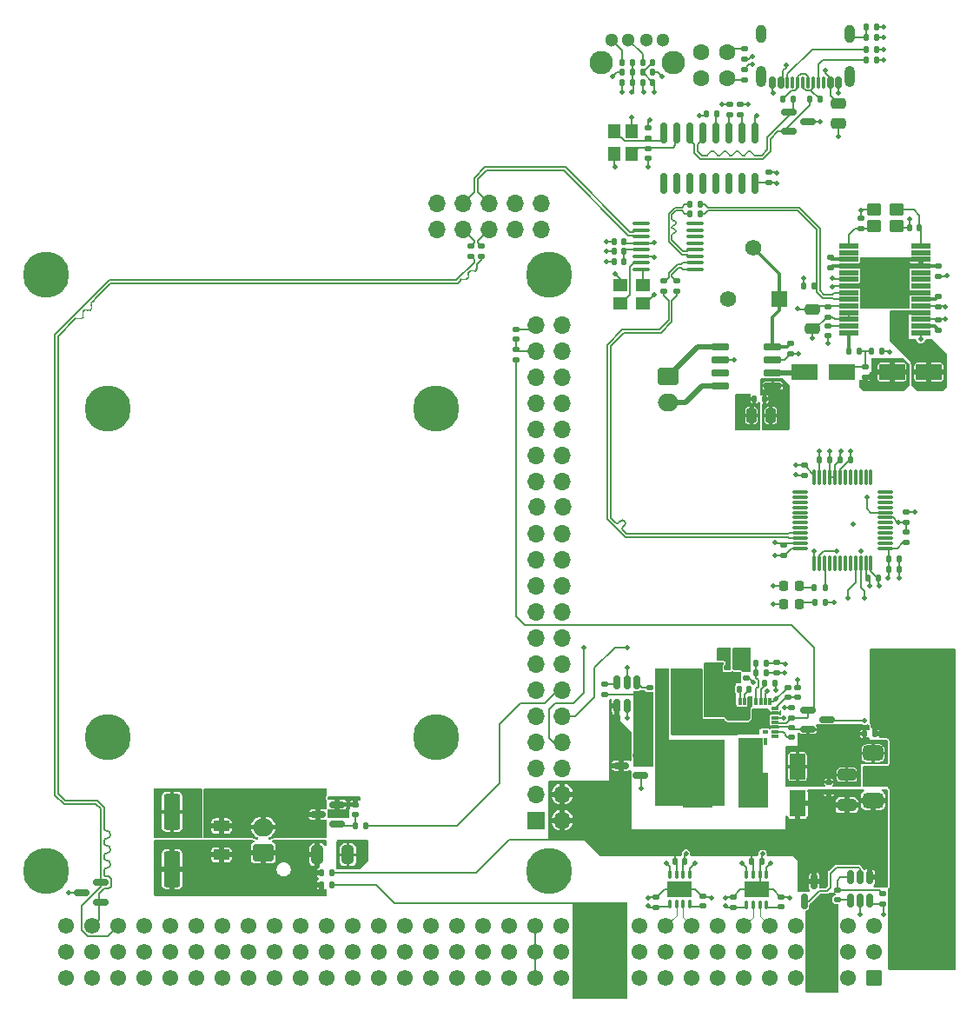
<source format=gbr>
%TF.GenerationSoftware,KiCad,Pcbnew,8.0.4*%
%TF.CreationDate,2025-02-22T00:29:03+01:00*%
%TF.ProjectId,OrangePie,4f72616e-6765-4506-9965-2e6b69636164,1.0.0*%
%TF.SameCoordinates,Original*%
%TF.FileFunction,Copper,L1,Top*%
%TF.FilePolarity,Positive*%
%FSLAX46Y46*%
G04 Gerber Fmt 4.6, Leading zero omitted, Abs format (unit mm)*
G04 Created by KiCad (PCBNEW 8.0.4) date 2025-02-22 00:29:03*
%MOMM*%
%LPD*%
G01*
G04 APERTURE LIST*
G04 Aperture macros list*
%AMRoundRect*
0 Rectangle with rounded corners*
0 $1 Rounding radius*
0 $2 $3 $4 $5 $6 $7 $8 $9 X,Y pos of 4 corners*
0 Add a 4 corners polygon primitive as box body*
4,1,4,$2,$3,$4,$5,$6,$7,$8,$9,$2,$3,0*
0 Add four circle primitives for the rounded corners*
1,1,$1+$1,$2,$3*
1,1,$1+$1,$4,$5*
1,1,$1+$1,$6,$7*
1,1,$1+$1,$8,$9*
0 Add four rect primitives between the rounded corners*
20,1,$1+$1,$2,$3,$4,$5,0*
20,1,$1+$1,$4,$5,$6,$7,0*
20,1,$1+$1,$6,$7,$8,$9,0*
20,1,$1+$1,$8,$9,$2,$3,0*%
%AMFreePoly0*
4,1,19,0.500000,-0.750000,0.000000,-0.750000,0.000000,-0.744911,-0.071157,-0.744911,-0.207708,-0.704816,-0.327430,-0.627875,-0.420627,-0.520320,-0.479746,-0.390866,-0.500000,-0.250000,-0.500000,0.250000,-0.479746,0.390866,-0.420627,0.520320,-0.327430,0.627875,-0.207708,0.704816,-0.071157,0.744911,0.000000,0.744911,0.000000,0.750000,0.500000,0.750000,0.500000,-0.750000,0.500000,-0.750000,
$1*%
%AMFreePoly1*
4,1,19,0.000000,0.744911,0.071157,0.744911,0.207708,0.704816,0.327430,0.627875,0.420627,0.520320,0.479746,0.390866,0.500000,0.250000,0.500000,-0.250000,0.479746,-0.390866,0.420627,-0.520320,0.327430,-0.627875,0.207708,-0.704816,0.071157,-0.744911,0.000000,-0.744911,0.000000,-0.750000,-0.500000,-0.750000,-0.500000,0.750000,0.000000,0.750000,0.000000,0.744911,0.000000,0.744911,
$1*%
G04 Aperture macros list end*
%TA.AperFunction,SMDPad,CuDef*%
%ADD10RoundRect,0.140000X-0.170000X0.140000X-0.170000X-0.140000X0.170000X-0.140000X0.170000X0.140000X0*%
%TD*%
%TA.AperFunction,SMDPad,CuDef*%
%ADD11RoundRect,0.140000X-0.140000X-0.170000X0.140000X-0.170000X0.140000X0.170000X-0.140000X0.170000X0*%
%TD*%
%TA.AperFunction,SMDPad,CuDef*%
%ADD12RoundRect,0.140000X0.170000X-0.140000X0.170000X0.140000X-0.170000X0.140000X-0.170000X-0.140000X0*%
%TD*%
%TA.AperFunction,SMDPad,CuDef*%
%ADD13RoundRect,0.225000X0.250000X-0.225000X0.250000X0.225000X-0.250000X0.225000X-0.250000X-0.225000X0*%
%TD*%
%TA.AperFunction,SMDPad,CuDef*%
%ADD14RoundRect,0.250000X0.450000X0.350000X-0.450000X0.350000X-0.450000X-0.350000X0.450000X-0.350000X0*%
%TD*%
%TA.AperFunction,SMDPad,CuDef*%
%ADD15RoundRect,0.140000X0.140000X0.170000X-0.140000X0.170000X-0.140000X-0.170000X0.140000X-0.170000X0*%
%TD*%
%TA.AperFunction,SMDPad,CuDef*%
%ADD16RoundRect,0.150000X0.150000X-0.587500X0.150000X0.587500X-0.150000X0.587500X-0.150000X-0.587500X0*%
%TD*%
%TA.AperFunction,SMDPad,CuDef*%
%ADD17RoundRect,0.075000X-0.075000X0.350000X-0.075000X-0.350000X0.075000X-0.350000X0.075000X0.350000X0*%
%TD*%
%TA.AperFunction,HeatsinkPad*%
%ADD18R,2.400000X1.600000*%
%TD*%
%TA.AperFunction,SMDPad,CuDef*%
%ADD19RoundRect,0.150000X0.150000X-0.512500X0.150000X0.512500X-0.150000X0.512500X-0.150000X-0.512500X0*%
%TD*%
%TA.AperFunction,SMDPad,CuDef*%
%ADD20R,1.200000X1.400000*%
%TD*%
%TA.AperFunction,SMDPad,CuDef*%
%ADD21RoundRect,0.220000X0.220000X0.255000X-0.220000X0.255000X-0.220000X-0.255000X0.220000X-0.255000X0*%
%TD*%
%TA.AperFunction,SMDPad,CuDef*%
%ADD22RoundRect,0.225000X-0.225000X-0.250000X0.225000X-0.250000X0.225000X0.250000X-0.225000X0.250000X0*%
%TD*%
%TA.AperFunction,SMDPad,CuDef*%
%ADD23RoundRect,0.060000X-0.890000X-0.180000X0.890000X-0.180000X0.890000X0.180000X-0.890000X0.180000X0*%
%TD*%
%TA.AperFunction,SMDPad,CuDef*%
%ADD24RoundRect,0.150000X-0.590000X-0.150000X0.590000X-0.150000X0.590000X0.150000X-0.590000X0.150000X0*%
%TD*%
%TA.AperFunction,SMDPad,CuDef*%
%ADD25RoundRect,0.150000X0.587500X0.150000X-0.587500X0.150000X-0.587500X-0.150000X0.587500X-0.150000X0*%
%TD*%
%TA.AperFunction,SMDPad,CuDef*%
%ADD26RoundRect,0.135000X0.185000X-0.135000X0.185000X0.135000X-0.185000X0.135000X-0.185000X-0.135000X0*%
%TD*%
%TA.AperFunction,SMDPad,CuDef*%
%ADD27RoundRect,0.150000X-0.150000X0.512500X-0.150000X-0.512500X0.150000X-0.512500X0.150000X0.512500X0*%
%TD*%
%TA.AperFunction,ComponentPad*%
%ADD28C,1.300000*%
%TD*%
%TA.AperFunction,ComponentPad*%
%ADD29C,2.286000*%
%TD*%
%TA.AperFunction,SMDPad,CuDef*%
%ADD30RoundRect,0.250000X0.550000X-1.500000X0.550000X1.500000X-0.550000X1.500000X-0.550000X-1.500000X0*%
%TD*%
%TA.AperFunction,ComponentPad*%
%ADD31RoundRect,0.250000X-0.750000X0.600000X-0.750000X-0.600000X0.750000X-0.600000X0.750000X0.600000X0*%
%TD*%
%TA.AperFunction,ComponentPad*%
%ADD32O,2.000000X1.700000*%
%TD*%
%TA.AperFunction,SMDPad,CuDef*%
%ADD33RoundRect,0.250000X0.475000X-0.250000X0.475000X0.250000X-0.475000X0.250000X-0.475000X-0.250000X0*%
%TD*%
%TA.AperFunction,SMDPad,CuDef*%
%ADD34RoundRect,0.150000X-0.150000X0.825000X-0.150000X-0.825000X0.150000X-0.825000X0.150000X0.825000X0*%
%TD*%
%TA.AperFunction,SMDPad,CuDef*%
%ADD35RoundRect,0.250000X0.550000X-1.050000X0.550000X1.050000X-0.550000X1.050000X-0.550000X-1.050000X0*%
%TD*%
%TA.AperFunction,SMDPad,CuDef*%
%ADD36FreePoly0,180.000000*%
%TD*%
%TA.AperFunction,SMDPad,CuDef*%
%ADD37FreePoly1,180.000000*%
%TD*%
%TA.AperFunction,SMDPad,CuDef*%
%ADD38RoundRect,0.250000X0.250000X0.475000X-0.250000X0.475000X-0.250000X-0.475000X0.250000X-0.475000X0*%
%TD*%
%TA.AperFunction,ComponentPad*%
%ADD39C,1.600000*%
%TD*%
%TA.AperFunction,SMDPad,CuDef*%
%ADD40R,0.550000X0.300000*%
%TD*%
%TA.AperFunction,SMDPad,CuDef*%
%ADD41R,0.300000X0.450000*%
%TD*%
%TA.AperFunction,SMDPad,CuDef*%
%ADD42R,2.350000X0.280000*%
%TD*%
%TA.AperFunction,SMDPad,CuDef*%
%ADD43R,0.300000X0.730000*%
%TD*%
%TA.AperFunction,SMDPad,CuDef*%
%ADD44R,0.725000X0.300000*%
%TD*%
%TA.AperFunction,SMDPad,CuDef*%
%ADD45R,0.300000X0.725000*%
%TD*%
%TA.AperFunction,SMDPad,CuDef*%
%ADD46R,1.575000X1.050000*%
%TD*%
%TA.AperFunction,SMDPad,CuDef*%
%ADD47R,1.150000X1.050000*%
%TD*%
%TA.AperFunction,SMDPad,CuDef*%
%ADD48R,2.175000X1.200000*%
%TD*%
%TA.AperFunction,SMDPad,CuDef*%
%ADD49R,0.650000X0.455000*%
%TD*%
%TA.AperFunction,SMDPad,CuDef*%
%ADD50R,0.580000X0.380000*%
%TD*%
%TA.AperFunction,ComponentPad*%
%ADD51R,1.560000X1.560000*%
%TD*%
%TA.AperFunction,ComponentPad*%
%ADD52C,1.560000*%
%TD*%
%TA.AperFunction,SMDPad,CuDef*%
%ADD53RoundRect,0.075000X0.662500X0.075000X-0.662500X0.075000X-0.662500X-0.075000X0.662500X-0.075000X0*%
%TD*%
%TA.AperFunction,SMDPad,CuDef*%
%ADD54RoundRect,0.075000X0.075000X0.662500X-0.075000X0.662500X-0.075000X-0.662500X0.075000X-0.662500X0*%
%TD*%
%TA.AperFunction,SMDPad,CuDef*%
%ADD55RoundRect,0.250000X0.550000X-0.300000X0.550000X0.300000X-0.550000X0.300000X-0.550000X-0.300000X0*%
%TD*%
%TA.AperFunction,SMDPad,CuDef*%
%ADD56RoundRect,0.150000X-0.587500X-0.150000X0.587500X-0.150000X0.587500X0.150000X-0.587500X0.150000X0*%
%TD*%
%TA.AperFunction,SMDPad,CuDef*%
%ADD57RoundRect,0.135000X0.135000X0.185000X-0.135000X0.185000X-0.135000X-0.185000X0.135000X-0.185000X0*%
%TD*%
%TA.AperFunction,SMDPad,CuDef*%
%ADD58RoundRect,0.250000X0.650000X-0.325000X0.650000X0.325000X-0.650000X0.325000X-0.650000X-0.325000X0*%
%TD*%
%TA.AperFunction,SMDPad,CuDef*%
%ADD59RoundRect,0.250000X1.050000X0.550000X-1.050000X0.550000X-1.050000X-0.550000X1.050000X-0.550000X0*%
%TD*%
%TA.AperFunction,ComponentPad*%
%ADD60RoundRect,0.250000X0.750000X-0.600000X0.750000X0.600000X-0.750000X0.600000X-0.750000X-0.600000X0*%
%TD*%
%TA.AperFunction,SMDPad,CuDef*%
%ADD61R,2.950000X3.500000*%
%TD*%
%TA.AperFunction,SMDPad,CuDef*%
%ADD62RoundRect,0.250000X-0.325000X-0.650000X0.325000X-0.650000X0.325000X0.650000X-0.325000X0.650000X0*%
%TD*%
%TA.AperFunction,SMDPad,CuDef*%
%ADD63RoundRect,0.250000X-0.250000X-0.475000X0.250000X-0.475000X0.250000X0.475000X-0.250000X0.475000X0*%
%TD*%
%TA.AperFunction,SMDPad,CuDef*%
%ADD64RoundRect,0.150000X0.725000X0.150000X-0.725000X0.150000X-0.725000X-0.150000X0.725000X-0.150000X0*%
%TD*%
%TA.AperFunction,SMDPad,CuDef*%
%ADD65RoundRect,0.150000X0.150000X0.425000X-0.150000X0.425000X-0.150000X-0.425000X0.150000X-0.425000X0*%
%TD*%
%TA.AperFunction,SMDPad,CuDef*%
%ADD66RoundRect,0.075000X0.075000X0.500000X-0.075000X0.500000X-0.075000X-0.500000X0.075000X-0.500000X0*%
%TD*%
%TA.AperFunction,ComponentPad*%
%ADD67O,1.000000X2.100000*%
%TD*%
%TA.AperFunction,ComponentPad*%
%ADD68O,1.000000X1.800000*%
%TD*%
%TA.AperFunction,SMDPad,CuDef*%
%ADD69R,1.400000X1.200000*%
%TD*%
%TA.AperFunction,SMDPad,CuDef*%
%ADD70RoundRect,0.250000X-0.475000X0.250000X-0.475000X-0.250000X0.475000X-0.250000X0.475000X0.250000X0*%
%TD*%
%TA.AperFunction,ComponentPad*%
%ADD71RoundRect,0.249999X0.525001X0.525001X-0.525001X0.525001X-0.525001X-0.525001X0.525001X-0.525001X0*%
%TD*%
%TA.AperFunction,ComponentPad*%
%ADD72C,1.550000*%
%TD*%
%TA.AperFunction,SMDPad,CuDef*%
%ADD73RoundRect,0.375000X-0.625000X-0.375000X0.625000X-0.375000X0.625000X0.375000X-0.625000X0.375000X0*%
%TD*%
%TA.AperFunction,SMDPad,CuDef*%
%ADD74RoundRect,0.500000X-0.500000X-1.400000X0.500000X-1.400000X0.500000X1.400000X-0.500000X1.400000X0*%
%TD*%
%TA.AperFunction,SMDPad,CuDef*%
%ADD75RoundRect,0.100000X0.712500X0.100000X-0.712500X0.100000X-0.712500X-0.100000X0.712500X-0.100000X0*%
%TD*%
%TA.AperFunction,WasherPad*%
%ADD76C,4.500000*%
%TD*%
%TA.AperFunction,ComponentPad*%
%ADD77O,1.700000X1.700000*%
%TD*%
%TA.AperFunction,ComponentPad*%
%ADD78R,1.700000X1.700000*%
%TD*%
%TA.AperFunction,ViaPad*%
%ADD79C,0.500000*%
%TD*%
%TA.AperFunction,Conductor*%
%ADD80C,0.180000*%
%TD*%
%TA.AperFunction,Conductor*%
%ADD81C,0.200000*%
%TD*%
%TA.AperFunction,Conductor*%
%ADD82C,0.120000*%
%TD*%
%TA.AperFunction,Conductor*%
%ADD83C,0.500000*%
%TD*%
%TA.AperFunction,Conductor*%
%ADD84C,0.300000*%
%TD*%
G04 APERTURE END LIST*
D10*
%TO.P,R45,1*%
%TO.N,/OrangePi 5 pro Header/USB_SBCF.D-*%
X80800000Y-61900000D03*
%TO.P,R45,2*%
%TO.N,/DIN41612 connector/USB_DEBUG.D-*%
X80800000Y-62900000D03*
%TD*%
%TO.P,R44,1*%
%TO.N,/OrangePi 5 pro Header/USB_SBCF.D+*%
X81800000Y-61900000D03*
%TO.P,R44,2*%
%TO.N,/DIN41612 connector/USB_DEBUG.D+*%
X81800000Y-62900000D03*
%TD*%
D11*
%TO.P,R43,1*%
%TO.N,/Audio Codec/USB_AUDIO.D-*%
X102100000Y-57800000D03*
%TO.P,R43,2*%
%TO.N,/Audio Codec/USB_AUDIOF.D-*%
X103100000Y-57800000D03*
%TD*%
%TO.P,R42,1*%
%TO.N,/Audio Codec/USB_AUDIO.D+*%
X102100000Y-58800000D03*
%TO.P,R42,2*%
%TO.N,/Audio Codec/USB_AUDIOF.D+*%
X103100000Y-58800000D03*
%TD*%
D12*
%TO.P,R15,1*%
%TO.N,/USB-CAN/USB_CANF.D+*%
X99600000Y-66300000D03*
%TO.P,R15,2*%
%TO.N,/USB HUB/USB_CAN.D+*%
X99600000Y-65300000D03*
%TD*%
%TO.P,R14,1*%
%TO.N,/USB-CAN/USB_CANF.D-*%
X100800000Y-66300000D03*
%TO.P,R14,2*%
%TO.N,/USB HUB/USB_CAN.D-*%
X100800000Y-65300000D03*
%TD*%
%TO.P,R32,1*%
%TO.N,/5v buck/V_{IN}*%
X106675000Y-103975000D03*
%TO.P,R32,2*%
%TO.N,/5v buck/5V_EN*%
X106675000Y-102975000D03*
%TD*%
D13*
%TO.P,C12,1*%
%TO.N,/5v buck/5V_OUT*%
X103600000Y-110600000D03*
%TO.P,C12,2*%
%TO.N,GND*%
X103600000Y-109040000D03*
%TD*%
D10*
%TO.P,R26,1*%
%TO.N,GND*%
X69487500Y-116300000D03*
%TO.P,R26,2*%
%TO.N,Net-(Q4-G)*%
X69487500Y-117300000D03*
%TD*%
D12*
%TO.P,R21,1*%
%TO.N,/CH340_DEBUG/RXD*%
X106000000Y-49140000D03*
%TO.P,R21,2*%
%TO.N,/CH340_DEBUG/UART_DEBUG.TX*%
X106000000Y-48140000D03*
%TD*%
D14*
%TO.P,X1,1,OSC*%
%TO.N,Net-(U9-XTI)*%
X122250000Y-58325000D03*
%TO.P,X1,2,GND*%
%TO.N,GND*%
X120050000Y-58325000D03*
%TO.P,X1,3,OSC*%
%TO.N,Net-(U9-XTO)*%
X120050000Y-59925000D03*
%TO.P,X1,4,GND*%
%TO.N,GND*%
X122250000Y-59925000D03*
%TD*%
D12*
%TO.P,R5,1*%
%TO.N,Net-(LED1-Pad4)*%
X107400000Y-45700000D03*
%TO.P,R5,2*%
%TO.N,GND*%
X107400000Y-44700000D03*
%TD*%
D10*
%TO.P,C27,1*%
%TO.N,/DIN41612 connector/5v_STDBY*%
X116469602Y-124602500D03*
%TO.P,C27,2*%
%TO.N,Net-(U5-VCAP)*%
X116469602Y-125562500D03*
%TD*%
%TO.P,R33,1*%
%TO.N,Net-(LED1-Pad2)*%
X107400000Y-42700000D03*
%TO.P,R33,2*%
%TO.N,GND*%
X107400000Y-43700000D03*
%TD*%
D11*
%TO.P,R36,1*%
%TO.N,/5v buck/5V_MODE1*%
X108575000Y-102575000D03*
%TO.P,R36,2*%
%TO.N,GND*%
X109575000Y-102575000D03*
%TD*%
D12*
%TO.P,C25,1*%
%TO.N,/USB-CAN/NRST1*%
X123200000Y-88790000D03*
%TO.P,C25,2*%
%TO.N,GND*%
X123200000Y-87830000D03*
%TD*%
D15*
%TO.P,C16,1*%
%TO.N,/OrangePi 5 pro Header/ON OFF BTN*%
X96500000Y-46000000D03*
%TO.P,C16,2*%
%TO.N,GND*%
X95500000Y-46000000D03*
%TD*%
D11*
%TO.P,R19,1*%
%TO.N,/Audio Codec/VDD_{int}*%
X113200000Y-65800000D03*
%TO.P,R19,2*%
%TO.N,/Audio Codec/USB_AUDIOF.D+*%
X114200000Y-65800000D03*
%TD*%
D10*
%TO.P,C34,1*%
%TO.N,/Audio Codec/VDD_{int}*%
X126350000Y-63832200D03*
%TO.P,C34,2*%
%TO.N,GND*%
X126350000Y-64832200D03*
%TD*%
%TO.P,R22,1*%
%TO.N,Net-(U9-DT)*%
X115777641Y-63016489D03*
%TO.P,R22,2*%
%TO.N,/Audio Codec/VDD_{int}*%
X115777641Y-64016489D03*
%TD*%
D16*
%TO.P,Q1,1,G*%
%TO.N,Net-(Q1-G)*%
X113286128Y-125700000D03*
%TO.P,Q1,2,S*%
%TO.N,/DIN41612 connector/5v_STDBY*%
X115186128Y-125700000D03*
%TO.P,Q1,3,D*%
%TO.N,+5V*%
X114236128Y-123825000D03*
%TD*%
D17*
%TO.P,U7,1,TXD*%
%TO.N,/Can Transiver1/CAN_TR.TXD*%
X102100000Y-123100000D03*
%TO.P,U7,2,GND*%
%TO.N,GND*%
X101450000Y-123100000D03*
%TO.P,U7,3,VCC*%
%TO.N,+5V*%
X100800000Y-123100000D03*
%TO.P,U7,4,RXD*%
%TO.N,/Can Transiver1/CAN_TR.RXD*%
X100150000Y-123100000D03*
%TO.P,U7,5,VIO*%
%TO.N,+3V3*%
X100150000Y-126000000D03*
%TO.P,U7,6,CANL*%
%TO.N,/Can Transiver1/CAN_TR_OUT.C-*%
X100800000Y-126000000D03*
%TO.P,U7,7,CANH*%
%TO.N,/Can Transiver1/CAN_TR_OUT.C+*%
X101450000Y-126000000D03*
%TO.P,U7,8,STB*%
%TO.N,Net-(U7-STB)*%
X102100000Y-126000000D03*
D18*
%TO.P,U7,9,EP*%
%TO.N,GND*%
X101125000Y-124550000D03*
%TD*%
D10*
%TO.P,C18,1*%
%TO.N,+3V3*%
X113250000Y-83262500D03*
%TO.P,C18,2*%
%TO.N,GND*%
X113250000Y-84262500D03*
%TD*%
D11*
%TO.P,R30,1*%
%TO.N,Net-(J5-D+-PadA6)*%
X111200000Y-47600000D03*
%TO.P,R30,2*%
%TO.N,/CH340_DEBUG/FRONT_PANEL.D+*%
X112200000Y-47600000D03*
%TD*%
D19*
%TO.P,U5,1,VCAP*%
%TO.N,Net-(U5-VCAP)*%
X117736128Y-125657500D03*
%TO.P,U5,2,GND*%
%TO.N,GND*%
X118686128Y-125657500D03*
%TO.P,U5,3,EN*%
%TO.N,Net-(Q5-C)*%
X119636128Y-125657500D03*
%TO.P,U5,4,CATHODE*%
%TO.N,+5V*%
X119636128Y-123382500D03*
%TO.P,U5,5,GATE*%
%TO.N,Net-(Q1-G)*%
X118686128Y-123382500D03*
%TO.P,U5,6,ANODE*%
%TO.N,/DIN41612 connector/5v_STDBY*%
X117736128Y-123382500D03*
%TD*%
D12*
%TO.P,R12,1*%
%TO.N,/5v buck/BUCK_OUT*%
X93800000Y-105600000D03*
%TO.P,R12,2*%
%TO.N,Net-(U4-EN)*%
X93800000Y-104600000D03*
%TD*%
D10*
%TO.P,R13,1*%
%TO.N,/DIN41612 connector/5v_STDBY*%
X120936128Y-125000000D03*
%TO.P,R13,2*%
%TO.N,Net-(Q5-C)*%
X120936128Y-126000000D03*
%TD*%
D12*
%TO.P,R40,1*%
%TO.N,/5v buck/Pgood*%
X85200000Y-73000000D03*
%TO.P,R40,2*%
%TO.N,Net-(J2-GPIO4_A6{slash}UART3_RX{slash}I2C5_SCL)*%
X85200000Y-72000000D03*
%TD*%
D20*
%TO.P,Y2,1,1*%
%TO.N,Net-(U11-XO)*%
X94770000Y-50690000D03*
%TO.P,Y2,2,2*%
%TO.N,GND*%
X94770000Y-52890000D03*
%TO.P,Y2,3,3*%
%TO.N,Net-(U11-XI)*%
X96470000Y-52890000D03*
%TO.P,Y2,4,4*%
%TO.N,GND*%
X96470000Y-50690000D03*
%TD*%
D11*
%TO.P,R27,1*%
%TO.N,Net-(J5-CC2)*%
X119300000Y-42800000D03*
%TO.P,R27,2*%
%TO.N,GND*%
X120300000Y-42800000D03*
%TD*%
D12*
%TO.P,C59,1*%
%TO.N,+5V*%
X115650000Y-115100000D03*
%TO.P,C59,2*%
%TO.N,GND*%
X115650000Y-114100000D03*
%TD*%
D21*
%TO.P,D3,1*%
%TO.N,Net-(D3-Pad1)*%
X112800000Y-96800000D03*
%TO.P,D3,2*%
%TO.N,+3V3*%
X111220000Y-96800000D03*
%TD*%
D15*
%TO.P,C36,1*%
%TO.N,+5V*%
X109400000Y-76800000D03*
%TO.P,C36,2*%
%TO.N,GND*%
X108400000Y-76800000D03*
%TD*%
D22*
%TO.P,C62,1*%
%TO.N,/5v buck/5V_OUT*%
X99420000Y-105825000D03*
%TO.P,C62,2*%
%TO.N,GND*%
X100980000Y-105825000D03*
%TD*%
D15*
%TO.P,R4,1*%
%TO.N,/5v buck/5V_VDD*%
X109575000Y-103475000D03*
%TO.P,R4,2*%
%TO.N,/5v buck/5V_MODE1*%
X108575000Y-103475000D03*
%TD*%
D23*
%TO.P,U9,1,XTO*%
%TO.N,Net-(U9-XTO)*%
X117600000Y-61900000D03*
%TO.P,U9,2,CK*%
%TO.N,unconnected-(U9-CK-Pad2)*%
X117600000Y-62550000D03*
%TO.P,U9,3,DT*%
%TO.N,Net-(U9-DT)*%
X117600000Y-63200000D03*
%TO.P,U9,4,PSEL*%
%TO.N,/Audio Codec/VDD_{int}*%
X117600000Y-63850000D03*
%TO.P,U9,5,DOUT*%
%TO.N,unconnected-(U9-DOUT-Pad5)*%
X117600000Y-64500000D03*
%TO.P,U9,6,DGND*%
%TO.N,GND*%
X117600000Y-65150000D03*
%TO.P,U9,7,VDD*%
%TO.N,/Audio Codec/VDD_{int}*%
X117600000Y-65800000D03*
%TO.P,U9,8,D-*%
%TO.N,/Audio Codec/USB_AUDIOF.D-*%
X117600000Y-66450000D03*
%TO.P,U9,9,D+*%
%TO.N,/Audio Codec/USB_AUDIOF.D+*%
X117600000Y-67100000D03*
%TO.P,U9,10,VBUS*%
%TO.N,+5V*%
X117600000Y-67750000D03*
%TO.P,U9,11,ZGND*%
%TO.N,GND*%
X117600000Y-68400000D03*
%TO.P,U9,12,AGNDL*%
X117600000Y-69050000D03*
%TO.P,U9,13,VCCL*%
%TO.N,/Audio Codec/VCCL*%
X117600000Y-69700000D03*
%TO.P,U9,14,VOUTL*%
%TO.N,Net-(U9-VOUTL)*%
X117600000Y-70350000D03*
%TO.P,U9,15,VOUTR*%
%TO.N,Net-(U9-VOUTR)*%
X124610000Y-70350000D03*
%TO.P,U9,16,VCCR*%
%TO.N,/Audio Codec/VCCR*%
X124610000Y-69700000D03*
%TO.P,U9,17,AGNDR*%
%TO.N,GND*%
X124610000Y-69050000D03*
%TO.P,U9,18,VCOM*%
%TO.N,Net-(U9-VCOM)*%
X124610000Y-68400000D03*
%TO.P,U9,19,PGND*%
%TO.N,GND*%
X124610000Y-67750000D03*
%TO.P,U9,20,VCCP*%
%TO.N,/Audio Codec/VCCP*%
X124610000Y-67100000D03*
%TO.P,U9,21,HOST*%
%TO.N,/Audio Codec/VDD_{int}*%
X124610000Y-66450000D03*
%TO.P,U9,22,HID0/MS*%
%TO.N,unconnected-(U9-HID0{slash}MS-Pad22)*%
X124610000Y-65800000D03*
%TO.P,U9,23,HID1/MC*%
%TO.N,unconnected-(U9-HID1{slash}MC-Pad23)*%
X124610000Y-65150000D03*
%TO.P,U9,24,HID2/MD*%
%TO.N,unconnected-(U9-HID2{slash}MD-Pad24)*%
X124610000Y-64500000D03*
%TO.P,U9,25,TEST1*%
%TO.N,/Audio Codec/VDD_{int}*%
X124610000Y-63850000D03*
%TO.P,U9,26,TEST0*%
X124610000Y-63200000D03*
%TO.P,U9,27,~{SSPND}*%
%TO.N,unconnected-(U9-~{SSPND}-Pad27)*%
X124610000Y-62550000D03*
%TO.P,U9,28,XTI*%
%TO.N,Net-(U9-XTI)*%
X124610000Y-61900000D03*
%TD*%
D10*
%TO.P,R1,1*%
%TO.N,/5v buck/5V_EN*%
X107575000Y-102975000D03*
%TO.P,R1,2*%
%TO.N,GND*%
X107575000Y-103975000D03*
%TD*%
D15*
%TO.P,C7,1*%
%TO.N,/5v buck/5V_BOOT*%
X107900000Y-105075000D03*
%TO.P,C7,2*%
%TO.N,/5v buck/5V_PHASE*%
X106900000Y-105075000D03*
%TD*%
D11*
%TO.P,R39,1*%
%TO.N,+3V3*%
X95500000Y-45000000D03*
%TO.P,R39,2*%
%TO.N,/OrangePi 5 pro Header/ON OFF BTN*%
X96500000Y-45000000D03*
%TD*%
D24*
%TO.P,Q5,1,B*%
%TO.N,/5v buck/Pgood*%
X113600000Y-107100000D03*
%TO.P,Q5,2,E*%
%TO.N,GND*%
X113600000Y-109000000D03*
%TO.P,Q5,3,C*%
%TO.N,Net-(Q5-C)*%
X115480000Y-108050000D03*
%TD*%
D25*
%TO.P,Q4,1,G*%
%TO.N,Net-(Q4-G)*%
X67737500Y-118200000D03*
%TO.P,Q4,2,S*%
%TO.N,GND*%
X67737500Y-116300000D03*
%TO.P,Q4,3,D*%
%TO.N,Net-(M1--)*%
X65862500Y-117250000D03*
%TD*%
D10*
%TO.P,R6,1*%
%TO.N,/5v buck/5V_OUT*%
X112000000Y-106875000D03*
%TO.P,R6,2*%
%TO.N,/5v buck/Pgood*%
X112000000Y-107875000D03*
%TD*%
D11*
%TO.P,R16,1*%
%TO.N,Net-(U9-VOUTL)*%
X117600000Y-72160000D03*
%TO.P,R16,2*%
%TO.N,Net-(C2-Pad1)*%
X118600000Y-72160000D03*
%TD*%
D15*
%TO.P,C28,1*%
%TO.N,GND*%
X101625000Y-121828183D03*
%TO.P,C28,2*%
%TO.N,+5V*%
X100625000Y-121828183D03*
%TD*%
D26*
%TO.P,R9,1*%
%TO.N,+3V3*%
X123200000Y-90810000D03*
%TO.P,R9,2*%
%TO.N,/USB-CAN/NRST1*%
X123200000Y-89790000D03*
%TD*%
D27*
%TO.P,U4,1,VCAP*%
%TO.N,Net-(U4-VCAP)*%
X96925000Y-104425000D03*
%TO.P,U4,2,GND*%
%TO.N,GND*%
X95975000Y-104425000D03*
%TO.P,U4,3,EN*%
%TO.N,Net-(U4-EN)*%
X95025000Y-104425000D03*
%TO.P,U4,4,CATHODE*%
%TO.N,+5V*%
X95025000Y-106700000D03*
%TO.P,U4,5,GATE*%
%TO.N,Net-(Q2-G)*%
X95975000Y-106700000D03*
%TO.P,U4,6,ANODE*%
%TO.N,/5v buck/BUCK_OUT*%
X96925000Y-106700000D03*
%TD*%
D28*
%TO.P,BTN1,1*%
%TO.N,GND*%
X99458401Y-41815997D03*
%TO.P,BTN1,2*%
X97828401Y-41815997D03*
%TO.P,BTN1,3*%
%TO.N,Net-(BTN1-Pad3)*%
X96088401Y-41815997D03*
%TO.P,BTN1,4*%
%TO.N,Net-(BTN1-Pad4)*%
X94458401Y-41815997D03*
D29*
%TO.P,BTN1,5*%
%TO.N,N/C*%
X100458401Y-44065997D03*
%TO.P,BTN1,6*%
X93458401Y-44065997D03*
%TD*%
D12*
%TO.P,R18,1*%
%TO.N,GND*%
X119200000Y-74660000D03*
%TO.P,R18,2*%
%TO.N,Net-(C2-Pad1)*%
X119200000Y-73660000D03*
%TD*%
%TO.P,C22,1*%
%TO.N,+3V3*%
X111250000Y-92050000D03*
%TO.P,C22,2*%
%TO.N,GND*%
X111250000Y-91050000D03*
%TD*%
D30*
%TO.P,C50,1*%
%TO.N,Net-(M1-+)*%
X51650000Y-122600000D03*
%TO.P,C50,2*%
%TO.N,GND*%
X51650000Y-117000000D03*
%TD*%
D13*
%TO.P,C13,1*%
%TO.N,/5v buck/5V_OUT*%
X102300000Y-110600000D03*
%TO.P,C13,2*%
%TO.N,GND*%
X102300000Y-109040000D03*
%TD*%
D15*
%TO.P,C19,1*%
%TO.N,+3V3*%
X115750000Y-82762500D03*
%TO.P,C19,2*%
%TO.N,GND*%
X114750000Y-82762500D03*
%TD*%
%TO.P,C52,1*%
%TO.N,Net-(U11-V3)*%
X104700000Y-49040000D03*
%TO.P,C52,2*%
%TO.N,GND*%
X103700000Y-49040000D03*
%TD*%
D12*
%TO.P,C14,1*%
%TO.N,/5v buck/5V_VDD*%
X110575000Y-103475000D03*
%TO.P,C14,2*%
%TO.N,GND*%
X110575000Y-102475000D03*
%TD*%
D31*
%TO.P,J3,1,Pin_1*%
%TO.N,Net-(J3-Pin_1)*%
X100000000Y-74600000D03*
D32*
%TO.P,J3,2,Pin_2*%
%TO.N,Net-(J3-Pin_2)*%
X100000000Y-77100000D03*
%TD*%
D10*
%TO.P,R3,1*%
%TO.N,/5v buck/5V_OUT*%
X111675000Y-104875000D03*
%TO.P,R3,2*%
%TO.N,/5v buck/5V_FB*%
X111675000Y-105875000D03*
%TD*%
D11*
%TO.P,R24,1*%
%TO.N,Net-(M1-+)*%
X66225000Y-122950000D03*
%TO.P,R24,2*%
%TO.N,+5V*%
X67225000Y-122950000D03*
%TD*%
D15*
%TO.P,C30,1*%
%TO.N,GND*%
X109100000Y-121880900D03*
%TO.P,C30,2*%
%TO.N,+5V*%
X108100000Y-121880900D03*
%TD*%
D12*
%TO.P,R41,1*%
%TO.N,Net-(J2-GPIO4_A6{slash}UART3_RX{slash}I2C5_SCL)*%
X85200000Y-71000000D03*
%TO.P,R41,2*%
%TO.N,GND*%
X85200000Y-70000000D03*
%TD*%
%TO.P,C44,1*%
%TO.N,Net-(U9-XTO)*%
X118800000Y-60200000D03*
%TO.P,C44,2*%
%TO.N,GND*%
X118800000Y-59200000D03*
%TD*%
%TO.P,C29,1*%
%TO.N,+3V3*%
X98800000Y-126300000D03*
%TO.P,C29,2*%
%TO.N,GND*%
X98800000Y-125300000D03*
%TD*%
D10*
%TO.P,C35,1*%
%TO.N,/Audio Codec/VCCL*%
X115600000Y-69660000D03*
%TO.P,C35,2*%
%TO.N,GND*%
X115600000Y-70660000D03*
%TD*%
D33*
%TO.P,C33,1*%
%TO.N,GND*%
X114000000Y-69950000D03*
%TO.P,C33,2*%
%TO.N,+5V*%
X114000000Y-68050000D03*
%TD*%
D12*
%TO.P,R35,1*%
%TO.N,Net-(U7-STB)*%
X103400000Y-126200000D03*
%TO.P,R35,2*%
%TO.N,GND*%
X103400000Y-125200000D03*
%TD*%
D11*
%TO.P,R23,1*%
%TO.N,Net-(M1-+)*%
X66225000Y-124100000D03*
%TO.P,R23,2*%
%TO.N,/5v buck/V_{IN}*%
X67225000Y-124100000D03*
%TD*%
D25*
%TO.P,Q2,1,G*%
%TO.N,Net-(Q2-G)*%
X97312500Y-113450000D03*
%TO.P,Q2,2,S*%
%TO.N,/5v buck/BUCK_OUT*%
X97312500Y-111550000D03*
%TO.P,Q2,3,D*%
%TO.N,+5V*%
X95437500Y-112500000D03*
%TD*%
D34*
%TO.P,U11,1,GND*%
%TO.N,GND*%
X108420000Y-50890000D03*
%TO.P,U11,2,TXD*%
%TO.N,/CH340_DEBUG/TXD*%
X107150000Y-50890000D03*
%TO.P,U11,3,RXD*%
%TO.N,/CH340_DEBUG/RXD*%
X105880000Y-50890000D03*
%TO.P,U11,4,V3*%
%TO.N,Net-(U11-V3)*%
X104610000Y-50890000D03*
%TO.P,U11,5,UD+*%
%TO.N,/CH340_DEBUG/FRONT_PANEL.D+*%
X103340000Y-50890000D03*
%TO.P,U11,6,UD-*%
%TO.N,/CH340_DEBUG/FRONT_PANEL.D-*%
X102070000Y-50890000D03*
%TO.P,U11,7,XI*%
%TO.N,Net-(U11-XI)*%
X100800000Y-50890000D03*
%TO.P,U11,8,XO*%
%TO.N,Net-(U11-XO)*%
X99530000Y-50890000D03*
%TO.P,U11,9,~{CTS}*%
%TO.N,unconnected-(U11-~{CTS}-Pad9)*%
X99530000Y-55840000D03*
%TO.P,U11,10,~{DSR}*%
%TO.N,unconnected-(U11-~{DSR}-Pad10)*%
X100800000Y-55840000D03*
%TO.P,U11,11,~{RI}*%
%TO.N,unconnected-(U11-~{RI}-Pad11)*%
X102070000Y-55840000D03*
%TO.P,U11,12,~{DCD}*%
%TO.N,unconnected-(U11-~{DCD}-Pad12)*%
X103340000Y-55840000D03*
%TO.P,U11,13,~{DTR}*%
%TO.N,unconnected-(U11-~{DTR}-Pad13)*%
X104610000Y-55840000D03*
%TO.P,U11,14,~{RTS}*%
%TO.N,unconnected-(U11-~{RTS}-Pad14)*%
X105880000Y-55840000D03*
%TO.P,U11,15,R232*%
%TO.N,unconnected-(U11-R232-Pad15)*%
X107150000Y-55840000D03*
%TO.P,U11,16,VCC*%
%TO.N,+3V3*%
X108420000Y-55840000D03*
%TD*%
D11*
%TO.P,C20,1*%
%TO.N,+3V3*%
X116750000Y-82762500D03*
%TO.P,C20,2*%
%TO.N,GND*%
X117750000Y-82762500D03*
%TD*%
D15*
%TO.P,R29,1*%
%TO.N,Net-(J5-D--PadA7)*%
X114800000Y-47600000D03*
%TO.P,R29,2*%
%TO.N,/CH340_DEBUG/FRONT_PANEL.D-*%
X113800000Y-47600000D03*
%TD*%
D35*
%TO.P,C1,1*%
%TO.N,+5V*%
X112600000Y-116200000D03*
%TO.P,C1,2*%
%TO.N,GND*%
X112600000Y-112600000D03*
%TD*%
D36*
%TO.P,JP1,1,A*%
%TO.N,/5v buck/5V_OUT*%
X99275000Y-109194800D03*
D37*
%TO.P,JP1,2,B*%
%TO.N,/5v buck/BUCK_OUT*%
X97975000Y-109194800D03*
%TD*%
D38*
%TO.P,C57,1*%
%TO.N,/5v buck/V_{IN}*%
X104350000Y-104600000D03*
%TO.P,C57,2*%
%TO.N,GND*%
X102450000Y-104600000D03*
%TD*%
D39*
%TO.P,LED1,1*%
%TO.N,/OrangePi 5 pro Header/STATUS LED*%
X103242001Y-43025997D03*
%TO.P,LED1,2*%
%TO.N,Net-(LED1-Pad2)*%
X105782001Y-43025997D03*
%TO.P,LED1,3*%
%TO.N,+3V3*%
X103242001Y-45565997D03*
%TO.P,LED1,4*%
%TO.N,Net-(LED1-Pad4)*%
X105782001Y-45565997D03*
%TD*%
D40*
%TO.P,U2,1,V_{IN}*%
%TO.N,/5v buck/V_{IN}*%
X106425000Y-107400000D03*
%TO.P,U2,2,V_{IN}*%
X106425000Y-107850000D03*
%TO.P,U2,3,P_{GND}*%
%TO.N,GND*%
X106425000Y-108750000D03*
%TO.P,U2,4,P_{GND}*%
X106425000Y-109200000D03*
D41*
%TO.P,U2,5,SW*%
%TO.N,/5v buck/5V_SW*%
X106975000Y-110300000D03*
%TO.P,U2,6,SW*%
X107425000Y-110300000D03*
%TO.P,U2,7,SW*%
X107875000Y-110300000D03*
%TO.P,U2,8,SW*%
X108575000Y-110300000D03*
%TO.P,U2,9,SW*%
X109025000Y-110300000D03*
D42*
%TO.P,U2,9.1,SW*%
X108000000Y-109935000D03*
D43*
%TO.P,U2,10,GL*%
%TO.N,unconnected-(U2-GL-Pad10)_1*%
X109475000Y-110160000D03*
D44*
%TO.P,U2,11,GL*%
%TO.N,unconnected-(U2-GL-Pad10)_2*%
X110387500Y-109650000D03*
%TO.P,U2,12,V_{DRV}*%
%TO.N,/5v buck/5V_VDRV*%
X110387500Y-109200000D03*
%TO.P,U2,13,P_{GND}*%
%TO.N,GND*%
X110387500Y-108750000D03*
%TO.P,U2,14,P_{GOOD}*%
%TO.N,/5v buck/Pgood*%
X110387500Y-108300000D03*
%TO.P,U2,15,V_{DD}*%
%TO.N,/5v buck/5V_VDD*%
X110387500Y-107850000D03*
%TO.P,U2,16,A_{GND}*%
%TO.N,GND*%
X110387500Y-107400000D03*
%TO.P,U2,17,FB*%
%TO.N,/5v buck/5V_FB*%
X110387500Y-106950000D03*
D45*
%TO.P,U2,18,V_{OUT}*%
%TO.N,/5v buck/5V_OUT*%
X109925000Y-106287500D03*
%TO.P,U2,19,EN*%
%TO.N,/5v buck/5V_EN*%
X109475000Y-106287500D03*
%TO.P,U2,20,MODE2*%
%TO.N,/5v buck/5V_MODE2*%
X109025000Y-106287500D03*
%TO.P,U2,21,MODE1*%
%TO.N,/5v buck/5V_MODE1*%
X108575000Y-106287500D03*
%TO.P,U2,22,V_{IN}*%
%TO.N,/5v buck/V_{IN}*%
X107875000Y-106287500D03*
%TO.P,U2,23,BOOT*%
%TO.N,/5v buck/5V_BOOT*%
X107425000Y-106287500D03*
%TO.P,U2,24,PHASE*%
%TO.N,/5v buck/5V_PHASE*%
X106975000Y-106287500D03*
D46*
%TO.P,U2,25,A_{GND}*%
%TO.N,GND*%
X108937500Y-107475000D03*
D47*
%TO.P,U2,26,V_{IN}*%
%TO.N,/5v buck/V_{IN}*%
X107275000Y-107475000D03*
D48*
%TO.P,U2,27_1,GND*%
%TO.N,GND*%
X107787500Y-108900000D03*
D49*
%TO.P,U2,27_2,GND*%
X109200000Y-108527500D03*
D50*
%TO.P,U2,28,GL*%
%TO.N,unconnected-(U2-GL-Pad10)*%
X109435000Y-109215000D03*
%TD*%
D25*
%TO.P,U14,1,1*%
%TO.N,/DIN41612 connector/USB_DEBUG.D+*%
X44675000Y-125800000D03*
%TO.P,U14,2,2*%
%TO.N,/DIN41612 connector/USB_DEBUG.D-*%
X44675000Y-123900000D03*
%TO.P,U14,3,3*%
%TO.N,GND*%
X42800000Y-124850000D03*
%TD*%
D10*
%TO.P,C53,1*%
%TO.N,Net-(U11-XI)*%
X98070000Y-52410000D03*
%TO.P,C53,2*%
%TO.N,GND*%
X98070000Y-53370000D03*
%TD*%
D11*
%TO.P,C23,1*%
%TO.N,+3V3*%
X121500000Y-93400000D03*
%TO.P,C23,2*%
%TO.N,GND*%
X122500000Y-93400000D03*
%TD*%
D17*
%TO.P,U6,1,TXD*%
%TO.N,/Can Transiver/CAN_TR.TXD*%
X109575000Y-123143400D03*
%TO.P,U6,2,GND*%
%TO.N,GND*%
X108925000Y-123143400D03*
%TO.P,U6,3,VCC*%
%TO.N,+5V*%
X108275000Y-123143400D03*
%TO.P,U6,4,RXD*%
%TO.N,/Can Transiver/CAN_TR.RXD*%
X107625000Y-123143400D03*
%TO.P,U6,5,VIO*%
%TO.N,+3V3*%
X107625000Y-126043400D03*
%TO.P,U6,6,CANL*%
%TO.N,/Can Transiver/CAN_TR_OUT.C-*%
X108275000Y-126043400D03*
%TO.P,U6,7,CANH*%
%TO.N,/Can Transiver/CAN_TR_OUT.C+*%
X108925000Y-126043400D03*
%TO.P,U6,8,STB*%
%TO.N,Net-(U6-STB)*%
X109575000Y-126043400D03*
D18*
%TO.P,U6,9,EP*%
%TO.N,GND*%
X108600000Y-124593400D03*
%TD*%
D12*
%TO.P,C31,1*%
%TO.N,+3V3*%
X106343270Y-126300000D03*
%TO.P,C31,2*%
%TO.N,GND*%
X106343270Y-125300000D03*
%TD*%
D38*
%TO.P,C10,1*%
%TO.N,/5v buck/V_{IN}*%
X104350000Y-106725000D03*
%TO.P,C10,2*%
%TO.N,GND*%
X102450000Y-106725000D03*
%TD*%
D11*
%TO.P,C24,1*%
%TO.N,+3V3*%
X121500000Y-92400000D03*
%TO.P,C24,2*%
%TO.N,GND*%
X122500000Y-92400000D03*
%TD*%
D12*
%TO.P,C38,1*%
%TO.N,/Audio Codec/VCCR*%
X126350000Y-70100000D03*
%TO.P,C38,2*%
%TO.N,GND*%
X126350000Y-69100000D03*
%TD*%
D15*
%TO.P,C60,1*%
%TO.N,/OrangePi 5 pro Header/USER BUTTON*%
X98500000Y-46000000D03*
%TO.P,C60,2*%
%TO.N,GND*%
X97500000Y-46000000D03*
%TD*%
D11*
%TO.P,R7,1*%
%TO.N,/5v buck/5V_MODE2*%
X109400000Y-104475000D03*
%TO.P,R7,2*%
%TO.N,GND*%
X110400000Y-104475000D03*
%TD*%
D21*
%TO.P,D1,1*%
%TO.N,Net-(D1-Pad1)*%
X112800000Y-95000000D03*
%TO.P,D1,2*%
%TO.N,+3V3*%
X111220000Y-95000000D03*
%TD*%
D12*
%TO.P,C15,1*%
%TO.N,/5v buck/5V_VDRV*%
X112000000Y-109772000D03*
%TO.P,C15,2*%
%TO.N,GND*%
X112000000Y-108772000D03*
%TD*%
D15*
%TO.P,C17,1*%
%TO.N,+3V3*%
X120100000Y-109400000D03*
%TO.P,C17,2*%
%TO.N,GND*%
X119100000Y-109400000D03*
%TD*%
%TO.P,C43,1*%
%TO.N,Net-(U9-XTI)*%
X124495000Y-60125000D03*
%TO.P,C43,2*%
%TO.N,GND*%
X123495000Y-60125000D03*
%TD*%
D22*
%TO.P,C61,1*%
%TO.N,/5v buck/5V_OUT*%
X99420000Y-104525000D03*
%TO.P,C61,2*%
%TO.N,GND*%
X100980000Y-104525000D03*
%TD*%
D10*
%TO.P,C42,1*%
%TO.N,Net-(U8-V)*%
X111925000Y-71360000D03*
%TO.P,C42,2*%
%TO.N,GND*%
X111925000Y-72360000D03*
%TD*%
D51*
%TO.P,RV1,1,1*%
%TO.N,Net-(U8-V)*%
X110800000Y-67040000D03*
D52*
%TO.P,RV1,2,2*%
X108300000Y-62040000D03*
%TO.P,RV1,3,3*%
%TO.N,GND*%
X105800000Y-67040000D03*
%TD*%
D15*
%TO.P,R25,1*%
%TO.N,/FAN controller/FAN_PWM*%
X70487500Y-118400000D03*
%TO.P,R25,2*%
%TO.N,Net-(Q4-G)*%
X69487500Y-118400000D03*
%TD*%
D53*
%TO.P,U3,1,VBAT*%
%TO.N,+3V3*%
X121162500Y-91350000D03*
%TO.P,U3,2,PC13*%
%TO.N,unconnected-(U3-PC13-Pad2)*%
X121162500Y-90850000D03*
%TO.P,U3,3,PC14*%
%TO.N,unconnected-(U3-PC14-Pad3)*%
X121162500Y-90350000D03*
%TO.P,U3,4,PC15*%
%TO.N,unconnected-(U3-PC15-Pad4)*%
X121162500Y-89850000D03*
%TO.P,U3,5,PF0*%
%TO.N,unconnected-(U3-PF0-Pad5)*%
X121162500Y-89350000D03*
%TO.P,U3,6,PF1*%
%TO.N,unconnected-(U3-PF1-Pad6)*%
X121162500Y-88850000D03*
%TO.P,U3,7,PG10*%
%TO.N,/USB-CAN/NRST1*%
X121162500Y-88350000D03*
%TO.P,U3,8,PA0*%
%TO.N,/USB-CAN/WORD_LED*%
X121162500Y-87850000D03*
%TO.P,U3,9,PA1*%
%TO.N,unconnected-(U3-PA1-Pad9)*%
X121162500Y-87350000D03*
%TO.P,U3,10,PA2*%
%TO.N,unconnected-(U3-PA2-Pad10)*%
X121162500Y-86850000D03*
%TO.P,U3,11,PA3*%
%TO.N,unconnected-(U3-PA3-Pad11)*%
X121162500Y-86350000D03*
%TO.P,U3,12,PA4*%
%TO.N,unconnected-(U3-PA4-Pad12)*%
X121162500Y-85850000D03*
D54*
%TO.P,U3,13,PA5*%
%TO.N,unconnected-(U3-PA5-Pad13)*%
X119750000Y-84437500D03*
%TO.P,U3,14,PA6*%
%TO.N,unconnected-(U3-PA6-Pad14)*%
X119250000Y-84437500D03*
%TO.P,U3,15,PA7*%
%TO.N,unconnected-(U3-PA7-Pad15)*%
X118750000Y-84437500D03*
%TO.P,U3,16,PB0*%
%TO.N,unconnected-(U3-PB0-Pad16)*%
X118250000Y-84437500D03*
%TO.P,U3,17,PB1*%
%TO.N,unconnected-(U3-PB1-Pad17)*%
X117750000Y-84437500D03*
%TO.P,U3,18,PB2*%
%TO.N,unconnected-(U3-PB2-Pad18)*%
X117250000Y-84437500D03*
%TO.P,U3,19,VSSA*%
%TO.N,GND*%
X116750000Y-84437500D03*
%TO.P,U3,20,VREF+*%
%TO.N,+3V3*%
X116250000Y-84437500D03*
%TO.P,U3,21,VDDA*%
X115750000Y-84437500D03*
%TO.P,U3,22,PB10*%
%TO.N,unconnected-(U3-PB10-Pad22)*%
X115250000Y-84437500D03*
%TO.P,U3,23,VSS*%
%TO.N,GND*%
X114750000Y-84437500D03*
%TO.P,U3,24,VDD*%
%TO.N,+3V3*%
X114250000Y-84437500D03*
D53*
%TO.P,U3,25,PB11*%
%TO.N,unconnected-(U3-PB11-Pad25)*%
X112837500Y-85850000D03*
%TO.P,U3,26,PB12*%
%TO.N,unconnected-(U3-PB12-Pad26)*%
X112837500Y-86350000D03*
%TO.P,U3,27,PB13*%
%TO.N,unconnected-(U3-PB13-Pad27)*%
X112837500Y-86850000D03*
%TO.P,U3,28,PB14*%
%TO.N,unconnected-(U3-PB14-Pad28)*%
X112837500Y-87350000D03*
%TO.P,U3,29,PB15*%
%TO.N,unconnected-(U3-PB15-Pad29)*%
X112837500Y-87850000D03*
%TO.P,U3,30,PA8*%
%TO.N,unconnected-(U3-PA8-Pad30)*%
X112837500Y-88350000D03*
%TO.P,U3,31,PA9*%
%TO.N,unconnected-(U3-PA9-Pad31)*%
X112837500Y-88850000D03*
%TO.P,U3,32,PA10*%
%TO.N,unconnected-(U3-PA10-Pad32)*%
X112837500Y-89350000D03*
%TO.P,U3,33,PA11*%
%TO.N,/USB-CAN/USB_CANF.D-*%
X112837500Y-89850000D03*
%TO.P,U3,34,PA12*%
%TO.N,/USB-CAN/USB_CANF.D+*%
X112837500Y-90350000D03*
%TO.P,U3,35,VSS*%
%TO.N,GND*%
X112837500Y-90850000D03*
%TO.P,U3,36,VDD*%
%TO.N,+3V3*%
X112837500Y-91350000D03*
D54*
%TO.P,U3,37,PA13*%
%TO.N,/USB-CAN/SWDIO1*%
X114250000Y-92762500D03*
%TO.P,U3,38,PA14*%
%TO.N,/USB-CAN/SWCLK1*%
X114750000Y-92762500D03*
%TO.P,U3,39,PA15*%
%TO.N,/USB-CAN/STAT_LED*%
X115250000Y-92762500D03*
%TO.P,U3,40,PB3*%
%TO.N,unconnected-(U3-PB3-Pad40)*%
X115750000Y-92762500D03*
%TO.P,U3,41,PB4*%
%TO.N,unconnected-(U3-PB4-Pad41)*%
X116250000Y-92762500D03*
%TO.P,U3,42,PB5*%
%TO.N,unconnected-(U3-PB5-Pad42)*%
X116750000Y-92762500D03*
%TO.P,U3,43,PB6*%
%TO.N,unconnected-(U3-PB6-Pad43)*%
X117250000Y-92762500D03*
%TO.P,U3,44,PB7*%
%TO.N,unconnected-(U3-PB7-Pad44)*%
X117750000Y-92762500D03*
%TO.P,U3,45,PB8*%
%TO.N,/Can Transiver1/CAN_TR.RXD*%
X118250000Y-92762500D03*
%TO.P,U3,46,PB9*%
%TO.N,/Can Transiver1/CAN_TR.TXD*%
X118750000Y-92762500D03*
%TO.P,U3,47,VSS*%
%TO.N,GND*%
X119250000Y-92762500D03*
%TO.P,U3,48,VDD*%
%TO.N,+3V3*%
X119750000Y-92762500D03*
%TD*%
D55*
%TO.P,D4,1*%
%TO.N,Net-(M1-+)*%
X56450000Y-121200000D03*
%TO.P,D4,2*%
%TO.N,Net-(M1--)*%
X56450000Y-118400000D03*
%TD*%
D56*
%TO.P,U1,1,1*%
%TO.N,/CH340_DEBUG/FRONT_PANEL.D+*%
X111725000Y-48850000D03*
%TO.P,U1,2,2*%
%TO.N,/CH340_DEBUG/FRONT_PANEL.D-*%
X111725000Y-50750000D03*
%TO.P,U1,3,3*%
%TO.N,GND*%
X113600000Y-49800000D03*
%TD*%
D15*
%TO.P,C47,1*%
%TO.N,+5V*%
X95700000Y-61500000D03*
%TO.P,C47,2*%
%TO.N,GND*%
X94700000Y-61500000D03*
%TD*%
D10*
%TO.P,C32,1*%
%TO.N,+5V*%
X115600000Y-67810000D03*
%TO.P,C32,2*%
%TO.N,GND*%
X115600000Y-68810000D03*
%TD*%
D57*
%TO.P,R11,1*%
%TO.N,/USB-CAN/WORD_LED*%
X115280000Y-96600000D03*
%TO.P,R11,2*%
%TO.N,Net-(D3-Pad1)*%
X114260000Y-96600000D03*
%TD*%
D58*
%TO.P,C6,1*%
%TO.N,+5V*%
X117400000Y-116360000D03*
%TO.P,C6,2*%
%TO.N,GND*%
X117400000Y-113400000D03*
%TD*%
D12*
%TO.P,R2,1*%
%TO.N,/5v buck/5V_FB*%
X112575000Y-105875000D03*
%TO.P,R2,2*%
%TO.N,GND*%
X112575000Y-104875000D03*
%TD*%
D59*
%TO.P,C2,1*%
%TO.N,Net-(C2-Pad1)*%
X116905000Y-74210000D03*
%TO.P,C2,2*%
%TO.N,Net-(U8-+)*%
X113305000Y-74210000D03*
%TD*%
D60*
%TO.P,M1,1,+*%
%TO.N,Net-(M1-+)*%
X60525000Y-121000000D03*
D32*
%TO.P,M1,2,-*%
%TO.N,Net-(M1--)*%
X60525000Y-118500000D03*
%TD*%
D11*
%TO.P,R31,1*%
%TO.N,Net-(J5-SHIELD)*%
X119300000Y-40600000D03*
%TO.P,R31,2*%
%TO.N,GND*%
X120300000Y-40600000D03*
%TD*%
D15*
%TO.P,C9,1*%
%TO.N,/5v buck/5V_EN*%
X106775000Y-101875000D03*
%TO.P,C9,2*%
%TO.N,GND*%
X105775000Y-101875000D03*
%TD*%
D61*
%TO.P,L2,1,1*%
%TO.N,/5v buck/5V_SW*%
X108325000Y-114900000D03*
%TO.P,L2,2,2*%
%TO.N,/5v buck/5V_OUT*%
X102875000Y-114900000D03*
%TD*%
D15*
%TO.P,C45,1*%
%TO.N,Net-(U10-VDD33)*%
X95700000Y-63400000D03*
%TO.P,C45,2*%
%TO.N,GND*%
X94700000Y-63400000D03*
%TD*%
D11*
%TO.P,C55,1*%
%TO.N,Net-(J5-SHIELD)*%
X119300000Y-41600000D03*
%TO.P,C55,2*%
%TO.N,GND*%
X120300000Y-41600000D03*
%TD*%
D62*
%TO.P,C49,1*%
%TO.N,Net-(M1-+)*%
X65820000Y-121200000D03*
%TO.P,C49,2*%
%TO.N,GND*%
X68780000Y-121200000D03*
%TD*%
D63*
%TO.P,C37,1*%
%TO.N,GND*%
X108100000Y-78400000D03*
%TO.P,C37,2*%
%TO.N,+5V*%
X110000000Y-78400000D03*
%TD*%
D64*
%TO.P,U8,1,VP*%
%TO.N,+5V*%
X110175000Y-75505000D03*
%TO.P,U8,2,+*%
%TO.N,Net-(U8-+)*%
X110175000Y-74235000D03*
%TO.P,U8,3,GND*%
%TO.N,GND*%
X110175000Y-72965000D03*
%TO.P,U8,4,V*%
%TO.N,Net-(U8-V)*%
X110175000Y-71695000D03*
%TO.P,U8,5*%
%TO.N,Net-(J3-Pin_1)*%
X105025000Y-71695000D03*
%TO.P,U8,6,GND*%
%TO.N,GND*%
X105025000Y-72965000D03*
%TO.P,U8,7,NC*%
%TO.N,unconnected-(U8-NC-Pad7)*%
X105025000Y-74235000D03*
%TO.P,U8,8*%
%TO.N,Net-(J3-Pin_2)*%
X105025000Y-75505000D03*
%TD*%
D12*
%TO.P,C51,1*%
%TO.N,+3V3*%
X109800000Y-55740000D03*
%TO.P,C51,2*%
%TO.N,GND*%
X109800000Y-54740000D03*
%TD*%
D65*
%TO.P,J5,A1,GND*%
%TO.N,GND*%
X116578401Y-45955997D03*
%TO.P,J5,A4,VBUS*%
%TO.N,/Panel USB/VBUS_IN*%
X115778401Y-45955997D03*
D66*
%TO.P,J5,A5,CC1*%
%TO.N,Net-(J5-CC1)*%
X114628401Y-45955997D03*
%TO.P,J5,A6,D+*%
%TO.N,Net-(J5-D+-PadA6)*%
X113628401Y-45955997D03*
%TO.P,J5,A7,D-*%
%TO.N,Net-(J5-D--PadA7)*%
X113128401Y-45955997D03*
%TO.P,J5,A8,SBU1*%
%TO.N,unconnected-(J5-SBU1-PadA8)*%
X112128401Y-45955997D03*
D65*
%TO.P,J5,A9,VBUS*%
%TO.N,/Panel USB/VBUS_IN*%
X110978401Y-45955997D03*
%TO.P,J5,A12,GND*%
%TO.N,GND*%
X110178401Y-45955997D03*
%TO.P,J5,B1,GND*%
X110178401Y-45955997D03*
%TO.P,J5,B4,VBUS*%
%TO.N,/Panel USB/VBUS_IN*%
X110978401Y-45955997D03*
D66*
%TO.P,J5,B5,CC2*%
%TO.N,Net-(J5-CC2)*%
X111628401Y-45955997D03*
%TO.P,J5,B6,D+*%
%TO.N,Net-(J5-D+-PadA6)*%
X112628401Y-45955997D03*
%TO.P,J5,B7,D-*%
%TO.N,Net-(J5-D--PadA7)*%
X114128401Y-45955997D03*
%TO.P,J5,B8,SBU2*%
%TO.N,unconnected-(J5-SBU2-PadB8)*%
X115128401Y-45955997D03*
D65*
%TO.P,J5,B9,VBUS*%
%TO.N,/Panel USB/VBUS_IN*%
X115778401Y-45955997D03*
%TO.P,J5,B12,GND*%
%TO.N,GND*%
X116578401Y-45955997D03*
D67*
%TO.P,J5,S1,SHIELD*%
%TO.N,Net-(J5-SHIELD)*%
X117698401Y-45380997D03*
D68*
X117698401Y-41200997D03*
D67*
X109058401Y-45380997D03*
D68*
X109058401Y-41200997D03*
%TD*%
D59*
%TO.P,C41,1*%
%TO.N,Net-(U9-VCOM)*%
X125400000Y-74160000D03*
%TO.P,C41,2*%
%TO.N,GND*%
X121800000Y-74160000D03*
%TD*%
D13*
%TO.P,C8,1*%
%TO.N,/5v buck/5V_OUT*%
X104900000Y-110600000D03*
%TO.P,C8,2*%
%TO.N,GND*%
X104900000Y-109040000D03*
%TD*%
D69*
%TO.P,Y1,1,1*%
%TO.N,Net-(U10-XI)*%
X97500000Y-65750000D03*
%TO.P,Y1,2,2*%
%TO.N,GND*%
X95300000Y-65750000D03*
%TO.P,Y1,3,3*%
%TO.N,Net-(U10-XO)*%
X95300000Y-67450000D03*
%TO.P,Y1,4,4*%
%TO.N,GND*%
X97500000Y-67450000D03*
%TD*%
D12*
%TO.P,C11,1*%
%TO.N,/5v buck/V_{IN}*%
X105775000Y-103975000D03*
%TO.P,C11,2*%
%TO.N,GND*%
X105775000Y-102975000D03*
%TD*%
D15*
%TO.P,C46,1*%
%TO.N,Net-(U10-VDD33)*%
X95700000Y-62400000D03*
%TO.P,C46,2*%
%TO.N,GND*%
X94700000Y-62400000D03*
%TD*%
%TO.P,C21,1*%
%TO.N,+3V3*%
X120500000Y-94200000D03*
%TO.P,C21,2*%
%TO.N,GND*%
X119500000Y-94200000D03*
%TD*%
D13*
%TO.P,C58,1*%
%TO.N,/5v buck/5V_OUT*%
X101000000Y-110600000D03*
%TO.P,C58,2*%
%TO.N,GND*%
X101000000Y-109040000D03*
%TD*%
D70*
%TO.P,C56,1*%
%TO.N,/Panel USB/VBUS_IN*%
X116600000Y-48050000D03*
%TO.P,C56,2*%
%TO.N,GND*%
X116600000Y-49950000D03*
%TD*%
D71*
%TO.P,J1,a1,a1*%
%TO.N,GND*%
X120070000Y-133204999D03*
D72*
%TO.P,J1,a2,a2*%
%TO.N,unconnected-(J1-Pada2)*%
X117530000Y-133204999D03*
%TO.P,J1,a3,a3*%
%TO.N,/DIN41612 connector/5v_STDBY*%
X114990000Y-133204999D03*
%TO.P,J1,a4,a4*%
%TO.N,GND*%
X112450000Y-133204999D03*
%TO.P,J1,a5,a5*%
%TO.N,/Can Transiver/CAN_TR_OUT.C+*%
X109910000Y-133204999D03*
%TO.P,J1,a6,a6*%
%TO.N,/Can Transiver/CAN_TR_OUT.C-*%
X107370000Y-133204999D03*
%TO.P,J1,a7,a7*%
%TO.N,GND*%
X104830000Y-133204999D03*
%TO.P,J1,a8,a8*%
%TO.N,/Can Transiver1/CAN_TR_OUT.C+*%
X102290000Y-133204999D03*
%TO.P,J1,a9,a9*%
%TO.N,/Can Transiver1/CAN_TR_OUT.C-*%
X99750000Y-133204999D03*
%TO.P,J1,a10,a10*%
%TO.N,GND*%
X97210000Y-133204999D03*
%TO.P,J1,a11,a11*%
%TO.N,/5v buck/V_{IN}*%
X94670000Y-133204999D03*
%TO.P,J1,a12,a12*%
X92130000Y-133204999D03*
%TO.P,J1,a13,a13*%
%TO.N,GND*%
X89590000Y-133204999D03*
%TO.P,J1,a14,a14*%
%TO.N,/DIN41612 connector/24v*%
X87050000Y-133204999D03*
%TO.P,J1,a15,a15*%
%TO.N,GND*%
X84510000Y-133204999D03*
%TO.P,J1,a16,a16*%
%TO.N,/DIN41612 connector/GPIOL0*%
X81970000Y-133204999D03*
%TO.P,J1,a17,a17*%
%TO.N,/DIN41612 connector/GPIOL1*%
X79430000Y-133204999D03*
%TO.P,J1,a18,a18*%
%TO.N,/DIN41612 connector/GPIOL2*%
X76890000Y-133204999D03*
%TO.P,J1,a19,a19*%
%TO.N,/DIN41612 connector/GPIOL3*%
X74350000Y-133204999D03*
%TO.P,J1,a20,a20*%
%TO.N,/DIN41612 connector/GPIOL4*%
X71810000Y-133204999D03*
%TO.P,J1,a21,a21*%
%TO.N,/DIN41612 connector/GPIOL5*%
X69270000Y-133204999D03*
%TO.P,J1,a22,a22*%
%TO.N,/DIN41612 connector/GPIOL6*%
X66730000Y-133204999D03*
%TO.P,J1,a23,a23*%
%TO.N,/DIN41612 connector/GPIOL7*%
X64190000Y-133204999D03*
%TO.P,J1,a24,a24*%
%TO.N,/DIN41612 connector/GPIOL8*%
X61650000Y-133204999D03*
%TO.P,J1,a25,a25*%
%TO.N,/DIN41612 connector/GPIOL9*%
X59110000Y-133204999D03*
%TO.P,J1,a26,a26*%
%TO.N,/DIN41612 connector/GPIOL10*%
X56570000Y-133204999D03*
%TO.P,J1,a27,a27*%
%TO.N,/DIN41612 connector/GPIOL11*%
X54030000Y-133204999D03*
%TO.P,J1,a28,a28*%
%TO.N,/DIN41612 connector/GPIOL12*%
X51490000Y-133204999D03*
%TO.P,J1,a29,a29*%
%TO.N,/DIN41612 connector/GPIOL13*%
X48950000Y-133204999D03*
%TO.P,J1,a30,a30*%
%TO.N,/DIN41612 connector/GPIOL14*%
X46410000Y-133204999D03*
%TO.P,J1,a31,a31*%
%TO.N,/DIN41612 connector/GPIOL15*%
X43870000Y-133204999D03*
%TO.P,J1,a32,a32*%
%TO.N,GND*%
X41330000Y-133204999D03*
%TO.P,J1,b1,b1*%
X120070000Y-130664999D03*
%TO.P,J1,b2,b2*%
X117530000Y-130664999D03*
%TO.P,J1,b3,b3*%
%TO.N,/DIN41612 connector/5v_STDBY*%
X114990000Y-130664999D03*
%TO.P,J1,b4,b4*%
%TO.N,GND*%
X112450000Y-130664999D03*
%TO.P,J1,b5,b5*%
%TO.N,/Can Transiver/CAN_TR_OUT.C+*%
X109910000Y-130664999D03*
%TO.P,J1,b6,b6*%
%TO.N,/Can Transiver/CAN_TR_OUT.C-*%
X107370000Y-130664999D03*
%TO.P,J1,b7,b7*%
%TO.N,GND*%
X104830000Y-130664999D03*
%TO.P,J1,b8,b8*%
%TO.N,/Can Transiver1/CAN_TR_OUT.C+*%
X102290000Y-130664999D03*
%TO.P,J1,b9,b9*%
%TO.N,/Can Transiver1/CAN_TR_OUT.C-*%
X99750000Y-130664999D03*
%TO.P,J1,b10,b10*%
%TO.N,GND*%
X97210000Y-130664999D03*
%TO.P,J1,b11,b11*%
%TO.N,/5v buck/V_{IN}*%
X94670000Y-130664999D03*
%TO.P,J1,b12,b12*%
X92130000Y-130664999D03*
%TO.P,J1,b13,b13*%
%TO.N,GND*%
X89590000Y-130664999D03*
%TO.P,J1,b14,b14*%
%TO.N,/DIN41612 connector/24v*%
X87050000Y-130664999D03*
%TO.P,J1,b15,b15*%
%TO.N,GND*%
X84510000Y-130664999D03*
%TO.P,J1,b16,b16*%
%TO.N,/DIN41612 connector/GPIOC0*%
X81970000Y-130664999D03*
%TO.P,J1,b17,b17*%
%TO.N,/DIN41612 connector/GPIOC1*%
X79430000Y-130664999D03*
%TO.P,J1,b18,b18*%
%TO.N,/DIN41612 connector/GPIOC2*%
X76890000Y-130664999D03*
%TO.P,J1,b19,b19*%
%TO.N,/DIN41612 connector/GPIOC3*%
X74350000Y-130664999D03*
%TO.P,J1,b20,b20*%
%TO.N,/DIN41612 connector/GPIOC4*%
X71810000Y-130664999D03*
%TO.P,J1,b21,b21*%
%TO.N,/DIN41612 connector/GPIOC5*%
X69270000Y-130664999D03*
%TO.P,J1,b22,b22*%
%TO.N,/DIN41612 connector/GPIOC6*%
X66730000Y-130664999D03*
%TO.P,J1,b23,b23*%
%TO.N,/DIN41612 connector/GPIOC7*%
X64190000Y-130664999D03*
%TO.P,J1,b24,b24*%
%TO.N,/DIN41612 connector/GPIOC8*%
X61650000Y-130664999D03*
%TO.P,J1,b25,b25*%
%TO.N,/DIN41612 connector/GPIOC9*%
X59110000Y-130664999D03*
%TO.P,J1,b26,b26*%
%TO.N,/DIN41612 connector/GPIOC10*%
X56570000Y-130664999D03*
%TO.P,J1,b27,b27*%
%TO.N,/DIN41612 connector/GPIOC11*%
X54030000Y-130664999D03*
%TO.P,J1,b28,b28*%
%TO.N,/DIN41612 connector/GPIOC12*%
X51490000Y-130664999D03*
%TO.P,J1,b29,b29*%
%TO.N,/DIN41612 connector/GPIOC13*%
X48950000Y-130664999D03*
%TO.P,J1,b30,b30*%
%TO.N,/DIN41612 connector/GPIOC14*%
X46410000Y-130664999D03*
%TO.P,J1,b31,b31*%
%TO.N,/DIN41612 connector/GPIOC15*%
X43870000Y-130664999D03*
%TO.P,J1,b32,b32*%
%TO.N,GND*%
X41330000Y-130664999D03*
%TO.P,J1,c1,c1*%
X120070000Y-128124999D03*
%TO.P,J1,c2,c2*%
%TO.N,unconnected-(J1-Padc2)*%
X117530000Y-128124999D03*
%TO.P,J1,c3,c3*%
%TO.N,/DIN41612 connector/5v_STDBY*%
X114990000Y-128124999D03*
%TO.P,J1,c4,c4*%
%TO.N,GND*%
X112450000Y-128124999D03*
%TO.P,J1,c5,c5*%
%TO.N,/Can Transiver/CAN_TR_OUT.C+*%
X109910000Y-128124999D03*
%TO.P,J1,c6,c6*%
%TO.N,/Can Transiver/CAN_TR_OUT.C-*%
X107370000Y-128124999D03*
%TO.P,J1,c7,c7*%
%TO.N,GND*%
X104830000Y-128124999D03*
%TO.P,J1,c8,c8*%
%TO.N,/Can Transiver1/CAN_TR_OUT.C+*%
X102290000Y-128124999D03*
%TO.P,J1,c9,c9*%
%TO.N,/Can Transiver1/CAN_TR_OUT.C-*%
X99750000Y-128124999D03*
%TO.P,J1,c10,c10*%
%TO.N,GND*%
X97210000Y-128124999D03*
%TO.P,J1,c11,c11*%
%TO.N,/5v buck/V_{IN}*%
X94670000Y-128124999D03*
%TO.P,J1,c12,c12*%
X92130000Y-128124999D03*
%TO.P,J1,c13,c13*%
%TO.N,GND*%
X89590000Y-128124999D03*
%TO.P,J1,c14,c14*%
%TO.N,/DIN41612 connector/24v*%
X87050000Y-128124999D03*
%TO.P,J1,c15,c15*%
%TO.N,GND*%
X84510000Y-128124999D03*
%TO.P,J1,c16,c16*%
%TO.N,/DIN41612 connector/GPIOR0*%
X81970000Y-128124999D03*
%TO.P,J1,c17,c17*%
%TO.N,/DIN41612 connector/GPIOR1*%
X79430000Y-128124999D03*
%TO.P,J1,c18,c18*%
%TO.N,/DIN41612 connector/GPIOR2*%
X76890000Y-128124999D03*
%TO.P,J1,c19,c19*%
%TO.N,/DIN41612 connector/GPIOR3*%
X74350000Y-128124999D03*
%TO.P,J1,c20,c20*%
%TO.N,/DIN41612 connector/GPIOR4*%
X71810000Y-128124999D03*
%TO.P,J1,c21,c21*%
%TO.N,/DIN41612 connector/GPIOR5*%
X69270000Y-128124999D03*
%TO.P,J1,c22,c22*%
%TO.N,/DIN41612 connector/GPIOR6*%
X66730000Y-128124999D03*
%TO.P,J1,c23,c23*%
%TO.N,/DIN41612 connector/GPIOR7*%
X64190000Y-128124999D03*
%TO.P,J1,c24,c24*%
%TO.N,/DIN41612 connector/GPIOR8*%
X61650000Y-128124999D03*
%TO.P,J1,c25,c25*%
%TO.N,/DIN41612 connector/GPIOR9*%
X59110000Y-128124999D03*
%TO.P,J1,c26,c26*%
%TO.N,/DIN41612 connector/GPIOR10*%
X56570000Y-128124999D03*
%TO.P,J1,c27,c27*%
%TO.N,/DIN41612 connector/GPIOR11*%
X54030000Y-128124999D03*
%TO.P,J1,c28,c28*%
%TO.N,/DIN41612 connector/GPIOR12*%
X51490000Y-128124999D03*
%TO.P,J1,c29,c29*%
%TO.N,/DIN41612 connector/GPIOR13*%
X48950000Y-128124999D03*
%TO.P,J1,c30,c30*%
%TO.N,/DIN41612 connector/USB_DEBUG.D-*%
X46410000Y-128124999D03*
%TO.P,J1,c31,c31*%
%TO.N,/DIN41612 connector/USB_DEBUG.D+*%
X43870000Y-128124999D03*
%TO.P,J1,c32,c32*%
%TO.N,GND*%
X41330000Y-128124999D03*
%TD*%
D22*
%TO.P,C63,1*%
%TO.N,/5v buck/5V_OUT*%
X99420000Y-107125000D03*
%TO.P,C63,2*%
%TO.N,GND*%
X100980000Y-107125000D03*
%TD*%
D12*
%TO.P,C54,1*%
%TO.N,Net-(U11-XO)*%
X98070000Y-51370000D03*
%TO.P,C54,2*%
%TO.N,GND*%
X98070000Y-50410000D03*
%TD*%
D10*
%TO.P,C39,1*%
%TO.N,/Audio Codec/VCCP*%
X126350000Y-66800000D03*
%TO.P,C39,2*%
%TO.N,GND*%
X126350000Y-67800000D03*
%TD*%
D73*
%TO.P,U13,1,GND*%
%TO.N,GND*%
X119950000Y-111300000D03*
%TO.P,U13,2,VO*%
%TO.N,+3V3*%
X119950000Y-113600000D03*
D74*
X126250000Y-113600000D03*
D73*
%TO.P,U13,3,VI*%
%TO.N,+5V*%
X119950000Y-115900000D03*
%TD*%
D11*
%TO.P,R37,1*%
%TO.N,Net-(BTN1-Pad4)*%
X95500000Y-44000000D03*
%TO.P,R37,2*%
%TO.N,/OrangePi 5 pro Header/ON OFF BTN*%
X96500000Y-44000000D03*
%TD*%
D57*
%TO.P,R10,1*%
%TO.N,/USB-CAN/STAT_LED*%
X115270000Y-95200000D03*
%TO.P,R10,2*%
%TO.N,Net-(D1-Pad1)*%
X114250000Y-95200000D03*
%TD*%
D15*
%TO.P,R17,1*%
%TO.N,Net-(U9-VOUTR)*%
X120800000Y-72160000D03*
%TO.P,R17,2*%
%TO.N,Net-(C2-Pad1)*%
X119800000Y-72160000D03*
%TD*%
D75*
%TO.P,U10,1,DM4*%
%TO.N,/USB HUB/USB_CAN.D-*%
X102637500Y-64172500D03*
%TO.P,U10,2,DP4*%
%TO.N,/USB HUB/USB_CAN.D+*%
X102637500Y-63537500D03*
%TO.P,U10,3,DM3*%
%TO.N,/Audio Codec/USB_AUDIO.D-*%
X102637500Y-62902500D03*
%TO.P,U10,4,DP3*%
%TO.N,/Audio Codec/USB_AUDIO.D+*%
X102637500Y-62267500D03*
%TO.P,U10,5,DM2*%
%TO.N,/USB HUB/USB3.D-*%
X102637500Y-61632500D03*
%TO.P,U10,6,DP2*%
%TO.N,/USB HUB/USB3.D+*%
X102637500Y-60997500D03*
%TO.P,U10,7,DM1*%
%TO.N,/USB HUB/USB4.D-*%
X102637500Y-60362500D03*
%TO.P,U10,8,DP1*%
%TO.N,/USB HUB/USB4.D+*%
X102637500Y-59727500D03*
%TO.P,U10,9,RESET#/CDP*%
%TO.N,unconnected-(U10-RESET#{slash}CDP-Pad9)*%
X97362500Y-59727500D03*
%TO.P,U10,10,DMU*%
%TO.N,/OrangePi 5 pro Header/USB_OUT.D-*%
X97362500Y-60362500D03*
%TO.P,U10,11,DPU*%
%TO.N,/OrangePi 5 pro Header/USB_OUT.D+*%
X97362500Y-60997500D03*
%TO.P,U10,12,V5*%
%TO.N,+5V*%
X97362500Y-61632500D03*
%TO.P,U10,13,VDD33*%
%TO.N,Net-(U10-VDD33)*%
X97362500Y-62267500D03*
%TO.P,U10,14,GND*%
%TO.N,GND*%
X97362500Y-62902500D03*
%TO.P,U10,15,XO*%
%TO.N,Net-(U10-XO)*%
X97362500Y-63537500D03*
%TO.P,U10,16,XI*%
%TO.N,Net-(U10-XI)*%
X97362500Y-64172500D03*
%TD*%
D12*
%TO.P,R20,1*%
%TO.N,/CH340_DEBUG/TXD*%
X107000000Y-49140000D03*
%TO.P,R20,2*%
%TO.N,/CH340_DEBUG/UART_DEBUG.RX*%
X107000000Y-48140000D03*
%TD*%
D11*
%TO.P,R28,1*%
%TO.N,Net-(J5-CC1)*%
X119300000Y-43800000D03*
%TO.P,R28,2*%
%TO.N,GND*%
X120300000Y-43800000D03*
%TD*%
D12*
%TO.P,R34,1*%
%TO.N,Net-(U6-STB)*%
X110972600Y-126272800D03*
%TO.P,R34,2*%
%TO.N,GND*%
X110972600Y-125272800D03*
%TD*%
D11*
%TO.P,R8,1*%
%TO.N,Net-(BTN1-Pad3)*%
X97500000Y-44000000D03*
%TO.P,R8,2*%
%TO.N,/OrangePi 5 pro Header/USER BUTTON*%
X98500000Y-44000000D03*
%TD*%
D15*
%TO.P,R38,1*%
%TO.N,+3V3*%
X98500000Y-45000000D03*
%TO.P,R38,2*%
%TO.N,/OrangePi 5 pro Header/USER BUTTON*%
X97500000Y-45000000D03*
%TD*%
D12*
%TO.P,C26,1*%
%TO.N,/5v buck/BUCK_OUT*%
X98175000Y-105900000D03*
%TO.P,C26,2*%
%TO.N,Net-(U4-VCAP)*%
X98175000Y-104940000D03*
%TD*%
D76*
%TO.P,J2,*%
%TO.N,*%
X88422806Y-122753501D03*
X88402806Y-64733501D03*
X77402806Y-109733501D03*
X77402806Y-77733501D03*
X45402806Y-109733501D03*
X45402806Y-77733501D03*
X39402806Y-122733501D03*
X39402806Y-64733501D03*
D77*
%TO.P,J2,1,5V*%
%TO.N,+5V*%
X89672806Y-117833501D03*
%TO.P,J2,2,5V*%
X89672806Y-115293501D03*
%TO.P,J2,3,GND*%
%TO.N,GND*%
X89672806Y-112753501D03*
%TO.P,J2,4,GPIO0_B5/UART2_TX*%
%TO.N,/CH340_DEBUG/UART_DEBUG.TX*%
X89672806Y-110213501D03*
%TO.P,J2,5,GPIO0_B6/UART2_RX*%
%TO.N,/CH340_DEBUG/UART_DEBUG.RX*%
X89672806Y-107673501D03*
%TO.P,J2,6,GPIO1_A7/PWM3*%
%TO.N,/FAN controller/FAN_PWM*%
X89672806Y-105133501D03*
%TO.P,J2,7,GND*%
%TO.N,GND*%
X89672806Y-102593501D03*
%TO.P,J2,8,GPIO1_A1/UART6_TX/SPI4_MOSI*%
%TO.N,unconnected-(J2-GPIO1_A1{slash}UART6_TX{slash}SPI4_MOSI-Pad8)*%
X89672806Y-100053501D03*
%TO.P,J2,9,GPIO1_A0/UART6_RX/SPI4_MISO*%
%TO.N,unconnected-(J2-GPIO1_A0{slash}UART6_RX{slash}SPI4_MISO-Pad9)*%
X89672806Y-97513501D03*
%TO.P,J2,10,GND*%
%TO.N,GND*%
X89672806Y-94973501D03*
%TO.P,J2,11,GPIO1_B0*%
%TO.N,/OrangePi 5 pro Header/STATUS LED*%
X89672806Y-92433501D03*
%TO.P,J2,12,GPIO1_B4/SPI0_CS0/UART7_RX*%
%TO.N,unconnected-(J2-GPIO1_B4{slash}SPI0_CS0{slash}UART7_RX-Pad12)*%
X89672806Y-89893501D03*
%TO.P,J2,13,GPIO1_B5/SPI0_CS1/UART7_TX*%
%TO.N,unconnected-(J2-GPIO1_B5{slash}SPI0_CS1{slash}UART7_TX-Pad13)*%
X89703931Y-87304492D03*
%TO.P,J2,14,GPIO1_A3/I2C4_SCL/PWM1/SPI4_CS0*%
%TO.N,unconnected-(J2-GPIO1_A3{slash}I2C4_SCL{slash}PWM1{slash}SPI4_CS0-Pad14)*%
X89672806Y-84813501D03*
%TO.P,J2,15,GND*%
%TO.N,GND*%
X89672806Y-82273501D03*
%TO.P,J2,16,GPIO1_D6/PWM14/I2C8_SCL*%
%TO.N,unconnected-(J2-GPIO1_D6{slash}PWM14{slash}I2C8_SCL-Pad16)*%
X89672806Y-79733501D03*
%TO.P,J2,17,GND*%
%TO.N,GND*%
X89672806Y-77193501D03*
%TO.P,J2,18,GPIO4_A3/UART0_TX*%
%TO.N,unconnected-(J2-GPIO4_A3{slash}UART0_TX-Pad18)*%
X89672806Y-74653501D03*
%TO.P,J2,19,GPIO4_A4/UART0_RX*%
%TO.N,unconnected-(J2-GPIO4_A4{slash}UART0_RX-Pad19)*%
X89672806Y-72113501D03*
%TO.P,J2,20,GPIO4_A5/UART3_TX*%
%TO.N,unconnected-(J2-GPIO4_A5{slash}UART3_TX-Pad20)*%
X89672806Y-69573501D03*
%TO.P,J2,21,GND*%
%TO.N,GND*%
X87132806Y-69573501D03*
%TO.P,J2,22,GPIO4_A6/UART3_RX/I2C5_SCL*%
%TO.N,Net-(J2-GPIO4_A6{slash}UART3_RX{slash}I2C5_SCL)*%
X87132806Y-72113501D03*
%TO.P,J2,23,GPIO4_A7/I2C5_SDA*%
%TO.N,/OrangePi 5 pro Header/USER LED 2*%
X87132806Y-74653501D03*
%TO.P,J2,24,GPIO1_D7/I2C8_SDA/PWM15*%
%TO.N,/OrangePi 5 pro Header/USER LED 1*%
X87132806Y-77193501D03*
%TO.P,J2,25,GPIO1_A6*%
%TO.N,/OrangePi 5 pro Header/USER BUTTON*%
X87132806Y-79733501D03*
%TO.P,J2,26,GPIO1_A4*%
%TO.N,/OrangePi 5 pro Header/ON OFF BTN*%
X87132806Y-82273501D03*
%TO.P,J2,27,GPIO1_A2/SPI4_CLK/PWM0/I2C4_SDA*%
%TO.N,unconnected-(J2-GPIO1_A2{slash}SPI4_CLK{slash}PWM0{slash}I2C4_SDA-Pad27)*%
X87132806Y-84813501D03*
%TO.P,J2,28,GND*%
%TO.N,GND*%
X87163931Y-87304492D03*
%TO.P,J2,29,GPIO1_B3/UART4_TX/SPIO_CLK*%
%TO.N,unconnected-(J2-GPIO1_B3{slash}UART4_TX{slash}SPIO_CLK-Pad29)*%
X87132806Y-89893501D03*
%TO.P,J2,30,GPIO1_B1/SPI0_MISO*%
%TO.N,unconnected-(J2-GPIO1_B1{slash}SPI0_MISO-Pad30)*%
X87132806Y-92433501D03*
%TO.P,J2,31,GPIO1_B2/UART4_RX/SPI0_MOSI*%
%TO.N,unconnected-(J2-GPIO1_B2{slash}UART4_RX{slash}SPI0_MOSI-Pad31)*%
X87132806Y-94973501D03*
%TO.P,J2,32,3V3*%
%TO.N,unconnected-(J2-3V3-Pad32)*%
X87132806Y-97513501D03*
%TO.P,J2,33,GPIO1_B6/UART1_TX/I2C5_SCL*%
%TO.N,unconnected-(J2-GPIO1_B6{slash}UART1_TX{slash}I2C5_SCL-Pad33)*%
X87132806Y-100053501D03*
%TO.P,J2,34,GPIO4_B3/PWM15/CAN1_TX*%
%TO.N,/Can Transiver/CAN_TR.TXD*%
X87132806Y-102593501D03*
%TO.P,J2,35,GPIO4_B2/PWM14/CAN1_RX*%
%TO.N,/Can Transiver/CAN_TR.RXD*%
X87132806Y-105133501D03*
%TO.P,J2,36,GND*%
%TO.N,GND*%
X87132806Y-107673501D03*
%TO.P,J2,37,GPIO1_B7/UART1_RX/I2C5_SDA/PWM13*%
%TO.N,unconnected-(J2-GPIO1_B7{slash}UART1_RX{slash}I2C5_SDA{slash}PWM13-Pad37)*%
X87132806Y-110213501D03*
%TO.P,J2,38,GPIO1_D2/UART4_TX/I2C1_SCL*%
%TO.N,unconnected-(J2-GPIO1_D2{slash}UART4_TX{slash}I2C1_SCL-Pad38)*%
X87132806Y-112753501D03*
%TO.P,J2,39,GPIO1_D3/UART4_RX/I2C1_SDA*%
%TO.N,unconnected-(J2-GPIO1_D3{slash}UART4_RX{slash}I2C1_SDA-Pad39)*%
X87132806Y-115293501D03*
D78*
%TO.P,J2,40,3V3*%
%TO.N,unconnected-(J2-3V3-Pad40)*%
X87132806Y-117833501D03*
D77*
%TO.P,J2,41,USB_GND*%
%TO.N,GND*%
X87612806Y-60293501D03*
%TO.P,J2,42,USB_GND*%
X85072806Y-60293501D03*
%TO.P,J2,43,USB20_DP4*%
%TO.N,/OrangePi 5 pro Header/USB_SBCF.D+*%
X82532806Y-60293501D03*
%TO.P,J2,44,USB20_DM4*%
%TO.N,/OrangePi 5 pro Header/USB_SBCF.D-*%
X79992806Y-60293501D03*
%TO.P,J2,45,USB_5V*%
%TO.N,unconnected-(J2-USB_5V-Pad45)*%
X77452806Y-60293501D03*
%TO.P,J2,46,USB_5V*%
%TO.N,unconnected-(J2-USB_5V-Pad46)*%
X77452806Y-57753501D03*
%TO.P,J2,47,USB20_DM3*%
%TO.N,/OrangePi 5 pro Header/USB_OUT.D-*%
X79992806Y-57753501D03*
%TO.P,J2,48,USB20_DP3*%
%TO.N,/OrangePi 5 pro Header/USB_OUT.D+*%
X82532806Y-57753501D03*
%TO.P,J2,49,USB_GND*%
%TO.N,GND*%
X85072806Y-57753501D03*
%TO.P,J2,50*%
%TO.N,N/C*%
X87612806Y-57753501D03*
%TD*%
D79*
%TO.N,GND*%
X105000000Y-101300000D03*
X96000000Y-103000000D03*
X114000000Y-70900000D03*
X108600000Y-49200000D03*
X123495000Y-59305000D03*
X109200000Y-107800000D03*
X94000000Y-63400000D03*
X98600000Y-66600000D03*
X121000000Y-41600000D03*
X97600000Y-46900000D03*
X119200000Y-75500000D03*
X116000000Y-65000000D03*
X94800000Y-64600000D03*
X94000000Y-62400000D03*
X101400000Y-108000000D03*
X95500000Y-46900000D03*
X116600000Y-51200000D03*
X106400000Y-73000000D03*
X112400000Y-84200000D03*
X101725000Y-121077733D03*
X53575000Y-116900000D03*
X110200000Y-47000000D03*
X121000000Y-40600000D03*
X119900000Y-75500000D03*
X107800000Y-109200000D03*
X108600000Y-107800000D03*
X112575000Y-104123988D03*
X103000000Y-103400000D03*
X117800000Y-81900000D03*
X106900000Y-78000000D03*
X98200000Y-49600000D03*
X112700000Y-72360000D03*
X67775000Y-117200000D03*
X98000000Y-125400000D03*
X122500000Y-94200000D03*
X127000000Y-69000000D03*
X118800000Y-58400000D03*
X98600000Y-63000000D03*
X116600000Y-47000000D03*
X94800000Y-54200000D03*
X109200000Y-121100000D03*
X107800000Y-108600000D03*
X94000000Y-61500000D03*
X124000000Y-87800000D03*
X118686128Y-127000000D03*
X104200000Y-125400000D03*
X108284125Y-104372658D03*
X105600000Y-125400000D03*
X121000000Y-42800000D03*
X115600000Y-71400000D03*
X121000000Y-43800000D03*
X108200000Y-43400000D03*
X102200000Y-108000000D03*
X111800000Y-125400000D03*
X103000000Y-49200000D03*
X107200000Y-108600000D03*
X127200000Y-64800000D03*
X114800000Y-49800000D03*
X100600000Y-108000000D03*
X106900000Y-78800000D03*
X108600000Y-107200000D03*
X96400000Y-49400000D03*
X70175000Y-121100000D03*
X114700000Y-81900000D03*
X98000000Y-54200000D03*
X109200000Y-107200000D03*
X105000000Y-102000000D03*
X101400000Y-103400000D03*
X107200000Y-109200000D03*
X110600000Y-54800000D03*
X41600000Y-124900000D03*
X118813915Y-91600000D03*
X53575000Y-117800000D03*
X119600000Y-95000000D03*
X102200000Y-103400000D03*
X103000000Y-108000000D03*
X111400000Y-102600000D03*
X108200000Y-44200000D03*
X110400000Y-90800000D03*
X127000000Y-67800000D03*
X100600000Y-103400000D03*
X110500000Y-105200000D03*
X108400000Y-109200000D03*
X108400000Y-108600000D03*
%TO.N,+5V*%
X98600000Y-61600000D03*
X120400000Y-118600000D03*
X120400000Y-119400000D03*
X111300000Y-78000000D03*
X112600000Y-68000000D03*
X120400000Y-117800000D03*
X119400000Y-118600000D03*
X119400000Y-119400000D03*
X111300000Y-78800000D03*
X119400000Y-117800000D03*
%TO.N,+3V3*%
X116800000Y-81900000D03*
X110400000Y-92000000D03*
X105600000Y-126200000D03*
X124600000Y-114000000D03*
X121400000Y-94200000D03*
X124600000Y-113200000D03*
X94600000Y-45400000D03*
X124600000Y-112400000D03*
X124600000Y-114800000D03*
X110200000Y-96800000D03*
X118000000Y-89000000D03*
X110600000Y-55800000D03*
X112400000Y-83256007D03*
X120600000Y-95000000D03*
X115700000Y-81900000D03*
X98000000Y-126200000D03*
X110200000Y-95000000D03*
X99400000Y-45400000D03*
%TO.N,/5v buck/5V_OUT*%
X110525000Y-106050000D03*
X111312014Y-106890623D03*
X99700000Y-103400000D03*
%TO.N,/USB-CAN/NRST1*%
X122400000Y-88800000D03*
%TO.N,/USB-CAN/SWDIO1*%
X114250000Y-91600000D03*
%TO.N,/USB-CAN/SWCLK1*%
X116439401Y-91600000D03*
%TO.N,/Can Transiver/CAN_TR.RXD*%
X107200000Y-122000000D03*
%TO.N,/Can Transiver/CAN_TR.TXD*%
X110000000Y-122000000D03*
%TO.N,/Can Transiver1/CAN_TR.RXD*%
X99800000Y-122000000D03*
X117500000Y-96200000D03*
%TO.N,/Can Transiver1/CAN_TR.TXD*%
X119100000Y-96200000D03*
X102600000Y-122000000D03*
%TO.N,/CH340_DEBUG/UART_DEBUG.TX*%
X91800000Y-101000000D03*
X105232200Y-48094535D03*
%TO.N,/CH340_DEBUG/UART_DEBUG.RX*%
X107780846Y-48094535D03*
X96000000Y-101000000D03*
%TO.N,/OrangePi 5 pro Header/ON OFF BTN*%
X96400000Y-46900000D03*
%TO.N,/OrangePi 5 pro Header/USER BUTTON*%
X98600000Y-46900000D03*
%TO.N,/Panel USB/VBUS_IN*%
X115300000Y-44800000D03*
X111496446Y-44296446D03*
%TO.N,/5v buck/5V_EN*%
X107675000Y-101875000D03*
X109675000Y-105262402D03*
%TO.N,/5v buck/V_{IN}*%
X107000000Y-107800000D03*
X104600000Y-102800000D03*
X106200000Y-106000000D03*
X105600000Y-107200000D03*
X106200000Y-106600000D03*
X105600000Y-106000000D03*
X107000000Y-107200000D03*
X106200000Y-104800000D03*
X105600000Y-105400000D03*
X105600000Y-106600000D03*
X104000000Y-103400000D03*
X104600000Y-103400000D03*
X107600000Y-107200000D03*
X105600000Y-104800000D03*
X107600000Y-107800000D03*
X106200000Y-105400000D03*
X104000000Y-102800000D03*
%TO.N,Net-(U9-VOUTR)*%
X121600000Y-72200000D03*
X124600000Y-71000000D03*
%TO.N,/USB-CAN/WORD_LED*%
X119400000Y-86400000D03*
X116200000Y-96600000D03*
%TO.N,/5v buck/5V_VDD*%
X111290000Y-107849559D03*
X111325000Y-103475000D03*
%TO.N,/Audio Codec/VDD_{int}*%
X116000000Y-65850003D03*
X113200000Y-65000000D03*
%TO.N,Net-(Q5-C)*%
X121000000Y-127000000D03*
X119150000Y-108144800D03*
%TO.N,Net-(Q2-G)*%
X95975000Y-107894800D03*
X97375000Y-114700000D03*
%TD*%
D80*
%TO.N,/Audio Codec/USB_AUDIO.D+*%
X101299999Y-58465000D02*
X100768346Y-58465000D01*
X100525000Y-59444904D02*
X100615741Y-59444904D01*
X100775741Y-59604904D02*
X100775741Y-59684904D01*
X102025000Y-62267500D02*
X102133016Y-62267500D01*
X100615741Y-59844904D02*
X100525000Y-59844904D01*
X100365000Y-60884904D02*
X100365000Y-61331654D01*
X100525000Y-60244904D02*
X100615741Y-60244904D01*
X100615741Y-60644904D02*
X100525000Y-60644904D01*
X100365000Y-61331654D02*
X101453346Y-62420000D01*
X102100000Y-58800000D02*
X101634999Y-58800000D01*
X102133016Y-62267500D02*
X102637500Y-62267500D01*
X100775741Y-60404904D02*
X100775741Y-60484904D01*
X101634999Y-58800000D02*
X101299999Y-58465000D01*
X100768346Y-58465000D02*
X100365000Y-58868346D01*
X100365000Y-60804904D02*
X100365000Y-60884904D01*
X101872500Y-62420000D02*
X102025000Y-62267500D01*
X100365000Y-58868346D02*
X100365000Y-59284904D01*
X100365000Y-60004904D02*
X100365000Y-60084904D01*
X101453346Y-62420000D02*
X101872500Y-62420000D01*
X100525000Y-59844904D02*
G75*
G03*
X100365004Y-60004904I0J-159996D01*
G01*
X100525000Y-60644904D02*
G75*
G03*
X100365004Y-60804904I0J-159996D01*
G01*
X100775741Y-60484904D02*
G75*
G02*
X100615741Y-60644941I-160041J4D01*
G01*
X100365000Y-60084904D02*
G75*
G03*
X100525000Y-60244900I160000J4D01*
G01*
X100615741Y-60244904D02*
G75*
G02*
X100775696Y-60404904I-41J-159996D01*
G01*
X100615741Y-59444904D02*
G75*
G02*
X100775696Y-59604904I-41J-159996D01*
G01*
X100365000Y-59284904D02*
G75*
G03*
X100525000Y-59444900I160000J4D01*
G01*
X100775741Y-59684904D02*
G75*
G02*
X100615741Y-59844941I-160041J4D01*
G01*
%TO.N,/Audio Codec/USB_AUDIOF.D-*%
X103565001Y-57800000D02*
X103100000Y-57800000D01*
X103900001Y-58135000D02*
X103565001Y-57800000D01*
X112768346Y-58135000D02*
X103900001Y-58135000D01*
X114800000Y-60166654D02*
X112768346Y-58135000D01*
X114800000Y-66238881D02*
X114800000Y-60166654D01*
X115171119Y-66610000D02*
X114800000Y-66238881D01*
X116014999Y-66610000D02*
X115171119Y-66610000D01*
X116174999Y-66450000D02*
X116014999Y-66610000D01*
X117600000Y-66450000D02*
X116174999Y-66450000D01*
%TO.N,/Audio Codec/USB_AUDIOF.D+*%
X103900001Y-58465000D02*
X103565001Y-58800000D01*
X103565001Y-58800000D02*
X103100000Y-58800000D01*
X112631654Y-58465000D02*
X103900001Y-58465000D01*
X115034427Y-66940000D02*
X114470000Y-66375573D01*
X116014999Y-66940000D02*
X115034427Y-66940000D01*
X116174999Y-67100000D02*
X116014999Y-66940000D01*
X117600000Y-67100000D02*
X116174999Y-67100000D01*
X114470000Y-60303346D02*
X112631654Y-58465000D01*
X114470000Y-66375573D02*
X114470000Y-60303346D01*
%TO.N,/Audio Codec/USB_AUDIO.D-*%
X100631654Y-58135000D02*
X101299999Y-58135000D01*
X100035000Y-58731654D02*
X100631654Y-58135000D01*
X100035000Y-61468346D02*
X100035000Y-58731654D01*
X101872500Y-62750000D02*
X101316654Y-62750000D01*
X102025000Y-62902500D02*
X101872500Y-62750000D01*
X102637500Y-62902500D02*
X102025000Y-62902500D01*
X101299999Y-58135000D02*
X101634999Y-57800000D01*
X101316654Y-62750000D02*
X100035000Y-61468346D01*
X101634999Y-57800000D02*
X102100000Y-57800000D01*
%TO.N,/USB-CAN/USB_CANF.D-*%
X100365000Y-67200001D02*
X100365000Y-69268346D01*
X100800000Y-66765001D02*
X100365000Y-67200001D01*
%TO.N,/USB-CAN/USB_CANF.D+*%
X100035000Y-67200001D02*
X100035000Y-69131654D01*
X99600000Y-66765001D02*
X100035000Y-67200001D01*
X99600000Y-66300000D02*
X99600000Y-66765001D01*
%TO.N,/USB-CAN/USB_CANF.D-*%
X100800000Y-66300000D02*
X100800000Y-66765001D01*
%TO.N,/USB HUB/USB_CAN.D+*%
X99700000Y-65300000D02*
X99600000Y-65300000D01*
X100035000Y-64965000D02*
X99700000Y-65300000D01*
X100035000Y-64531654D02*
X100035000Y-64965000D01*
X101266249Y-63690000D02*
X100876654Y-63690000D01*
X100876654Y-63690000D02*
X100035000Y-64531654D01*
X102637500Y-63537500D02*
X101418749Y-63537500D01*
X101418749Y-63537500D02*
X101266249Y-63690000D01*
%TO.N,/USB HUB/USB_CAN.D-*%
X100365000Y-64865000D02*
X100800000Y-65300000D01*
X100365000Y-64668346D02*
X100365000Y-64865000D01*
%TO.N,/DIN41612 connector/USB_DEBUG.D+*%
X79878355Y-65154993D02*
X79699376Y-65333971D01*
X79468346Y-65565000D02*
X77667903Y-65565000D01*
X81800000Y-63233346D02*
X81368151Y-63665195D01*
X80533764Y-64499583D02*
X80533763Y-64499583D01*
X79699376Y-65333971D02*
X79468346Y-65565000D01*
X45668346Y-65565000D02*
X44311496Y-66921850D01*
X81800000Y-62900000D02*
X81800000Y-63233346D01*
X81368151Y-64141421D02*
X81189069Y-64320504D01*
X80712845Y-64320504D02*
X80533764Y-64499583D01*
X80533763Y-64976015D02*
X80354785Y-65154994D01*
X77667903Y-65565000D02*
X45668346Y-65565000D01*
X80116569Y-65154994D02*
G75*
G03*
X79878394Y-65155031I-119069J-119106D01*
G01*
X81368150Y-63903309D02*
G75*
G02*
X81368186Y-64141455I-119050J-119091D01*
G01*
X80533763Y-64737799D02*
G75*
G02*
X80533756Y-64976008I-119063J-119101D01*
G01*
X80950957Y-64320504D02*
G75*
G03*
X80712845Y-64320504I-119056J-119051D01*
G01*
X81368151Y-63665195D02*
G75*
G03*
X81368102Y-63903356I119049J-119105D01*
G01*
X80533763Y-64499583D02*
G75*
G03*
X80533754Y-64737808I119137J-119117D01*
G01*
X81189069Y-64320504D02*
G75*
G02*
X80950957Y-64320504I-119056J119058D01*
G01*
X80354785Y-65154994D02*
G75*
G02*
X80116569Y-65154994I-119108J119109D01*
G01*
%TO.N,/OrangePi 5 pro Header/USB_SBCF.D-*%
X81097805Y-61602195D02*
X80800000Y-61900000D01*
X81097805Y-61398500D02*
X81097805Y-61602195D01*
%TO.N,/OrangePi 5 pro Header/USB_SBCF.D+*%
X81427807Y-61527807D02*
X81800000Y-61900000D01*
X81427807Y-61398500D02*
X81427807Y-61527807D01*
%TO.N,/DIN41612 connector/USB_DEBUG.D-*%
X81097805Y-63468849D02*
X81097805Y-63197805D01*
X81097805Y-63197805D02*
X80800000Y-62900000D01*
D81*
%TO.N,/5v buck/5V_PHASE*%
X106975000Y-106287500D02*
X106975000Y-105150000D01*
X106975000Y-105150000D02*
X106900000Y-105075000D01*
%TO.N,GND*%
X107900000Y-44200000D02*
X107400000Y-44700000D01*
X94700000Y-63400000D02*
X93900000Y-63400000D01*
X112700000Y-72360000D02*
X111925000Y-72360000D01*
X120300000Y-43800000D02*
X121000000Y-43800000D01*
X85200000Y-70000000D02*
X86706307Y-70000000D01*
X117750000Y-82762500D02*
X117750000Y-82050000D01*
X127167800Y-64832200D02*
X127200000Y-64800000D01*
X114000000Y-70900000D02*
X114000000Y-69950000D01*
X94770000Y-54170000D02*
X94800000Y-54200000D01*
X114000000Y-69950000D02*
X114325000Y-69950000D01*
X110600000Y-54800000D02*
X110540000Y-54740000D01*
X108300000Y-78200000D02*
X108100000Y-78400000D01*
X123970000Y-87830000D02*
X124000000Y-87800000D01*
X116250000Y-69050000D02*
X117600000Y-69050000D01*
X119600000Y-94400000D02*
X119250000Y-94050000D01*
X109100000Y-121880900D02*
X109100000Y-121200000D01*
X115600000Y-70660000D02*
X115600000Y-71400000D01*
X98070000Y-54130000D02*
X98000000Y-54200000D01*
X120300000Y-41600000D02*
X121000000Y-41600000D01*
X97362500Y-62902500D02*
X98502500Y-62902500D01*
X108925000Y-123143400D02*
X108925000Y-124268400D01*
X94700000Y-61500000D02*
X94000000Y-61500000D01*
X42800000Y-124900000D02*
X41600000Y-124900000D01*
X110450000Y-90850000D02*
X110400000Y-90800000D01*
X98070000Y-50410000D02*
X98070000Y-49730000D01*
X110500000Y-104575000D02*
X110400000Y-104475000D01*
X95975000Y-103025000D02*
X96000000Y-103000000D01*
X122450000Y-60125000D02*
X122250000Y-59925000D01*
X111925000Y-72360000D02*
X111925000Y-72375000D01*
X108300000Y-76800000D02*
X108300000Y-78200000D01*
X101450000Y-123100000D02*
X101450000Y-122003183D01*
X108200000Y-43400000D02*
X107900000Y-43700000D01*
X106365000Y-72965000D02*
X106400000Y-73000000D01*
X111925000Y-72375000D02*
X111335000Y-72965000D01*
X96470000Y-49470000D02*
X96400000Y-49400000D01*
X111375000Y-102575000D02*
X111400000Y-102600000D01*
X94700000Y-62400000D02*
X93900000Y-62400000D01*
X98900000Y-125300000D02*
X99650000Y-124550000D01*
X110193400Y-124593400D02*
X108600000Y-124593400D01*
X117687501Y-82762500D02*
X117750000Y-82762500D01*
X104100000Y-125300000D02*
X104200000Y-125400000D01*
X114750000Y-82762500D02*
X114750000Y-82050000D01*
X101450000Y-122003183D02*
X101625000Y-121828183D01*
X112837500Y-90850000D02*
X110450000Y-90850000D01*
X107900000Y-43700000D02*
X107400000Y-43700000D01*
X97600000Y-46900000D02*
X97500000Y-46800000D01*
X112575000Y-104123988D02*
X112575000Y-104875000D01*
X97750000Y-67450000D02*
X97500000Y-67450000D01*
X114750000Y-82050000D02*
X114800000Y-82000000D01*
X95975000Y-104425000D02*
X95975000Y-103025000D01*
X103540000Y-49200000D02*
X103000000Y-49200000D01*
X98800000Y-125300000D02*
X98100000Y-125300000D01*
X106343270Y-125300000D02*
X105700000Y-125300000D01*
X94800000Y-64600000D02*
X95300000Y-65100000D01*
X108200000Y-44200000D02*
X107900000Y-44200000D01*
X98502500Y-62902500D02*
X98600000Y-63000000D01*
X113250000Y-84262500D02*
X112462500Y-84262500D01*
X108420000Y-49380000D02*
X108420000Y-50890000D01*
X120050000Y-58325000D02*
X118875000Y-58325000D01*
X117750000Y-82050000D02*
X117800000Y-82000000D01*
X119250000Y-94050000D02*
X119250000Y-92762500D01*
X118800000Y-59200000D02*
X118800000Y-58400000D01*
X110178401Y-45955997D02*
X110178401Y-46978401D01*
X118686128Y-127000000D02*
X118686128Y-125657500D01*
X126950000Y-67750000D02*
X124610000Y-67750000D01*
X96470000Y-50690000D02*
X96470000Y-49470000D01*
X98070000Y-53370000D02*
X98070000Y-54130000D01*
X103400000Y-125300000D02*
X104100000Y-125300000D01*
X114750000Y-84437500D02*
X114750000Y-82762500D01*
X112228000Y-109000000D02*
X112000000Y-108772000D01*
X120300000Y-42800000D02*
X121000000Y-42800000D01*
X111978000Y-108750000D02*
X112000000Y-108772000D01*
X115465000Y-68810000D02*
X115600000Y-68810000D01*
X109100000Y-121200000D02*
X109200000Y-121100000D01*
X98800000Y-125300000D02*
X98900000Y-125300000D01*
X116010000Y-68810000D02*
X116250000Y-69050000D01*
X108925000Y-124268400D02*
X108600000Y-124593400D01*
X115600000Y-68810000D02*
X116010000Y-68810000D01*
X111335000Y-72965000D02*
X110175000Y-72965000D01*
X118875000Y-58325000D02*
X118800000Y-58400000D01*
X97500000Y-46800000D02*
X97500000Y-46000000D01*
X112462500Y-84262500D02*
X112400000Y-84200000D01*
X107886467Y-103975000D02*
X107575000Y-103975000D01*
X123200000Y-87830000D02*
X123970000Y-87830000D01*
X123495000Y-59305000D02*
X123495000Y-60125000D01*
X108600000Y-124593400D02*
X107049870Y-124593400D01*
X110900000Y-125300000D02*
X110193400Y-124593400D01*
X113600000Y-109000000D02*
X112228000Y-109000000D01*
X99650000Y-124550000D02*
X101125000Y-124550000D01*
X116578401Y-46978401D02*
X116600000Y-47000000D01*
X110387500Y-108750000D02*
X111978000Y-108750000D01*
X111000000Y-125300000D02*
X111700000Y-125300000D01*
X127000000Y-67800000D02*
X126950000Y-67750000D01*
X103400000Y-125300000D02*
X102650000Y-124550000D01*
X116750000Y-83700001D02*
X117687501Y-82762500D01*
X122500000Y-92400000D02*
X122500000Y-94200000D01*
X126350000Y-64832200D02*
X127167800Y-64832200D01*
X98100000Y-125300000D02*
X98000000Y-125400000D01*
X116000000Y-65000000D02*
X116150000Y-65150000D01*
X105700000Y-125300000D02*
X105600000Y-125400000D01*
X126950000Y-69050000D02*
X124610000Y-69050000D01*
X86706307Y-70000000D02*
X87132806Y-69573501D01*
X116150000Y-65150000D02*
X117600000Y-65150000D01*
X117600000Y-68400000D02*
X117600000Y-69050000D01*
X120300000Y-40600000D02*
X121000000Y-40600000D01*
X108925000Y-123143400D02*
X108925000Y-122055900D01*
X98070000Y-49730000D02*
X98200000Y-49600000D01*
X116750000Y-84437500D02*
X116750000Y-83700001D01*
X108600000Y-49200000D02*
X108420000Y-49380000D01*
X116600000Y-49950000D02*
X116600000Y-51200000D01*
X114325000Y-69950000D02*
X115465000Y-68810000D01*
X95300000Y-65100000D02*
X95300000Y-65750000D01*
X94770000Y-52890000D02*
X94770000Y-54170000D01*
X110500000Y-105200000D02*
X110500000Y-104575000D01*
X102650000Y-124550000D02*
X101125000Y-124550000D01*
X111700000Y-125300000D02*
X111800000Y-125400000D01*
X105025000Y-72965000D02*
X106365000Y-72965000D01*
X103700000Y-49040000D02*
X103540000Y-49200000D01*
X110540000Y-54740000D02*
X109800000Y-54740000D01*
X110178401Y-46978401D02*
X110200000Y-47000000D01*
X108925000Y-122055900D02*
X109100000Y-121880900D01*
X127000000Y-69000000D02*
X126950000Y-69050000D01*
X98600000Y-66600000D02*
X97750000Y-67450000D01*
X95500000Y-46900000D02*
X95500000Y-46000000D01*
X116578401Y-45955997D02*
X116578401Y-46978401D01*
X108284125Y-104372658D02*
X107886467Y-103975000D01*
X111000000Y-125300000D02*
X110900000Y-125300000D01*
X119600000Y-95000000D02*
X119600000Y-94400000D01*
X113600000Y-49800000D02*
X114800000Y-49800000D01*
X109575000Y-102575000D02*
X111375000Y-102575000D01*
X107049870Y-124593400D02*
X106343270Y-125300000D01*
X101625000Y-121858633D02*
X101625000Y-121177733D01*
X123495000Y-60125000D02*
X122450000Y-60125000D01*
%TO.N,+5V*%
X114000000Y-68050000D02*
X112650000Y-68050000D01*
X100625000Y-121828183D02*
X100625000Y-121254902D01*
X88700000Y-119700000D02*
X88800000Y-119600000D01*
X98567500Y-61632500D02*
X98600000Y-61600000D01*
X100625000Y-121254902D02*
X100622932Y-121252834D01*
X84500000Y-119700000D02*
X88700000Y-119700000D01*
X81250000Y-122950000D02*
X84500000Y-119700000D01*
X108275000Y-123143400D02*
X108275000Y-122055900D01*
X97362500Y-61632500D02*
X98567500Y-61632500D01*
X108100000Y-121880900D02*
X108100000Y-121250000D01*
X112650000Y-68050000D02*
X112600000Y-68000000D01*
X67225000Y-122950000D02*
X81250000Y-122950000D01*
X117600000Y-67750000D02*
X114550000Y-67750000D01*
X108275000Y-122055900D02*
X108100000Y-121880900D01*
X95932500Y-61632500D02*
X97362500Y-61632500D01*
X95700000Y-61400000D02*
X95932500Y-61632500D01*
X100800000Y-122003183D02*
X100625000Y-121828183D01*
X100800000Y-123100000D02*
X100800000Y-122003183D01*
%TO.N,+3V3*%
X99400000Y-45400000D02*
X99000000Y-45000000D01*
X116750000Y-82762500D02*
X116250000Y-83262500D01*
X115750000Y-82762500D02*
X115750000Y-82050000D01*
X95000000Y-45000000D02*
X94600000Y-45400000D01*
X99000000Y-45000000D02*
X98500000Y-45000000D01*
X100150000Y-126000000D02*
X100150000Y-126218203D01*
X109800000Y-55740000D02*
X110540000Y-55740000D01*
X119750000Y-92762500D02*
X119750000Y-93550000D01*
X108520000Y-55740000D02*
X108420000Y-55840000D01*
X119750000Y-93550000D02*
X120400000Y-94200000D01*
X121500000Y-91500000D02*
X121500000Y-92400000D01*
X115750000Y-82762500D02*
X115750000Y-84437500D01*
X98100000Y-126300000D02*
X98000000Y-126200000D01*
X121500000Y-92100000D02*
X121500000Y-93400000D01*
X98800000Y-126300000D02*
X98100000Y-126300000D01*
X100150000Y-126218203D02*
X100123203Y-126245000D01*
X111220000Y-95000000D02*
X110200000Y-95000000D01*
X107625000Y-126043400D02*
X107625000Y-126337640D01*
X112050000Y-91350000D02*
X111350000Y-92050000D01*
X121162500Y-91350000D02*
X121350000Y-91350000D01*
X107625000Y-126337640D02*
X107592792Y-126305432D01*
X121500000Y-93400000D02*
X121500000Y-94100000D01*
X105700000Y-126300000D02*
X105600000Y-126200000D01*
X107592792Y-126305432D02*
X106343270Y-126305432D01*
X122297500Y-91350000D02*
X122837500Y-90810000D01*
X116750000Y-82050000D02*
X116800000Y-82000000D01*
X116250000Y-83262500D02*
X116250000Y-84437500D01*
X116250000Y-84437500D02*
X115750000Y-84437500D01*
X112392263Y-83262500D02*
X112385770Y-83256007D01*
X110450000Y-92050000D02*
X110400000Y-92000000D01*
X106343270Y-126300000D02*
X105700000Y-126300000D01*
X111350000Y-92050000D02*
X111250000Y-92050000D01*
X113250000Y-83262500D02*
X112392263Y-83262500D01*
X111250000Y-92050000D02*
X110450000Y-92050000D01*
X100123203Y-126245000D02*
X98800000Y-126245000D01*
X110540000Y-55740000D02*
X110600000Y-55800000D01*
X113250000Y-83262500D02*
X114250000Y-84262500D01*
X109800000Y-55740000D02*
X108520000Y-55740000D01*
X121500000Y-94100000D02*
X121400000Y-94200000D01*
X112837500Y-91350000D02*
X112050000Y-91350000D01*
X111220000Y-96800000D02*
X110200000Y-96800000D01*
X123200000Y-90810000D02*
X122837500Y-90810000D01*
X121350000Y-91350000D02*
X121500000Y-91500000D01*
X114250000Y-84262500D02*
X114250000Y-84437500D01*
X120500000Y-94900000D02*
X120600000Y-95000000D01*
X120500000Y-94200000D02*
X120500000Y-94900000D01*
X115750000Y-82050000D02*
X115800000Y-82000000D01*
X116750000Y-82762500D02*
X116750000Y-82050000D01*
X95500000Y-45000000D02*
X95000000Y-45000000D01*
X121162500Y-91350000D02*
X122297500Y-91350000D01*
%TO.N,/5v buck/5V_OUT*%
X110525000Y-106050000D02*
X110525000Y-106025000D01*
X112000000Y-106875000D02*
X111327637Y-106875000D01*
X109925000Y-106287500D02*
X110262500Y-106287500D01*
X111327637Y-106875000D02*
X111312014Y-106890623D01*
X110525000Y-106050000D02*
X110512500Y-106050000D01*
X110262500Y-106287500D02*
X111675000Y-104875000D01*
%TO.N,/USB-CAN/NRST1*%
X122349999Y-88800000D02*
X121899999Y-88350000D01*
X121899999Y-88350000D02*
X121162500Y-88350000D01*
X123200000Y-88790000D02*
X123200000Y-89790000D01*
X123200000Y-88790000D02*
X122410000Y-88790000D01*
X122400000Y-88800000D02*
X122349999Y-88800000D01*
X122410000Y-88790000D02*
X122400000Y-88800000D01*
%TO.N,Net-(Q1-G)*%
X118543628Y-122420000D02*
X116380000Y-122420000D01*
X118686128Y-123382500D02*
X118686128Y-122562500D01*
X114700000Y-124700000D02*
X113700000Y-125700000D01*
X115800000Y-123000000D02*
X115800000Y-124400000D01*
X113700000Y-125700000D02*
X113286128Y-125700000D01*
X118686128Y-122562500D02*
X118543628Y-122420000D01*
X115500000Y-124700000D02*
X114700000Y-124700000D01*
X115800000Y-124400000D02*
X115500000Y-124700000D01*
X116380000Y-122420000D02*
X115800000Y-123000000D01*
D82*
%TO.N,/Can Transiver/CAN_TR_OUT.C+*%
X108925000Y-126043400D02*
X108925000Y-127139999D01*
X108925000Y-127139999D02*
X109910000Y-128124999D01*
%TO.N,/Can Transiver1/CAN_TR_OUT.C-*%
X100800000Y-127074999D02*
X99750000Y-128124999D01*
X100800000Y-126000000D02*
X100800000Y-127074999D01*
%TO.N,/Can Transiver1/CAN_TR_OUT.C+*%
X101450000Y-126000000D02*
X101450000Y-127284999D01*
X101450000Y-127284999D02*
X102290000Y-128124999D01*
D81*
%TO.N,/FAN controller/FAN_PWM*%
X83562500Y-114237500D02*
X83562500Y-108437500D01*
X79400000Y-118400000D02*
X83562500Y-114237500D01*
X85600000Y-106400000D02*
X88000000Y-106400000D01*
X70487500Y-118400000D02*
X79400000Y-118400000D01*
X88000000Y-106400000D02*
X89266499Y-105133501D01*
X89266499Y-105133501D02*
X89672806Y-105133501D01*
X83562500Y-108437500D02*
X85600000Y-106400000D01*
%TO.N,/USB-CAN/SWDIO1*%
X114250000Y-91600000D02*
X114250000Y-92762500D01*
%TO.N,/USB-CAN/SWCLK1*%
X115175001Y-91600000D02*
X114750000Y-92025001D01*
X114750000Y-92025001D02*
X114750000Y-92762500D01*
X116439401Y-91600000D02*
X115175001Y-91600000D01*
%TO.N,/Can Transiver/CAN_TR.RXD*%
X107625000Y-122425000D02*
X107200000Y-122000000D01*
X107625000Y-123143400D02*
X107625000Y-122425000D01*
D82*
%TO.N,/Can Transiver/CAN_TR_OUT.C-*%
X108275000Y-126043400D02*
X108275000Y-127219999D01*
X108275000Y-127219999D02*
X107370000Y-128124999D01*
D81*
%TO.N,/Can Transiver/CAN_TR.TXD*%
X109575000Y-123143400D02*
X109575000Y-122425000D01*
X109575000Y-122425000D02*
X110000000Y-122000000D01*
%TO.N,/Can Transiver1/CAN_TR.RXD*%
X117500000Y-96200000D02*
X117500000Y-95400000D01*
X118250000Y-94650000D02*
X118250000Y-92762500D01*
X100150000Y-123100000D02*
X100150000Y-122350000D01*
X117500000Y-95400000D02*
X118250000Y-94650000D01*
X100150000Y-122350000D02*
X99800000Y-122000000D01*
%TO.N,/Can Transiver1/CAN_TR.TXD*%
X119100000Y-95500000D02*
X118750000Y-95150000D01*
X118750000Y-95150000D02*
X118750000Y-92762500D01*
X102100000Y-123100000D02*
X102100000Y-122500000D01*
X102100000Y-122500000D02*
X102600000Y-122000000D01*
X119100000Y-96200000D02*
X119100000Y-95500000D01*
D80*
%TO.N,/DIN41612 connector/USB_DEBUG.D-*%
X44675000Y-124325000D02*
X42855000Y-126145000D01*
X79331654Y-65235000D02*
X45531654Y-65235000D01*
X81097805Y-63468849D02*
X79331654Y-65235000D01*
X42855000Y-126145000D02*
X42855000Y-128545426D01*
X44231654Y-116265000D02*
X44675000Y-116708346D01*
X41131654Y-116265000D02*
X44231654Y-116265000D01*
X40235000Y-115368346D02*
X41131654Y-116265000D01*
X42855000Y-128545426D02*
X43449573Y-129139999D01*
%TO.N,/OrangePi 5 pro Header/USB_SBCF.D-*%
X79992806Y-60293501D02*
X81097805Y-61398500D01*
%TO.N,/DIN41612 connector/USB_DEBUG.D-*%
X45395000Y-129139999D02*
X46410000Y-128124999D01*
X45531654Y-65235000D02*
X40235000Y-70531654D01*
X40235000Y-70531654D02*
X40235000Y-115368346D01*
X43449573Y-129139999D02*
X45395000Y-129139999D01*
X44675000Y-116708346D02*
X44675000Y-124325000D01*
%TO.N,/OrangePi 5 pro Header/USB_OUT.D-*%
X81097805Y-56648502D02*
X79992806Y-57753501D01*
X89968346Y-54235000D02*
X82131654Y-54235000D01*
X96750000Y-60362500D02*
X96597500Y-60515000D01*
X81097805Y-55268849D02*
X81097805Y-56648502D01*
X96248346Y-60515000D02*
X89968346Y-54235000D01*
X97362500Y-60362500D02*
X96750000Y-60362500D01*
X96597500Y-60515000D02*
X96248346Y-60515000D01*
X82131654Y-54235000D02*
X81097805Y-55268849D01*
D81*
%TO.N,/DIN41612 connector/5v_STDBY*%
X115372102Y-125700000D02*
X115186128Y-125700000D01*
X120538628Y-124602500D02*
X120936128Y-125000000D01*
X115909602Y-125700000D02*
X115186128Y-125700000D01*
X116469602Y-123679026D02*
X116469602Y-124602500D01*
X117736128Y-123382500D02*
X116766128Y-123382500D01*
X115909602Y-125162500D02*
X115909602Y-125700000D01*
X116469602Y-124602500D02*
X115909602Y-125162500D01*
X116766128Y-123382500D02*
X116469602Y-123679026D01*
X116469602Y-124602500D02*
X120538628Y-124602500D01*
%TO.N,Net-(U11-V3)*%
X104610000Y-50890000D02*
X104610000Y-49130000D01*
X104610000Y-49130000D02*
X104700000Y-49040000D01*
%TO.N,Net-(U11-XI)*%
X100670000Y-52090000D02*
X100470000Y-52290000D01*
X97070000Y-52290000D02*
X96470000Y-52890000D01*
X100470000Y-52290000D02*
X97070000Y-52290000D01*
X100670000Y-50890000D02*
X100670000Y-52090000D01*
%TO.N,Net-(U11-XO)*%
X99400000Y-51560000D02*
X99270000Y-51690000D01*
X99270000Y-51690000D02*
X99220000Y-51640000D01*
X99220000Y-51640000D02*
X95720000Y-51640000D01*
X99400000Y-50890000D02*
X99400000Y-51560000D01*
X95720000Y-51640000D02*
X94770000Y-50690000D01*
D80*
%TO.N,/OrangePi 5 pro Header/USB_OUT.D+*%
X81427807Y-55405539D02*
X81427807Y-56648502D01*
X97362500Y-60997500D02*
X96750000Y-60997500D01*
X89831654Y-54565000D02*
X82268346Y-54565000D01*
X81427807Y-56648502D02*
X82532806Y-57753501D01*
X82268346Y-54565000D02*
X81427807Y-55405539D01*
X96111654Y-60845000D02*
X89831654Y-54565000D01*
X96597500Y-60845000D02*
X96111654Y-60845000D01*
X96750000Y-60997500D02*
X96597500Y-60845000D01*
D81*
%TO.N,/DIN41612 connector/24v*%
X87050000Y-128124999D02*
X87050000Y-133204999D01*
D80*
%TO.N,/DIN41612 connector/USB_DEBUG.D+*%
X45322151Y-118862730D02*
X45293000Y-118862730D01*
X45005000Y-123205000D02*
X45005000Y-122750730D01*
X44500000Y-127500000D02*
X44500000Y-125000000D01*
X43900000Y-128100000D02*
X44500000Y-127500000D01*
X42831325Y-68967705D02*
X42965675Y-68833354D01*
X45322147Y-121742730D02*
X45293000Y-121742730D01*
X44500000Y-125000000D02*
X45000000Y-124500000D01*
X45500000Y-124500000D02*
X45700000Y-124300000D01*
X45005000Y-116571654D02*
X44368346Y-115935000D01*
X45005000Y-121454730D02*
X45005000Y-121310730D01*
X40565000Y-115231654D02*
X40565000Y-70668346D01*
%TO.N,/OrangePi 5 pro Header/USB_SBCF.D+*%
X82532806Y-60293501D02*
X81427807Y-61398500D01*
%TO.N,/DIN41612 connector/USB_DEBUG.D+*%
X43800062Y-67433281D02*
X43934414Y-67298931D01*
X45322147Y-120302730D02*
X45293000Y-120302730D01*
X40565000Y-70668346D02*
X42265641Y-68967705D01*
X43934414Y-67298931D02*
X44311496Y-66921850D01*
X45700000Y-123500000D02*
X45500000Y-123300000D01*
X45500000Y-123300000D02*
X45100000Y-123300000D01*
X45100000Y-123300000D02*
X45005000Y-123205000D01*
X45005000Y-117900000D02*
X45005000Y-116571654D01*
X43100027Y-68133318D02*
X43100028Y-68133318D01*
X45005000Y-120014730D02*
X45005000Y-119870730D01*
X45293000Y-122462730D02*
X45322147Y-122462730D01*
X45005000Y-118430730D02*
X45005000Y-117900000D01*
X42965675Y-68267668D02*
X43100027Y-68133318D01*
X45000000Y-124500000D02*
X45500000Y-124500000D01*
X45005000Y-118574730D02*
X45005000Y-118430730D01*
X43665712Y-68133318D02*
X43800062Y-67998967D01*
X45293000Y-119582730D02*
X45322151Y-119582730D01*
X45700000Y-124300000D02*
X45700000Y-123500000D01*
X41268346Y-115935000D02*
X40565000Y-115231654D01*
X44368346Y-115935000D02*
X41268346Y-115935000D01*
X45610147Y-120734730D02*
X45610147Y-120590730D01*
X45610147Y-122174730D02*
X45610147Y-122030730D01*
X45610151Y-119294730D02*
X45610151Y-119150730D01*
X45293000Y-121022730D02*
X45322147Y-121022730D01*
X45005000Y-119870730D02*
G75*
G02*
X45293000Y-119582700I288000J30D01*
G01*
X43382870Y-68133318D02*
G75*
G03*
X43665712Y-68133318I141421J141423D01*
G01*
X45293000Y-118862730D02*
G75*
G02*
X45004970Y-118574730I0J288030D01*
G01*
X43100028Y-68133318D02*
G75*
G02*
X43382870Y-68133318I141421J-141423D01*
G01*
X45005000Y-121310730D02*
G75*
G02*
X45293000Y-121022700I288000J30D01*
G01*
X42965675Y-68550511D02*
G75*
G02*
X42965685Y-68267679I141425J141411D01*
G01*
X45610151Y-119150730D02*
G75*
G03*
X45322151Y-118862749I-287951J30D01*
G01*
X45610147Y-122030730D02*
G75*
G03*
X45322147Y-121742653I-288047J30D01*
G01*
X43800062Y-67716124D02*
G75*
G02*
X43800059Y-67433279I141438J141424D01*
G01*
X45322147Y-121022730D02*
G75*
G03*
X45610130Y-120734730I-47J288030D01*
G01*
X45293000Y-121742730D02*
G75*
G02*
X45004970Y-121454730I0J288030D01*
G01*
X43800062Y-67998967D02*
G75*
G03*
X43800108Y-67716079I-141462J141467D01*
G01*
X45322147Y-122462730D02*
G75*
G03*
X45610130Y-122174730I-47J288030D01*
G01*
X45293000Y-120302730D02*
G75*
G02*
X45004970Y-120014730I0J288030D01*
G01*
X42965675Y-68833354D02*
G75*
G03*
X42965708Y-68550478I-141375J141454D01*
G01*
X45610147Y-120590730D02*
G75*
G03*
X45322147Y-120302653I-288047J30D01*
G01*
X42548483Y-68967705D02*
G75*
G03*
X42831325Y-68967705I141421J141423D01*
G01*
X45005000Y-122750730D02*
G75*
G02*
X45293000Y-122462700I288000J30D01*
G01*
X45322151Y-119582730D02*
G75*
G03*
X45610230Y-119294730I49J288030D01*
G01*
X42265641Y-68967705D02*
G75*
G02*
X42548483Y-68967705I141421J-141423D01*
G01*
D81*
%TO.N,/CH340_DEBUG/UART_DEBUG.TX*%
X90800000Y-106400000D02*
X89000000Y-106400000D01*
X91800000Y-105400000D02*
X90800000Y-106400000D01*
X88400000Y-107000000D02*
X88400000Y-109800000D01*
X105232200Y-48133000D02*
X105239200Y-48140000D01*
X89000000Y-106400000D02*
X88400000Y-107000000D01*
X88400000Y-109800000D02*
X88813501Y-110213501D01*
X91800000Y-101000000D02*
X91800000Y-105400000D01*
X105239200Y-48140000D02*
X106000000Y-48140000D01*
X88813501Y-110213501D02*
X89672806Y-110213501D01*
%TO.N,/CH340_DEBUG/UART_DEBUG.RX*%
X92800000Y-103000000D02*
X92800000Y-105800000D01*
X107780846Y-48094535D02*
X107735381Y-48140000D01*
X107735381Y-48140000D02*
X107000000Y-48140000D01*
X95900000Y-101000000D02*
X94800000Y-101000000D01*
X90926499Y-107673501D02*
X89672806Y-107673501D01*
X92800000Y-105800000D02*
X90926499Y-107673501D01*
X94800000Y-101000000D02*
X92800000Y-103000000D01*
%TO.N,/OrangePi 5 pro Header/ON OFF BTN*%
X96600000Y-46100000D02*
X96500000Y-46000000D01*
X96500000Y-46000000D02*
X96500000Y-44000000D01*
X96600000Y-47000000D02*
X96600000Y-46100000D01*
%TO.N,/OrangePi 5 pro Header/USER BUTTON*%
X97500000Y-45000000D02*
X98500000Y-46000000D01*
X98600000Y-46100000D02*
X98500000Y-46000000D01*
X98600000Y-47000000D02*
X98600000Y-46100000D01*
X98500000Y-44000000D02*
X97500000Y-45000000D01*
%TO.N,/5v buck/5V_BOOT*%
X107425000Y-105550000D02*
X107900000Y-105075000D01*
X107425000Y-106287500D02*
X107425000Y-105550000D01*
%TO.N,Net-(D3-Pad1)*%
X113000000Y-96600000D02*
X112800000Y-96800000D01*
X114260000Y-96600000D02*
X113000000Y-96600000D01*
%TO.N,/Panel USB/VBUS_IN*%
X111200000Y-44805026D02*
X111200000Y-45734398D01*
X115778401Y-47228401D02*
X116600000Y-48050000D01*
X115778401Y-45955997D02*
X115778401Y-47228401D01*
X111200000Y-45734398D02*
X110978401Y-45955997D01*
X115778401Y-45569299D02*
X115778401Y-45955997D01*
X115300000Y-44800000D02*
X115300000Y-45090898D01*
X115300000Y-45090898D02*
X115778401Y-45569299D01*
X111496446Y-44296446D02*
X111496446Y-44508580D01*
X111496446Y-44508580D02*
X111200000Y-44805026D01*
%TO.N,Net-(U4-VCAP)*%
X98175000Y-104940000D02*
X97440000Y-104940000D01*
X97440000Y-104940000D02*
X96925000Y-104425000D01*
%TO.N,Net-(U5-VCAP)*%
X117641128Y-125562500D02*
X117736128Y-125657500D01*
X116469602Y-125562500D02*
X117641128Y-125562500D01*
%TO.N,/5v buck/5V_EN*%
X109475000Y-105475000D02*
X109675000Y-105275000D01*
X106775000Y-101875000D02*
X107675000Y-101875000D01*
X106675000Y-102975000D02*
X107575000Y-102975000D01*
X109475000Y-106287500D02*
X109475000Y-105475000D01*
D83*
%TO.N,Net-(U8-+)*%
X113280000Y-74235000D02*
X113305000Y-74210000D01*
X110175000Y-74235000D02*
X113280000Y-74235000D01*
D84*
%TO.N,Net-(U8-V)*%
X110175000Y-71695000D02*
X110175000Y-68825000D01*
X110800000Y-64600000D02*
X108300000Y-62100000D01*
X111590000Y-71695000D02*
X111925000Y-71360000D01*
X110800000Y-67040000D02*
X110800000Y-64600000D01*
X110800000Y-68200000D02*
X110800000Y-67040000D01*
X108300000Y-62100000D02*
X108300000Y-62040000D01*
X110300000Y-71570000D02*
X110175000Y-71695000D01*
X110175000Y-68825000D02*
X110800000Y-68200000D01*
X110175000Y-71695000D02*
X111590000Y-71695000D01*
D81*
%TO.N,Net-(U9-XTI)*%
X122250000Y-58325000D02*
X123925000Y-58325000D01*
X123925000Y-58325000D02*
X124495000Y-58895000D01*
X124610000Y-61900000D02*
X124610000Y-60240000D01*
X124610000Y-60240000D02*
X124495000Y-60125000D01*
X124495000Y-58895000D02*
X124495000Y-60125000D01*
%TO.N,Net-(U9-XTO)*%
X117600000Y-60800000D02*
X118200000Y-60200000D01*
X117600000Y-61900000D02*
X117600000Y-60800000D01*
X118200000Y-60200000D02*
X118800000Y-60200000D01*
X118800000Y-60200000D02*
X119775000Y-60200000D01*
X119775000Y-60200000D02*
X120050000Y-59925000D01*
%TO.N,Net-(U10-VDD33)*%
X97362500Y-62267500D02*
X95832500Y-62267500D01*
X95700000Y-62400000D02*
X95700000Y-63400000D01*
X95832500Y-62267500D02*
X95700000Y-62400000D01*
%TO.N,Net-(D1-Pad1)*%
X114250000Y-95200000D02*
X113000000Y-95200000D01*
X113000000Y-95200000D02*
X112800000Y-95000000D01*
D83*
%TO.N,Net-(J3-Pin_1)*%
X102905000Y-71695000D02*
X100000000Y-74600000D01*
X105025000Y-71695000D02*
X102905000Y-71695000D01*
%TO.N,Net-(J3-Pin_2)*%
X103295000Y-75505000D02*
X101700000Y-77100000D01*
X101700000Y-77100000D02*
X100000000Y-77100000D01*
X105025000Y-75505000D02*
X103295000Y-75505000D01*
D81*
%TO.N,Net-(Q4-G)*%
X69487500Y-117300000D02*
X69487500Y-118400000D01*
X67937500Y-118400000D02*
X67737500Y-118200000D01*
X69487500Y-118400000D02*
X67937500Y-118400000D01*
%TO.N,/5v buck/V_{IN}*%
X73325000Y-125900000D02*
X71525000Y-124100000D01*
X90700000Y-125900000D02*
X73325000Y-125900000D01*
X90800000Y-126000000D02*
X90700000Y-125900000D01*
X71525000Y-124100000D02*
X67225000Y-124100000D01*
%TO.N,Net-(U6-STB)*%
X109577049Y-126330384D02*
X109607433Y-126300000D01*
X109607433Y-126300000D02*
X111000000Y-126300000D01*
X110900000Y-126400000D02*
X111000000Y-126300000D01*
X109575000Y-126043400D02*
X109575000Y-126328335D01*
X109575000Y-126328335D02*
X109577049Y-126330384D01*
%TO.N,Net-(U7-STB)*%
X102126002Y-126250000D02*
X103400000Y-126250000D01*
X102100955Y-126275047D02*
X102126002Y-126250000D01*
X102100000Y-126274092D02*
X102100955Y-126275047D01*
X102100000Y-126000000D02*
X102100000Y-126274092D01*
D84*
%TO.N,Net-(U9-VOUTL)*%
X117600000Y-70350000D02*
X117600000Y-71855000D01*
D81*
%TO.N,Net-(U9-VOUTR)*%
X124600000Y-70360000D02*
X124610000Y-70350000D01*
X124600000Y-71000000D02*
X124600000Y-70360000D01*
X121560000Y-72160000D02*
X121600000Y-72200000D01*
X120905000Y-72160000D02*
X121560000Y-72160000D01*
D84*
%TO.N,Net-(U9-DT)*%
X117600000Y-63200000D02*
X115940049Y-63200000D01*
X115940049Y-63200000D02*
X115773846Y-63033797D01*
D81*
%TO.N,/USB-CAN/STAT_LED*%
X115270000Y-95200000D02*
X115270000Y-92782500D01*
X115270000Y-92782500D02*
X115250000Y-92762500D01*
%TO.N,/USB-CAN/WORD_LED*%
X119400000Y-86400000D02*
X119400000Y-87500000D01*
X119400000Y-87500000D02*
X119750000Y-87850000D01*
X121173592Y-87861092D02*
X121162500Y-87850000D01*
X115280000Y-96600000D02*
X116200000Y-96600000D01*
X119750000Y-87850000D02*
X121162500Y-87850000D01*
%TO.N,Net-(U10-XI)*%
X97500000Y-64310000D02*
X97362500Y-64172500D01*
X97500000Y-65750000D02*
X97500000Y-64310000D01*
%TO.N,Net-(U10-XO)*%
X96300000Y-66600000D02*
X95450000Y-67450000D01*
X96300000Y-63924754D02*
X96300000Y-66600000D01*
X96687254Y-63537500D02*
X96300000Y-63924754D01*
X95450000Y-67450000D02*
X95300000Y-67450000D01*
X97362500Y-63537500D02*
X96687254Y-63537500D01*
%TO.N,/5v buck/5V_VDD*%
X109775000Y-103475000D02*
X109575000Y-103675000D01*
X111289559Y-107850000D02*
X111290000Y-107849559D01*
X111325000Y-103475000D02*
X110575000Y-103475000D01*
X110387500Y-107850000D02*
X111289559Y-107850000D01*
X110375000Y-103475000D02*
X109775000Y-103475000D01*
%TO.N,/5v buck/5V_VDRV*%
X111400000Y-109600000D02*
X111400000Y-109400000D01*
X111400000Y-109400000D02*
X111200000Y-109200000D01*
X112000000Y-109772000D02*
X111572000Y-109772000D01*
X111200000Y-109200000D02*
X110387500Y-109200000D01*
X111572000Y-109772000D02*
X111400000Y-109600000D01*
%TO.N,/5v buck/BUCK_OUT*%
X93575000Y-105600000D02*
X96756250Y-105600000D01*
X96931250Y-105762500D02*
X96925000Y-105768750D01*
X97375000Y-105762500D02*
X96931250Y-105762500D01*
X97512500Y-105900000D02*
X97375000Y-105762500D01*
X96756250Y-105600000D02*
X96925000Y-105768750D01*
X98175000Y-105900000D02*
X97512500Y-105900000D01*
X96925000Y-105768750D02*
X96925000Y-106700000D01*
%TO.N,/Audio Codec/VDD_{int}*%
X116050003Y-65800000D02*
X116000000Y-65850003D01*
X113200000Y-65700000D02*
X113300000Y-65800000D01*
D84*
X124627800Y-63832200D02*
X124610000Y-63850000D01*
D81*
X113200000Y-65000000D02*
X113200000Y-65700000D01*
D84*
X126350000Y-63832200D02*
X124627800Y-63832200D01*
X117600000Y-63850000D02*
X115957643Y-63850000D01*
D81*
X117600000Y-65800000D02*
X116050003Y-65800000D01*
D84*
X115957643Y-63850000D02*
X115773846Y-64033797D01*
D81*
%TO.N,Net-(LED1-Pad2)*%
X106107998Y-42700000D02*
X105782001Y-43025997D01*
X107400000Y-42700000D02*
X106107998Y-42700000D01*
%TO.N,Net-(LED1-Pad4)*%
X107400000Y-45700000D02*
X105916004Y-45700000D01*
X105916004Y-45700000D02*
X105782001Y-45565997D01*
%TO.N,/5v buck/Pgood*%
X111525441Y-108349559D02*
X112000000Y-107875000D01*
X86000000Y-98800000D02*
X112000000Y-98800000D01*
X85200000Y-98000000D02*
X86000000Y-98800000D01*
X114100000Y-107100000D02*
X113600000Y-107100000D01*
X85200000Y-73000000D02*
X85200000Y-98000000D01*
X113525000Y-107875000D02*
X112000000Y-107875000D01*
X113600000Y-107800000D02*
X113525000Y-107875000D01*
X113600000Y-107100000D02*
X113600000Y-107800000D01*
X110437059Y-108349559D02*
X111525441Y-108349559D01*
X110387500Y-108300000D02*
X110437059Y-108349559D01*
X114200000Y-107000000D02*
X114100000Y-107100000D01*
X114200000Y-101000000D02*
X114200000Y-107000000D01*
X112000000Y-98800000D02*
X114200000Y-101000000D01*
%TO.N,Net-(Q5-C)*%
X120936128Y-126000000D02*
X119978628Y-126000000D01*
X121000000Y-127000000D02*
X121000000Y-126063872D01*
X119150000Y-108144800D02*
X114955000Y-108144800D01*
X121000000Y-126063872D02*
X120936128Y-126000000D01*
X119978628Y-126000000D02*
X119636128Y-125657500D01*
%TO.N,/5v buck/5V_FB*%
X112575000Y-105875000D02*
X111675000Y-105875000D01*
X111462500Y-105875000D02*
X110387500Y-106950000D01*
X111675000Y-105875000D02*
X111462500Y-105875000D01*
%TO.N,/5v buck/5V_MODE1*%
X108575000Y-105025000D02*
X108575000Y-106287500D01*
X108575000Y-103956426D02*
X108784125Y-104165551D01*
X108575000Y-102575000D02*
X108575000Y-103956426D01*
X108784125Y-104165551D02*
X108784125Y-104815875D01*
X108784125Y-104815875D02*
X108575000Y-105025000D01*
%TO.N,/5v buck/5V_MODE2*%
X109400000Y-104700000D02*
X109025000Y-105075000D01*
X109025000Y-105075000D02*
X109025000Y-106287500D01*
%TO.N,Net-(U4-EN)*%
X93575000Y-104600000D02*
X94850000Y-104600000D01*
%TO.N,Net-(BTN1-Pad4)*%
X95500000Y-44000000D02*
X95500000Y-42857596D01*
X95500000Y-42857596D02*
X94458401Y-41815997D01*
%TO.N,Net-(BTN1-Pad3)*%
X96088401Y-41815997D02*
X97500000Y-43227596D01*
X97500000Y-43227596D02*
X97500000Y-44000000D01*
%TO.N,/Audio Codec/VCCL*%
X115640000Y-69700000D02*
X115600000Y-69660000D01*
X117600000Y-69700000D02*
X115640000Y-69700000D01*
D84*
%TO.N,/Audio Codec/VCCR*%
X125950000Y-69700000D02*
X124610000Y-69700000D01*
X126350000Y-70100000D02*
X125950000Y-69700000D01*
%TO.N,/Audio Codec/VCCP*%
X126050000Y-67100000D02*
X124610000Y-67100000D01*
X126350000Y-66800000D02*
X126050000Y-67100000D01*
D81*
%TO.N,Net-(J5-SHIELD)*%
X119300000Y-40600000D02*
X119300000Y-41600000D01*
X119300000Y-41600000D02*
X118097404Y-41600000D01*
X118097404Y-41600000D02*
X117698401Y-41200997D01*
D80*
%TO.N,/USB-CAN/USB_CANF.D+*%
X95531654Y-70035000D02*
X94035000Y-71531654D01*
X95798310Y-90265000D02*
X111646249Y-90265000D01*
X99131654Y-70035000D02*
X95531654Y-70035000D01*
X100035000Y-69131654D02*
X99131654Y-70035000D01*
X94035000Y-71531654D02*
X94035000Y-88501690D01*
X111731249Y-90350000D02*
X112837500Y-90350000D01*
X111646249Y-90265000D02*
X111731249Y-90350000D01*
X94035000Y-88501690D02*
X95798310Y-90265000D01*
D81*
%TO.N,Net-(J2-GPIO4_A6{slash}UART3_RX{slash}I2C5_SCL)*%
X87132806Y-72113501D02*
X85313501Y-72113501D01*
X85200000Y-71000000D02*
X85200000Y-72000000D01*
X85313501Y-72113501D02*
X85200000Y-72000000D01*
%TO.N,Net-(J5-CC1)*%
X115028401Y-43800000D02*
X114628401Y-44200000D01*
X114628401Y-44200000D02*
X114628401Y-45955997D01*
X119300000Y-43800000D02*
X115028401Y-43800000D01*
%TO.N,Net-(J5-D+-PadA6)*%
X112628401Y-46492695D02*
X112628401Y-45955997D01*
X112628401Y-45955997D02*
X112628401Y-45419299D01*
X112628401Y-45419299D02*
X112916703Y-45130997D01*
X112019003Y-46780997D02*
X112340099Y-46780997D01*
X111200000Y-47600000D02*
X112019003Y-46780997D01*
X113340099Y-45130997D02*
X113628401Y-45419299D01*
X113628401Y-45419299D02*
X113628401Y-45955997D01*
X112916703Y-45130997D02*
X113340099Y-45130997D01*
X112340099Y-46780997D02*
X112628401Y-46492695D01*
%TO.N,Net-(J5-D--PadA7)*%
X113910548Y-46710548D02*
X114128401Y-46492695D01*
X113416703Y-46780997D02*
X113840099Y-46780997D01*
X113128401Y-46492695D02*
X113416703Y-46780997D01*
X113840099Y-46780997D02*
X113910548Y-46710548D01*
X114800000Y-47600000D02*
X113910548Y-46710548D01*
X114128401Y-46492695D02*
X114128401Y-45955997D01*
X113128401Y-45955997D02*
X113128401Y-46492695D01*
%TO.N,Net-(J5-CC2)*%
X114000000Y-42800000D02*
X119300000Y-42800000D01*
X111628401Y-45955997D02*
X111628401Y-45171599D01*
X111628401Y-45171599D02*
X114000000Y-42800000D01*
%TO.N,Net-(Q2-G)*%
X97375000Y-113512500D02*
X97312500Y-113450000D01*
X95975000Y-107894800D02*
X95975000Y-106700000D01*
X97375000Y-114700000D02*
X97375000Y-113512500D01*
D80*
%TO.N,/USB HUB/USB_CAN.D-*%
X101013346Y-64020000D02*
X101266249Y-64020000D01*
%TO.N,/USB-CAN/USB_CANF.D-*%
X95377300Y-88648955D02*
X95171519Y-88854735D01*
X95935000Y-89935000D02*
X95567500Y-89567500D01*
X111646249Y-89935000D02*
X95935000Y-89935000D01*
X99268346Y-70365000D02*
X100365000Y-69268346D01*
X111731249Y-89850000D02*
X111646249Y-89935000D01*
X94365000Y-71668346D02*
X95668346Y-70365000D01*
X112837500Y-89850000D02*
X111731249Y-89850000D01*
X94365000Y-87064716D02*
X94365000Y-71668346D01*
X95668346Y-70365000D02*
X99268346Y-70365000D01*
X95773280Y-88728151D02*
X95694084Y-88648955D01*
X94365000Y-88365000D02*
X94365000Y-87064716D01*
X94775540Y-88775540D02*
X94365000Y-88365000D01*
X94854735Y-88854735D02*
X94775540Y-88775540D01*
%TO.N,/USB HUB/USB_CAN.D-*%
X101266249Y-64020000D02*
X101418749Y-64172500D01*
%TO.N,/USB-CAN/USB_CANF.D-*%
X95567500Y-89250716D02*
X95773280Y-89044935D01*
%TO.N,/USB HUB/USB_CAN.D-*%
X100365000Y-64668346D02*
X101013346Y-64020000D01*
X101418749Y-64172500D02*
X102637500Y-64172500D01*
%TO.N,/USB-CAN/USB_CANF.D-*%
X95171519Y-88854735D02*
G75*
G02*
X94854735Y-88854735I-158392J158392D01*
G01*
X95773280Y-89044935D02*
G75*
G03*
X95773323Y-88728108I-158380J158435D01*
G01*
X95694084Y-88648955D02*
G75*
G03*
X95377300Y-88648955I-158392J-158392D01*
G01*
X95567500Y-89567500D02*
G75*
G02*
X95567492Y-89250708I158400J158400D01*
G01*
%TO.N,/CH340_DEBUG/FRONT_PANEL.D-*%
X107929902Y-53405000D02*
X103131654Y-53405000D01*
X109965000Y-52668346D02*
X109230422Y-53402924D01*
X113800000Y-47600000D02*
X113800000Y-48200000D01*
X102070000Y-51565000D02*
X102070000Y-50890000D01*
X103131654Y-53405000D02*
X102540000Y-52813346D01*
X102540000Y-52813346D02*
X102540000Y-52035000D01*
X102540000Y-52035000D02*
X102070000Y-51565000D01*
X109965000Y-51468346D02*
X109965000Y-52668346D01*
X107931978Y-53402924D02*
X107929902Y-53405000D01*
X111250000Y-50750000D02*
X110683346Y-50750000D01*
X109230422Y-53402924D02*
X107931978Y-53402924D01*
X110683346Y-50750000D02*
X109965000Y-51468346D01*
X113800000Y-48200000D02*
X111250000Y-50750000D01*
%TO.N,/CH340_DEBUG/FRONT_PANEL.D+*%
X109635000Y-51331654D02*
X112200000Y-48766654D01*
X107833350Y-52645006D02*
X108005432Y-52645006D01*
X108433350Y-53072924D02*
X108605432Y-53072924D01*
X108605432Y-53072924D02*
X109093730Y-53072924D01*
X106633250Y-52645106D02*
X106805432Y-52645106D01*
X109635000Y-52315809D02*
X109635000Y-51331654D01*
X106033250Y-53072924D02*
X106205432Y-53072924D01*
X107233250Y-53072924D02*
X107405432Y-53072924D01*
X109635000Y-52531654D02*
X109635000Y-52315809D01*
X102870000Y-52035000D02*
X102870000Y-52676656D01*
X103266268Y-53072924D02*
X103805432Y-53072924D01*
X112200000Y-48766654D02*
X112200000Y-47600000D01*
X103340000Y-50890000D02*
X103340000Y-51565000D01*
X109093730Y-53072924D02*
X109635000Y-52531654D01*
X102870000Y-52676656D02*
X103266268Y-53072924D01*
X105433250Y-52645106D02*
X105605432Y-52645106D01*
X103340000Y-51565000D02*
X102870000Y-52035000D01*
X104833250Y-53072924D02*
X105005432Y-53072924D01*
X104233250Y-52645106D02*
X104405432Y-52645106D01*
X106419341Y-52859015D02*
G75*
G02*
X106633250Y-52645141I213859J15D01*
G01*
X105005432Y-53072924D02*
G75*
G03*
X105219324Y-52859015I-32J213924D01*
G01*
X104619341Y-52859015D02*
G75*
G03*
X104833250Y-53072859I213859J15D01*
G01*
X107619391Y-52858965D02*
G75*
G02*
X107833350Y-52645091I213909J-35D01*
G01*
X104405432Y-52645106D02*
G75*
G02*
X104619294Y-52859015I-32J-213894D01*
G01*
X107019341Y-52859015D02*
G75*
G03*
X107233250Y-53072859I213859J15D01*
G01*
X105819341Y-52859015D02*
G75*
G03*
X106033250Y-53072859I213859J15D01*
G01*
X106805432Y-52645106D02*
G75*
G02*
X107019294Y-52859015I-32J-213894D01*
G01*
X107405432Y-53072924D02*
G75*
G03*
X107619324Y-52858965I-32J213924D01*
G01*
X105219341Y-52859015D02*
G75*
G02*
X105433250Y-52645141I213859J15D01*
G01*
X108005432Y-52645006D02*
G75*
G02*
X108219394Y-52858965I-32J-213994D01*
G01*
X106205432Y-53072924D02*
G75*
G03*
X106419324Y-52859015I-32J213924D01*
G01*
X103805432Y-53072924D02*
G75*
G03*
X104019324Y-52859015I-32J213924D01*
G01*
X104019341Y-52859015D02*
G75*
G02*
X104233250Y-52645141I213859J15D01*
G01*
X105605432Y-52645106D02*
G75*
G02*
X105819294Y-52859015I-32J-213894D01*
G01*
X108219391Y-52858965D02*
G75*
G03*
X108433350Y-53072909I213909J-35D01*
G01*
D81*
%TO.N,/CH340_DEBUG/TXD*%
X107150000Y-49390000D02*
X107000000Y-49240000D01*
X107150000Y-50890000D02*
X107150000Y-49390000D01*
%TO.N,/CH340_DEBUG/RXD*%
X105880000Y-49360000D02*
X106000000Y-49240000D01*
X105880000Y-50890000D02*
X105880000Y-49360000D01*
%TO.N,Net-(C2-Pad1)*%
X119200000Y-72160000D02*
X118700000Y-72160000D01*
X119700000Y-72160000D02*
X119200000Y-72160000D01*
X119200000Y-72160000D02*
X119200000Y-73660000D01*
X119200000Y-73660000D02*
X117455000Y-73660000D01*
X117455000Y-73660000D02*
X116905000Y-74210000D01*
%TD*%
%TA.AperFunction,Conductor*%
%TO.N,+3V3*%
G36*
X127943039Y-101119685D02*
G01*
X127988794Y-101172489D01*
X128000000Y-101224000D01*
X128000000Y-132276000D01*
X127980315Y-132343039D01*
X127927511Y-132388794D01*
X127876000Y-132400000D01*
X121524000Y-132400000D01*
X121456961Y-132380315D01*
X121411206Y-132327511D01*
X121400000Y-132276000D01*
X121400000Y-127044432D01*
X121401527Y-127025033D01*
X121405492Y-127000000D01*
X121405492Y-126999998D01*
X121401527Y-126974965D01*
X121400000Y-126955567D01*
X121400000Y-124588366D01*
X121419685Y-124521327D01*
X121442793Y-124494657D01*
X121482146Y-124460558D01*
X121487621Y-124455580D01*
X121529516Y-124386850D01*
X121549201Y-124319811D01*
X121555500Y-124276000D01*
X121555500Y-114924000D01*
X121551946Y-114890945D01*
X121540740Y-114839434D01*
X121518065Y-114794135D01*
X121506313Y-114770657D01*
X121460563Y-114717860D01*
X121455578Y-114712377D01*
X121448744Y-114706735D01*
X121450378Y-114704754D01*
X121412461Y-114663040D01*
X121400000Y-114608864D01*
X121400000Y-114600000D01*
X119079500Y-114600000D01*
X119012461Y-114580315D01*
X118966706Y-114527511D01*
X118955500Y-114476000D01*
X118955500Y-114027710D01*
X118955166Y-114016563D01*
X118955000Y-114011015D01*
X118955000Y-113188999D01*
X118955222Y-113181587D01*
X118955223Y-113181568D01*
X118955500Y-113172277D01*
X118955500Y-112679500D01*
X118975185Y-112612461D01*
X119027989Y-112566706D01*
X119079500Y-112555500D01*
X121275991Y-112555500D01*
X121276000Y-112555500D01*
X121309055Y-112551946D01*
X121360566Y-112540740D01*
X121429342Y-112506313D01*
X121482146Y-112460558D01*
X121487621Y-112455580D01*
X121529516Y-112386850D01*
X121549201Y-112319811D01*
X121555500Y-112276000D01*
X121555500Y-110124000D01*
X121551946Y-110090945D01*
X121540740Y-110039434D01*
X121523545Y-110005084D01*
X121506313Y-109970657D01*
X121460563Y-109917860D01*
X121455577Y-109912376D01*
X121386854Y-109870486D01*
X121386848Y-109870483D01*
X121319812Y-109850799D01*
X121319802Y-109850797D01*
X121276003Y-109844500D01*
X121276000Y-109844500D01*
X120681788Y-109844500D01*
X120614749Y-109824815D01*
X120568994Y-109772011D01*
X120559050Y-109702853D01*
X120569406Y-109668095D01*
X120573478Y-109659361D01*
X120573480Y-109659355D01*
X120574712Y-109650000D01*
X119974000Y-109650000D01*
X119906961Y-109630315D01*
X119861206Y-109577511D01*
X119850000Y-109526000D01*
X119850000Y-109150000D01*
X120350000Y-109150000D01*
X120574712Y-109150000D01*
X120573480Y-109140644D01*
X120573478Y-109140638D01*
X120522807Y-109031975D01*
X120438025Y-108947193D01*
X120350000Y-108906145D01*
X120350000Y-109150000D01*
X119850000Y-109150000D01*
X119850000Y-108906144D01*
X119812874Y-108882492D01*
X119766911Y-108829870D01*
X119755500Y-108777912D01*
X119755500Y-108624008D01*
X119755499Y-108623991D01*
X119751946Y-108590945D01*
X119740740Y-108539434D01*
X119723545Y-108505084D01*
X119706313Y-108470657D01*
X119660563Y-108417860D01*
X119655578Y-108412377D01*
X119648744Y-108406735D01*
X119650378Y-108404754D01*
X119612461Y-108363040D01*
X119600000Y-108308864D01*
X119600000Y-101224000D01*
X119619685Y-101156961D01*
X119672489Y-101111206D01*
X119724000Y-101100000D01*
X127876000Y-101100000D01*
X127943039Y-101119685D01*
G37*
%TD.AperFunction*%
%TD*%
%TA.AperFunction,Conductor*%
%TO.N,GND*%
G36*
X108026905Y-76319685D02*
G01*
X108072660Y-76372489D01*
X108082604Y-76441647D01*
X108062969Y-76492890D01*
X108033924Y-76536358D01*
X108033923Y-76536361D01*
X108020000Y-76606357D01*
X108020000Y-76650000D01*
X108426000Y-76650000D01*
X108493039Y-76669685D01*
X108538794Y-76722489D01*
X108550000Y-76774000D01*
X108550000Y-77210000D01*
X108563640Y-77210000D01*
X108563642Y-77209999D01*
X108633638Y-77196076D01*
X108633645Y-77196073D01*
X108713027Y-77143032D01*
X108722896Y-77128263D01*
X108776508Y-77083457D01*
X108845833Y-77074748D01*
X108908861Y-77104902D01*
X108945581Y-77164344D01*
X108950000Y-77197152D01*
X108950000Y-79712946D01*
X108930315Y-79779985D01*
X108877511Y-79825740D01*
X108826000Y-79836946D01*
X106624000Y-79836946D01*
X106556961Y-79817261D01*
X106511206Y-79764457D01*
X106500000Y-79712946D01*
X106500000Y-78908217D01*
X107500001Y-78908217D01*
X107509912Y-78976249D01*
X107561215Y-79081191D01*
X107643811Y-79163787D01*
X107748748Y-79215087D01*
X107748751Y-79215088D01*
X107816780Y-79224999D01*
X107949999Y-79224999D01*
X108250000Y-79224999D01*
X108383218Y-79224999D01*
X108451249Y-79215087D01*
X108556191Y-79163784D01*
X108638787Y-79081188D01*
X108690087Y-78976251D01*
X108690088Y-78976248D01*
X108700000Y-78908219D01*
X108700000Y-78550000D01*
X108250000Y-78550000D01*
X108250000Y-79224999D01*
X107949999Y-79224999D01*
X107950000Y-79224998D01*
X107950000Y-78550000D01*
X107500001Y-78550000D01*
X107500001Y-78908217D01*
X106500000Y-78908217D01*
X106500000Y-77891780D01*
X107500000Y-77891780D01*
X107500000Y-78250000D01*
X107950000Y-78250000D01*
X108250000Y-78250000D01*
X108699999Y-78250000D01*
X108699999Y-77891782D01*
X108690087Y-77823750D01*
X108638784Y-77718808D01*
X108556188Y-77636212D01*
X108451251Y-77584912D01*
X108451248Y-77584911D01*
X108383220Y-77575000D01*
X108250000Y-77575000D01*
X108250000Y-78250000D01*
X107950000Y-78250000D01*
X107950000Y-77575000D01*
X107816786Y-77575000D01*
X107748751Y-77584912D01*
X107643808Y-77636215D01*
X107561212Y-77718811D01*
X107509912Y-77823748D01*
X107509911Y-77823751D01*
X107500000Y-77891780D01*
X106500000Y-77891780D01*
X106500000Y-76993642D01*
X108020000Y-76993642D01*
X108033923Y-77063638D01*
X108033926Y-77063645D01*
X108086969Y-77143030D01*
X108166354Y-77196073D01*
X108166361Y-77196076D01*
X108236357Y-77209999D01*
X108236360Y-77210000D01*
X108250000Y-77210000D01*
X108250000Y-76950000D01*
X108020000Y-76950000D01*
X108020000Y-76993642D01*
X106500000Y-76993642D01*
X106500000Y-76424000D01*
X106519685Y-76356961D01*
X106572489Y-76311206D01*
X106624000Y-76300000D01*
X107959866Y-76300000D01*
X108026905Y-76319685D01*
G37*
%TD.AperFunction*%
%TD*%
%TA.AperFunction,Conductor*%
%TO.N,/5v buck/5V_OUT*%
G36*
X100085648Y-103039352D02*
G01*
X100100000Y-103074000D01*
X100100000Y-110025000D01*
X105451000Y-110025000D01*
X105485648Y-110039352D01*
X105500000Y-110074000D01*
X105500000Y-116376000D01*
X105485648Y-116410648D01*
X105451000Y-116425000D01*
X98749000Y-116425000D01*
X98714352Y-116410648D01*
X98700000Y-116376000D01*
X98700000Y-103074000D01*
X98714352Y-103039352D01*
X98749000Y-103025000D01*
X100051000Y-103025000D01*
X100085648Y-103039352D01*
G37*
%TD.AperFunction*%
%TD*%
%TA.AperFunction,Conductor*%
%TO.N,/Audio Codec/VDD_{int}*%
G36*
X124793039Y-62979685D02*
G01*
X124838794Y-63032489D01*
X124850000Y-63084000D01*
X124850000Y-63966000D01*
X124830315Y-64033039D01*
X124777511Y-64078794D01*
X124726000Y-64090000D01*
X123548409Y-64090000D01*
X123552827Y-64112211D01*
X123550910Y-64112592D01*
X123556746Y-64166891D01*
X123537821Y-64213758D01*
X123521713Y-64237866D01*
X123521711Y-64237869D01*
X123509500Y-64299263D01*
X123509500Y-64700730D01*
X123518680Y-64746887D01*
X123521712Y-64762130D01*
X123521713Y-64762132D01*
X123526388Y-64773419D01*
X123523484Y-64774621D01*
X123538565Y-64822791D01*
X123524069Y-64875621D01*
X123526387Y-64876581D01*
X123521712Y-64887866D01*
X123509500Y-64949263D01*
X123509500Y-65350730D01*
X123521713Y-65412132D01*
X123526388Y-65423419D01*
X123523484Y-65424621D01*
X123538565Y-65472791D01*
X123524069Y-65525621D01*
X123526387Y-65526581D01*
X123521712Y-65537866D01*
X123509500Y-65599263D01*
X123509500Y-66000730D01*
X123521713Y-66062133D01*
X123521714Y-66062136D01*
X123537819Y-66086238D01*
X123558697Y-66152915D01*
X123552110Y-66187646D01*
X123552826Y-66187789D01*
X123548409Y-66210000D01*
X124726000Y-66210000D01*
X124793039Y-66229685D01*
X124838794Y-66282489D01*
X124850000Y-66334000D01*
X124850000Y-66566000D01*
X124830315Y-66633039D01*
X124777511Y-66678794D01*
X124726000Y-66690000D01*
X123500000Y-66690000D01*
X123500000Y-67886000D01*
X123480315Y-67953039D01*
X123427511Y-67998794D01*
X123376000Y-68010000D01*
X118824500Y-68010000D01*
X118757461Y-67990315D01*
X118711706Y-67937511D01*
X118700500Y-67886000D01*
X118700499Y-67549269D01*
X118700499Y-67549267D01*
X118688287Y-67487867D01*
X118688285Y-67487864D01*
X118683613Y-67476584D01*
X118686515Y-67475381D01*
X118671434Y-67427208D01*
X118685929Y-67374376D01*
X118683613Y-67373417D01*
X118688288Y-67362130D01*
X118694393Y-67331433D01*
X118700500Y-67300733D01*
X118700499Y-66899268D01*
X118688287Y-66837867D01*
X118688285Y-66837864D01*
X118683613Y-66826584D01*
X118686515Y-66825381D01*
X118671434Y-66777208D01*
X118685929Y-66724376D01*
X118683613Y-66723417D01*
X118688288Y-66712130D01*
X118694918Y-66678794D01*
X118700500Y-66650733D01*
X118700499Y-66249268D01*
X118688287Y-66187867D01*
X118688235Y-66187789D01*
X118672181Y-66163762D01*
X118651302Y-66097085D01*
X118657889Y-66062353D01*
X118657173Y-66062211D01*
X118661591Y-66040000D01*
X117484000Y-66040000D01*
X117416961Y-66020315D01*
X117371206Y-65967511D01*
X117360000Y-65916000D01*
X117360000Y-65684000D01*
X117379685Y-65616961D01*
X117432489Y-65571206D01*
X117484000Y-65560000D01*
X118661591Y-65560000D01*
X118657173Y-65537789D01*
X118659089Y-65537407D01*
X118653253Y-65483109D01*
X118672178Y-65436240D01*
X118688287Y-65412133D01*
X118700500Y-65350733D01*
X118700499Y-64949268D01*
X118688287Y-64887867D01*
X118688285Y-64887864D01*
X118683613Y-64876584D01*
X118686515Y-64875381D01*
X118671434Y-64827208D01*
X118685929Y-64774376D01*
X118683613Y-64773417D01*
X118688288Y-64762130D01*
X118700499Y-64700736D01*
X118700500Y-64700733D01*
X118700499Y-64299268D01*
X118688287Y-64237867D01*
X118688284Y-64237862D01*
X118672181Y-64213762D01*
X118651302Y-64147085D01*
X118657889Y-64112353D01*
X118657173Y-64112211D01*
X118661591Y-64090000D01*
X117484000Y-64090000D01*
X117416961Y-64070315D01*
X117371206Y-64017511D01*
X117360000Y-63966000D01*
X117360000Y-63734000D01*
X117379685Y-63666961D01*
X117432489Y-63621206D01*
X117484000Y-63610000D01*
X118661591Y-63610000D01*
X123548410Y-63610000D01*
X124370000Y-63610000D01*
X124370000Y-63440000D01*
X123548410Y-63440000D01*
X123550444Y-63450232D01*
X123550446Y-63450236D01*
X123554371Y-63456110D01*
X123575248Y-63522788D01*
X123556763Y-63590168D01*
X123554371Y-63593890D01*
X123550446Y-63599763D01*
X123550444Y-63599767D01*
X123548410Y-63610000D01*
X118661591Y-63610000D01*
X118657173Y-63587789D01*
X118659089Y-63587407D01*
X118653253Y-63533109D01*
X118672178Y-63486240D01*
X118688287Y-63462133D01*
X118690654Y-63450236D01*
X118700499Y-63400736D01*
X118700500Y-63400733D01*
X118700499Y-63083999D01*
X118720183Y-63016961D01*
X118772987Y-62971206D01*
X118824499Y-62960000D01*
X124726000Y-62960000D01*
X124793039Y-62979685D01*
G37*
%TD.AperFunction*%
%TD*%
%TA.AperFunction,Conductor*%
%TO.N,GND*%
G36*
X54512539Y-114719685D02*
G01*
X54558294Y-114772489D01*
X54569500Y-114824000D01*
X54569500Y-119470500D01*
X54549815Y-119537539D01*
X54497011Y-119583294D01*
X54445500Y-119594500D01*
X50001412Y-119594500D01*
X50001412Y-119593456D01*
X49937627Y-119578376D01*
X49889118Y-119528091D01*
X49875000Y-119470629D01*
X49875000Y-118554196D01*
X50650001Y-118554196D01*
X50652851Y-118584606D01*
X50697653Y-118712645D01*
X50778207Y-118821792D01*
X50887354Y-118902346D01*
X51015397Y-118947149D01*
X51045792Y-118949999D01*
X51499999Y-118949999D01*
X51800000Y-118949999D01*
X52254196Y-118949999D01*
X52284606Y-118947148D01*
X52412645Y-118902346D01*
X52521792Y-118821792D01*
X52602346Y-118712645D01*
X52647149Y-118584604D01*
X52647149Y-118584600D01*
X52650000Y-118554206D01*
X52650000Y-117150000D01*
X51800000Y-117150000D01*
X51800000Y-118949999D01*
X51499999Y-118949999D01*
X51500000Y-118949998D01*
X51500000Y-117150000D01*
X50650001Y-117150000D01*
X50650001Y-118554196D01*
X49875000Y-118554196D01*
X49875000Y-115445793D01*
X50650000Y-115445793D01*
X50650000Y-116850000D01*
X51500000Y-116850000D01*
X51800000Y-116850000D01*
X52649999Y-116850000D01*
X52649999Y-115445803D01*
X52647148Y-115415393D01*
X52602346Y-115287354D01*
X52521792Y-115178207D01*
X52412645Y-115097653D01*
X52284602Y-115052850D01*
X52254207Y-115050000D01*
X51800000Y-115050000D01*
X51800000Y-116850000D01*
X51500000Y-116850000D01*
X51500000Y-115050000D01*
X51045803Y-115050000D01*
X51015393Y-115052851D01*
X50887354Y-115097653D01*
X50778207Y-115178207D01*
X50697653Y-115287354D01*
X50652850Y-115415395D01*
X50652850Y-115415399D01*
X50650000Y-115445793D01*
X49875000Y-115445793D01*
X49875000Y-114824000D01*
X49894685Y-114756961D01*
X49947489Y-114711206D01*
X49999000Y-114700000D01*
X54445500Y-114700000D01*
X54512539Y-114719685D01*
G37*
%TD.AperFunction*%
%TD*%
%TA.AperFunction,Conductor*%
%TO.N,GND*%
G36*
X103287539Y-103044685D02*
G01*
X103333294Y-103097489D01*
X103344500Y-103149000D01*
X103344500Y-107701008D01*
X103348054Y-107734055D01*
X103359259Y-107785564D01*
X103359259Y-107785565D01*
X103359260Y-107785566D01*
X103386884Y-107840752D01*
X103400000Y-107896255D01*
X103400000Y-107925000D01*
X103429915Y-107925000D01*
X103494454Y-107943119D01*
X103513150Y-107954516D01*
X103580189Y-107974201D01*
X103624000Y-107980500D01*
X105384228Y-107980500D01*
X105451267Y-108000185D01*
X105471909Y-108016819D01*
X105653726Y-108198636D01*
X105653740Y-108198649D01*
X105653751Y-108198659D01*
X105666089Y-108209742D01*
X105666103Y-108209754D01*
X105666111Y-108209761D01*
X105677870Y-108219237D01*
X105686750Y-108226393D01*
X105686751Y-108226393D01*
X105686753Y-108226395D01*
X105693637Y-108229996D01*
X105724292Y-108252641D01*
X105795911Y-108325000D01*
X105795912Y-108325000D01*
X106676000Y-108325000D01*
X106743039Y-108344685D01*
X106788794Y-108397489D01*
X106800000Y-108449000D01*
X106800000Y-109401000D01*
X106780315Y-109468039D01*
X106727511Y-109513794D01*
X106676000Y-109525000D01*
X100379500Y-109525000D01*
X100312461Y-109505315D01*
X100266706Y-109452511D01*
X100255500Y-109401000D01*
X100255500Y-103149000D01*
X100275185Y-103081961D01*
X100327989Y-103036206D01*
X100379500Y-103025000D01*
X103220500Y-103025000D01*
X103287539Y-103044685D01*
G37*
%TD.AperFunction*%
%TD*%
%TA.AperFunction,Conductor*%
%TO.N,GND*%
G36*
X69968039Y-115519685D02*
G01*
X70013794Y-115572489D01*
X70025000Y-115624000D01*
X70025000Y-115761579D01*
X70005315Y-115828618D01*
X69952511Y-115874373D01*
X69883353Y-115884317D01*
X69848595Y-115873961D01*
X69746861Y-115826521D01*
X69746855Y-115826519D01*
X69737500Y-115825287D01*
X69737500Y-116426000D01*
X69717815Y-116493039D01*
X69665011Y-116538794D01*
X69613500Y-116550000D01*
X68993646Y-116550000D01*
X69027964Y-116623596D01*
X69038456Y-116692673D01*
X69009936Y-116756457D01*
X68951459Y-116794696D01*
X68926633Y-116798366D01*
X68925000Y-116800000D01*
X68925000Y-117476000D01*
X68905315Y-117543039D01*
X68852511Y-117588794D01*
X68801000Y-117600000D01*
X66924000Y-117600000D01*
X66856961Y-117580315D01*
X66811206Y-117527511D01*
X66800000Y-117476000D01*
X66800000Y-116867125D01*
X66819685Y-116800086D01*
X66872489Y-116754331D01*
X66941647Y-116744387D01*
X66978461Y-116755725D01*
X67048751Y-116790088D01*
X67116780Y-116799999D01*
X67487499Y-116799999D01*
X67987500Y-116799999D01*
X68358218Y-116799999D01*
X68426249Y-116790087D01*
X68531191Y-116738784D01*
X68613787Y-116656188D01*
X68665088Y-116551249D01*
X68665270Y-116550000D01*
X67987500Y-116550000D01*
X67987500Y-116799999D01*
X67487499Y-116799999D01*
X67487500Y-116799998D01*
X67487500Y-116050000D01*
X67987500Y-116050000D01*
X68665270Y-116050000D01*
X68665270Y-116049999D01*
X68993646Y-116049999D01*
X68993646Y-116050000D01*
X69237500Y-116050000D01*
X69237500Y-115825287D01*
X69228144Y-115826519D01*
X69228138Y-115826521D01*
X69119475Y-115877192D01*
X69034691Y-115961976D01*
X68993646Y-116049999D01*
X68665270Y-116049999D01*
X68665088Y-116048750D01*
X68613787Y-115943811D01*
X68531188Y-115861212D01*
X68426251Y-115809912D01*
X68426248Y-115809911D01*
X68358220Y-115800000D01*
X67987500Y-115800000D01*
X67987500Y-116050000D01*
X67487500Y-116050000D01*
X67487500Y-115800000D01*
X67116787Y-115800000D01*
X67048749Y-115809912D01*
X66978459Y-115844275D01*
X66909586Y-115856033D01*
X66845289Y-115828690D01*
X66805983Y-115770925D01*
X66800000Y-115732874D01*
X66800000Y-115624000D01*
X66819685Y-115556961D01*
X66872489Y-115511206D01*
X66924000Y-115500000D01*
X69901000Y-115500000D01*
X69968039Y-115519685D01*
G37*
%TD.AperFunction*%
%TD*%
%TA.AperFunction,Conductor*%
%TO.N,GND*%
G36*
X109739352Y-106964352D02*
G01*
X109860428Y-107085428D01*
X109873288Y-107112606D01*
X109874030Y-107112459D01*
X109883232Y-107158721D01*
X109916495Y-107208504D01*
X109950939Y-107231518D01*
X109966278Y-107241767D01*
X110010180Y-107250500D01*
X110764820Y-107250500D01*
X110808722Y-107241767D01*
X110858504Y-107208504D01*
X110891767Y-107158722D01*
X110891767Y-107158720D01*
X110893615Y-107154262D01*
X110895288Y-107154955D01*
X110912174Y-107129680D01*
X110948956Y-107122361D01*
X110980140Y-107143194D01*
X110988400Y-107170420D01*
X110988400Y-107550500D01*
X110974048Y-107585148D01*
X110939400Y-107599500D01*
X110885347Y-107599500D01*
X110858124Y-107591242D01*
X110847317Y-107584021D01*
X110808722Y-107558233D01*
X110808721Y-107558232D01*
X110808720Y-107558232D01*
X110764823Y-107549500D01*
X110764820Y-107549500D01*
X110010180Y-107549500D01*
X110010176Y-107549500D01*
X109966278Y-107558232D01*
X109916495Y-107591495D01*
X109883232Y-107641278D01*
X109874500Y-107685176D01*
X109874500Y-108014823D01*
X109884174Y-108063455D01*
X109882210Y-108063845D01*
X109882210Y-108086154D01*
X109884174Y-108086545D01*
X109874500Y-108135176D01*
X109874500Y-108464823D01*
X109883232Y-108508721D01*
X109916495Y-108558504D01*
X109966278Y-108591767D01*
X110010180Y-108600500D01*
X110735786Y-108600500D01*
X110770434Y-108614852D01*
X110784786Y-108649500D01*
X110784786Y-108850500D01*
X110770434Y-108885148D01*
X110735786Y-108899500D01*
X110010176Y-108899500D01*
X109966278Y-108908232D01*
X109912482Y-108944177D01*
X109911190Y-108942244D01*
X109884303Y-108953365D01*
X109849662Y-108938995D01*
X109843593Y-108931596D01*
X109833504Y-108916496D01*
X109833501Y-108916494D01*
X109833499Y-108916491D01*
X109783721Y-108883232D01*
X109739823Y-108874500D01*
X109739820Y-108874500D01*
X109130180Y-108874500D01*
X109130176Y-108874500D01*
X109086278Y-108883232D01*
X109036500Y-108916491D01*
X109036494Y-108916498D01*
X109023182Y-108936422D01*
X108992000Y-108957258D01*
X108982440Y-108958200D01*
X108875000Y-108958200D01*
X108875000Y-109451000D01*
X108860648Y-109485648D01*
X108826000Y-109500000D01*
X107836500Y-109500000D01*
X107801852Y-109485648D01*
X107787500Y-109451000D01*
X107787500Y-108349000D01*
X107801852Y-108314352D01*
X107836500Y-108300000D01*
X107849999Y-108300000D01*
X107850000Y-108300000D01*
X108150000Y-108000000D01*
X108150000Y-106999000D01*
X108164352Y-106964352D01*
X108199000Y-106950000D01*
X109704704Y-106950000D01*
X109739352Y-106964352D01*
G37*
%TD.AperFunction*%
%TD*%
%TA.AperFunction,Conductor*%
%TO.N,+5V*%
G36*
X111215677Y-74819685D02*
G01*
X111236319Y-74836319D01*
X111763681Y-75363681D01*
X111797166Y-75425004D01*
X111800000Y-75451362D01*
X111800000Y-79726000D01*
X111780315Y-79793039D01*
X111727511Y-79838794D01*
X111676000Y-79850000D01*
X109228883Y-79850000D01*
X109161844Y-79830315D01*
X109116089Y-79777511D01*
X109105199Y-79717152D01*
X109105500Y-79712944D01*
X109105500Y-78908217D01*
X109400001Y-78908217D01*
X109409912Y-78976249D01*
X109461215Y-79081191D01*
X109543811Y-79163787D01*
X109648748Y-79215087D01*
X109648751Y-79215088D01*
X109716780Y-79224999D01*
X109849999Y-79224999D01*
X110150000Y-79224999D01*
X110283218Y-79224999D01*
X110351249Y-79215087D01*
X110456191Y-79163784D01*
X110538787Y-79081188D01*
X110590087Y-78976251D01*
X110590088Y-78976248D01*
X110600000Y-78908219D01*
X110600000Y-78550000D01*
X110150000Y-78550000D01*
X110150000Y-79224999D01*
X109849999Y-79224999D01*
X109850000Y-79224998D01*
X109850000Y-78550000D01*
X109400001Y-78550000D01*
X109400001Y-78908217D01*
X109105500Y-78908217D01*
X109105500Y-77891780D01*
X109400000Y-77891780D01*
X109400000Y-78250000D01*
X109850000Y-78250000D01*
X110150000Y-78250000D01*
X110599999Y-78250000D01*
X110599999Y-77891782D01*
X110590087Y-77823750D01*
X110538784Y-77718808D01*
X110456188Y-77636212D01*
X110351251Y-77584912D01*
X110351248Y-77584911D01*
X110283220Y-77575000D01*
X110150000Y-77575000D01*
X110150000Y-78250000D01*
X109850000Y-78250000D01*
X109850000Y-77575000D01*
X109716786Y-77575000D01*
X109648751Y-77584912D01*
X109543808Y-77636215D01*
X109461212Y-77718811D01*
X109409912Y-77823748D01*
X109409911Y-77823751D01*
X109400000Y-77891780D01*
X109105500Y-77891780D01*
X109105500Y-77333924D01*
X109125185Y-77266885D01*
X109177989Y-77221130D01*
X109230270Y-77212424D01*
X109230270Y-77210000D01*
X109250000Y-77210000D01*
X109550000Y-77210000D01*
X109563640Y-77210000D01*
X109563642Y-77209999D01*
X109633638Y-77196076D01*
X109633645Y-77196073D01*
X109713030Y-77143030D01*
X109766073Y-77063645D01*
X109766076Y-77063638D01*
X109779999Y-76993642D01*
X109780000Y-76993640D01*
X109780000Y-76950000D01*
X109550000Y-76950000D01*
X109550000Y-77210000D01*
X109250000Y-77210000D01*
X109250000Y-76650000D01*
X109550000Y-76650000D01*
X109780000Y-76650000D01*
X109780000Y-76606359D01*
X109779999Y-76606357D01*
X109766076Y-76536361D01*
X109766073Y-76536354D01*
X109713030Y-76456969D01*
X109633645Y-76403926D01*
X109633638Y-76403923D01*
X109563641Y-76390000D01*
X109550000Y-76390000D01*
X109550000Y-76650000D01*
X109250000Y-76650000D01*
X109250000Y-76390000D01*
X109236359Y-76390000D01*
X109166361Y-76403923D01*
X109166355Y-76403926D01*
X109142889Y-76419605D01*
X109076211Y-76440482D01*
X109008831Y-76421996D01*
X108962142Y-76370017D01*
X108950000Y-76316502D01*
X108950000Y-75679628D01*
X109200000Y-75679628D01*
X109214503Y-75752540D01*
X109214505Y-75752544D01*
X109269760Y-75835239D01*
X109352455Y-75890494D01*
X109352459Y-75890496D01*
X109425371Y-75904999D01*
X109425374Y-75905000D01*
X110025000Y-75905000D01*
X110325000Y-75905000D01*
X110924626Y-75905000D01*
X110924628Y-75904999D01*
X110997540Y-75890496D01*
X110997544Y-75890494D01*
X111080239Y-75835239D01*
X111135494Y-75752544D01*
X111135496Y-75752540D01*
X111149999Y-75679628D01*
X111150000Y-75679626D01*
X111150000Y-75655000D01*
X110325000Y-75655000D01*
X110325000Y-75905000D01*
X110025000Y-75905000D01*
X110025000Y-75655000D01*
X109200000Y-75655000D01*
X109200000Y-75679628D01*
X108950000Y-75679628D01*
X108950000Y-75330371D01*
X109200000Y-75330371D01*
X109200000Y-75355000D01*
X110025000Y-75355000D01*
X110325000Y-75355000D01*
X111150000Y-75355000D01*
X111150000Y-75330373D01*
X111149999Y-75330371D01*
X111135496Y-75257459D01*
X111135494Y-75257455D01*
X111080239Y-75174760D01*
X110997544Y-75119505D01*
X110997540Y-75119503D01*
X110924627Y-75105000D01*
X110325000Y-75105000D01*
X110325000Y-75355000D01*
X110025000Y-75355000D01*
X110025000Y-75105000D01*
X109425373Y-75105000D01*
X109352459Y-75119503D01*
X109352455Y-75119505D01*
X109269760Y-75174760D01*
X109214505Y-75257455D01*
X109214503Y-75257459D01*
X109200000Y-75330371D01*
X108950000Y-75330371D01*
X108950000Y-74924000D01*
X108969685Y-74856961D01*
X109022489Y-74811206D01*
X109074000Y-74800000D01*
X111148638Y-74800000D01*
X111215677Y-74819685D01*
G37*
%TD.AperFunction*%
%TD*%
%TA.AperFunction,Conductor*%
%TO.N,GND*%
G36*
X106043039Y-101044685D02*
G01*
X106088794Y-101097489D01*
X106100000Y-101149000D01*
X106100000Y-103107110D01*
X106080315Y-103174149D01*
X106050308Y-103206379D01*
X106030030Y-103221558D01*
X106005820Y-103235718D01*
X105997420Y-103239428D01*
X105947322Y-103249999D01*
X105602678Y-103249999D01*
X105552591Y-103239433D01*
X105548585Y-103237664D01*
X105510993Y-103211912D01*
X105508087Y-103209006D01*
X105482330Y-103171402D01*
X105480562Y-103167397D01*
X105470000Y-103117320D01*
X105470000Y-102832676D01*
X105480561Y-102782600D01*
X105482472Y-102778270D01*
X105505751Y-102743661D01*
X105505537Y-102743461D01*
X105512322Y-102736174D01*
X105512325Y-102736171D01*
X105539970Y-102694800D01*
X105568995Y-102631244D01*
X105571909Y-102624439D01*
X105581464Y-102544516D01*
X105571520Y-102475358D01*
X105570293Y-102468060D01*
X105570291Y-102468057D01*
X105570291Y-102468054D01*
X105535123Y-102395660D01*
X105535122Y-102395658D01*
X105489369Y-102342856D01*
X105484386Y-102337376D01*
X105415663Y-102295486D01*
X105415657Y-102295483D01*
X105348621Y-102275799D01*
X105348611Y-102275797D01*
X105304812Y-102269500D01*
X105304809Y-102269500D01*
X104824000Y-102269500D01*
X104756961Y-102249815D01*
X104711206Y-102197011D01*
X104700000Y-102145500D01*
X104700000Y-101149000D01*
X104719685Y-101081961D01*
X104772489Y-101036206D01*
X104824000Y-101025000D01*
X105976000Y-101025000D01*
X106043039Y-101044685D01*
G37*
%TD.AperFunction*%
%TD*%
%TA.AperFunction,Conductor*%
%TO.N,/5v buck/5V_EN*%
G36*
X107993039Y-101044685D02*
G01*
X108038794Y-101097489D01*
X108050000Y-101149000D01*
X108050000Y-103301000D01*
X108030315Y-103368039D01*
X107977511Y-103413794D01*
X107926000Y-103425000D01*
X107315114Y-103425000D01*
X107248075Y-103405315D01*
X107209965Y-103366724D01*
X107190234Y-103335158D01*
X107186163Y-103328978D01*
X107124741Y-103276952D01*
X107124739Y-103276951D01*
X107061559Y-103247134D01*
X107061555Y-103247132D01*
X107054792Y-103244135D01*
X107054790Y-103244134D01*
X106974995Y-103233575D01*
X106905724Y-103242646D01*
X106905718Y-103242647D01*
X106895864Y-103245407D01*
X106862431Y-103249999D01*
X106502678Y-103249999D01*
X106452589Y-103239432D01*
X106444887Y-103236031D01*
X106417166Y-103219147D01*
X106396749Y-103202693D01*
X106352407Y-103174194D01*
X106340339Y-103170178D01*
X106282947Y-103130328D01*
X106256210Y-103065777D01*
X106255500Y-103052524D01*
X106255500Y-101149000D01*
X106275185Y-101081961D01*
X106327989Y-101036206D01*
X106379500Y-101025000D01*
X107926000Y-101025000D01*
X107993039Y-101044685D01*
G37*
%TD.AperFunction*%
%TD*%
%TA.AperFunction,Conductor*%
%TO.N,/5v buck/V_{IN}*%
G36*
X105371848Y-102444685D02*
G01*
X105417603Y-102497489D01*
X105427547Y-102566647D01*
X105398522Y-102630203D01*
X105392490Y-102636681D01*
X105361187Y-102667983D01*
X105317318Y-102767335D01*
X105317318Y-102767337D01*
X105314500Y-102791625D01*
X105314500Y-103158365D01*
X105314502Y-103158388D01*
X105317317Y-103182659D01*
X105317318Y-103182662D01*
X105361186Y-103282015D01*
X105361187Y-103282016D01*
X105437984Y-103358813D01*
X105537338Y-103402682D01*
X105561627Y-103405500D01*
X105988372Y-103405499D01*
X106012662Y-103402682D01*
X106112016Y-103358813D01*
X106137319Y-103333510D01*
X106198642Y-103300025D01*
X106268334Y-103305009D01*
X106312681Y-103333510D01*
X106337984Y-103358813D01*
X106437338Y-103402682D01*
X106461627Y-103405500D01*
X106888372Y-103405499D01*
X106894596Y-103404777D01*
X106912657Y-103402683D01*
X106912658Y-103402682D01*
X106912662Y-103402682D01*
X106925914Y-103396830D01*
X106995187Y-103387758D01*
X107058374Y-103417579D01*
X107095407Y-103476827D01*
X107100000Y-103510264D01*
X107100000Y-104401000D01*
X107080315Y-104468039D01*
X107027511Y-104513794D01*
X106976000Y-104525000D01*
X106600000Y-104525000D01*
X106600000Y-104602808D01*
X106580315Y-104669847D01*
X106563682Y-104690488D01*
X106516187Y-104737983D01*
X106472318Y-104837335D01*
X106472318Y-104837337D01*
X106469500Y-104861625D01*
X106469500Y-105288365D01*
X106469502Y-105288388D01*
X106472317Y-105312659D01*
X106472318Y-105312662D01*
X106516186Y-105412015D01*
X106563681Y-105459510D01*
X106597166Y-105520833D01*
X106600000Y-105547191D01*
X106600000Y-106525000D01*
X106638181Y-106563181D01*
X106671666Y-106624504D01*
X106674500Y-106650862D01*
X106674500Y-106664820D01*
X106674500Y-106664822D01*
X106674499Y-106664822D01*
X106683231Y-106708717D01*
X106683232Y-106708721D01*
X106683233Y-106708722D01*
X106716496Y-106758504D01*
X106766278Y-106791767D01*
X106766281Y-106791767D01*
X106766282Y-106791768D01*
X106810177Y-106800500D01*
X106810180Y-106800500D01*
X107139820Y-106800500D01*
X107175809Y-106793341D01*
X107224191Y-106793341D01*
X107260180Y-106800500D01*
X107589822Y-106800500D01*
X107633717Y-106791768D01*
X107633717Y-106791767D01*
X107633722Y-106791767D01*
X107683504Y-106758504D01*
X107716767Y-106708722D01*
X107725500Y-106664820D01*
X107725500Y-105910180D01*
X107725500Y-105910177D01*
X107718143Y-105873192D01*
X107724370Y-105803600D01*
X107767233Y-105748423D01*
X107833123Y-105725178D01*
X107839760Y-105725000D01*
X108076000Y-105725000D01*
X108143039Y-105744685D01*
X108188794Y-105797489D01*
X108200000Y-105849000D01*
X108200000Y-106573638D01*
X108180315Y-106640677D01*
X108163681Y-106661319D01*
X108000000Y-106824999D01*
X108000000Y-106924012D01*
X107999500Y-106934190D01*
X107999500Y-106961651D01*
X107997117Y-106985843D01*
X107994500Y-106998998D01*
X107994500Y-107884227D01*
X107974815Y-107951266D01*
X107958181Y-107971908D01*
X107841408Y-108088681D01*
X107780085Y-108122166D01*
X107753727Y-108125000D01*
X105851362Y-108125000D01*
X105784323Y-108105315D01*
X105763681Y-108088681D01*
X105500000Y-107825000D01*
X103624000Y-107825000D01*
X103556961Y-107805315D01*
X103511206Y-107752511D01*
X103500000Y-107701000D01*
X103500000Y-102549000D01*
X103519685Y-102481961D01*
X103572489Y-102436206D01*
X103624000Y-102425000D01*
X105304809Y-102425000D01*
X105371848Y-102444685D01*
G37*
%TD.AperFunction*%
%TD*%
%TA.AperFunction,Conductor*%
%TO.N,GND*%
G36*
X70718039Y-119769372D02*
G01*
X70763794Y-119822176D01*
X70775000Y-119873687D01*
X70775000Y-121648638D01*
X70755315Y-121715677D01*
X70738681Y-121736319D01*
X69911319Y-122563681D01*
X69849996Y-122597166D01*
X69823638Y-122600000D01*
X67799000Y-122600000D01*
X67731961Y-122580315D01*
X67686206Y-122527511D01*
X67675000Y-122476000D01*
X67675000Y-121904196D01*
X68005001Y-121904196D01*
X68007851Y-121934606D01*
X68052653Y-122062645D01*
X68133207Y-122171792D01*
X68242354Y-122252346D01*
X68370397Y-122297149D01*
X68400792Y-122299999D01*
X68629999Y-122299999D01*
X68930000Y-122299999D01*
X69159196Y-122299999D01*
X69189606Y-122297148D01*
X69317645Y-122252346D01*
X69426792Y-122171792D01*
X69507346Y-122062645D01*
X69552149Y-121934604D01*
X69552149Y-121934600D01*
X69555000Y-121904206D01*
X69555000Y-121350000D01*
X68930000Y-121350000D01*
X68930000Y-122299999D01*
X68629999Y-122299999D01*
X68630000Y-122299998D01*
X68630000Y-121350000D01*
X68005001Y-121350000D01*
X68005001Y-121904196D01*
X67675000Y-121904196D01*
X67675000Y-120495793D01*
X68005000Y-120495793D01*
X68005000Y-121050000D01*
X68630000Y-121050000D01*
X68930000Y-121050000D01*
X69554999Y-121050000D01*
X69554999Y-120495803D01*
X69552148Y-120465393D01*
X69507346Y-120337354D01*
X69426792Y-120228207D01*
X69317645Y-120147653D01*
X69189602Y-120102850D01*
X69159207Y-120100000D01*
X68930000Y-120100000D01*
X68930000Y-121050000D01*
X68630000Y-121050000D01*
X68630000Y-120100000D01*
X68400804Y-120100000D01*
X68370393Y-120102851D01*
X68242354Y-120147653D01*
X68133207Y-120228207D01*
X68052653Y-120337354D01*
X68007850Y-120465395D01*
X68007850Y-120465399D01*
X68005000Y-120495793D01*
X67675000Y-120495793D01*
X67675000Y-119873687D01*
X67694685Y-119806648D01*
X67747489Y-119760893D01*
X67799000Y-119749687D01*
X70651000Y-119749687D01*
X70718039Y-119769372D01*
G37*
%TD.AperFunction*%
%TD*%
%TA.AperFunction,Conductor*%
%TO.N,Net-(M1--)*%
G36*
X66668039Y-114719685D02*
G01*
X66713794Y-114772489D01*
X66725000Y-114824000D01*
X66725000Y-115388900D01*
X66706881Y-115453439D01*
X66670483Y-115513151D01*
X66650799Y-115580187D01*
X66650797Y-115580197D01*
X66644500Y-115623996D01*
X66644500Y-115732880D01*
X66646386Y-115757020D01*
X66646387Y-115757031D01*
X66652370Y-115795080D01*
X66669072Y-115837294D01*
X66677423Y-115858403D01*
X66686967Y-115872429D01*
X66703518Y-115896753D01*
X66724957Y-115963252D01*
X66725000Y-115966510D01*
X66725000Y-116632025D01*
X66706879Y-116696567D01*
X66699967Y-116707906D01*
X66648265Y-116754902D01*
X66579363Y-116766487D01*
X66557483Y-116761838D01*
X66551247Y-116759911D01*
X66483220Y-116750000D01*
X66112500Y-116750000D01*
X66112500Y-117749999D01*
X66483218Y-117749999D01*
X66551253Y-117740086D01*
X66560450Y-117737245D01*
X66561263Y-117739877D01*
X66615403Y-117730629D01*
X66679702Y-117757967D01*
X66719014Y-117815729D01*
X66725000Y-117853790D01*
X66725000Y-119470500D01*
X66705315Y-119537539D01*
X66652511Y-119583294D01*
X66601000Y-119594500D01*
X61509704Y-119594500D01*
X61469715Y-119599729D01*
X61408111Y-119616124D01*
X61408092Y-119616129D01*
X61408078Y-119616133D01*
X61404767Y-119617054D01*
X61404766Y-119617054D01*
X61404764Y-119617055D01*
X61404761Y-119617056D01*
X61335896Y-119658711D01*
X61335894Y-119658713D01*
X61335893Y-119658713D01*
X61335893Y-119658714D01*
X61332858Y-119661874D01*
X61329639Y-119663718D01*
X61329548Y-119663792D01*
X61329536Y-119663777D01*
X61272233Y-119696603D01*
X61243408Y-119700000D01*
X61145118Y-119700000D01*
X61078079Y-119680315D01*
X61032324Y-119627511D01*
X61022380Y-119558353D01*
X61051405Y-119494797D01*
X61097665Y-119461439D01*
X61172358Y-119430499D01*
X61172368Y-119430494D01*
X61344335Y-119315589D01*
X61344339Y-119315586D01*
X61490586Y-119169339D01*
X61490589Y-119169335D01*
X61605494Y-118997368D01*
X61605499Y-118997358D01*
X61684648Y-118806276D01*
X61684649Y-118806274D01*
X61695843Y-118750000D01*
X60958012Y-118750000D01*
X60990925Y-118692993D01*
X61025000Y-118565826D01*
X61025000Y-118434174D01*
X60990925Y-118307007D01*
X60958012Y-118250000D01*
X61695843Y-118250000D01*
X61684649Y-118193725D01*
X61684648Y-118193723D01*
X61605499Y-118002641D01*
X61605494Y-118002631D01*
X61490589Y-117830664D01*
X61490586Y-117830660D01*
X61344339Y-117684413D01*
X61344335Y-117684410D01*
X61172368Y-117569505D01*
X61172358Y-117569500D01*
X61004571Y-117500000D01*
X64934730Y-117500000D01*
X64934911Y-117501249D01*
X64986212Y-117606188D01*
X65068811Y-117688787D01*
X65173748Y-117740087D01*
X65173751Y-117740088D01*
X65241780Y-117749999D01*
X65612499Y-117749999D01*
X65612500Y-117749998D01*
X65612500Y-117500000D01*
X64934730Y-117500000D01*
X61004571Y-117500000D01*
X60981274Y-117490350D01*
X60981266Y-117490348D01*
X60778420Y-117450000D01*
X60775000Y-117450000D01*
X60775000Y-118066988D01*
X60717993Y-118034075D01*
X60590826Y-118000000D01*
X60459174Y-118000000D01*
X60332007Y-118034075D01*
X60275000Y-118066988D01*
X60275000Y-117450000D01*
X60271579Y-117450000D01*
X60068733Y-117490348D01*
X60068725Y-117490350D01*
X59877641Y-117569500D01*
X59877631Y-117569505D01*
X59705664Y-117684410D01*
X59705660Y-117684413D01*
X59559413Y-117830660D01*
X59559410Y-117830664D01*
X59444505Y-118002631D01*
X59444500Y-118002641D01*
X59365351Y-118193723D01*
X59365350Y-118193725D01*
X59354157Y-118250000D01*
X60091988Y-118250000D01*
X60059075Y-118307007D01*
X60025000Y-118434174D01*
X60025000Y-118565826D01*
X60059075Y-118692993D01*
X60091988Y-118750000D01*
X59354157Y-118750000D01*
X59365350Y-118806274D01*
X59365351Y-118806276D01*
X59444500Y-118997358D01*
X59444505Y-118997368D01*
X59559410Y-119169335D01*
X59559413Y-119169339D01*
X59705660Y-119315586D01*
X59705664Y-119315589D01*
X59877631Y-119430494D01*
X59877641Y-119430499D01*
X59952335Y-119461439D01*
X60006738Y-119505280D01*
X60028803Y-119571575D01*
X60011524Y-119639274D01*
X59960386Y-119686884D01*
X59904882Y-119700000D01*
X59808930Y-119700000D01*
X59741891Y-119680315D01*
X59726976Y-119667700D01*
X59726711Y-119668022D01*
X59719873Y-119662376D01*
X59651150Y-119620486D01*
X59651144Y-119620483D01*
X59584108Y-119600799D01*
X59584098Y-119600797D01*
X59540299Y-119594500D01*
X59540296Y-119594500D01*
X54849000Y-119594500D01*
X54781961Y-119574815D01*
X54736206Y-119522011D01*
X54725000Y-119470500D01*
X54725000Y-118754196D01*
X55450001Y-118754196D01*
X55452851Y-118784606D01*
X55497653Y-118912645D01*
X55578207Y-119021792D01*
X55687354Y-119102346D01*
X55815397Y-119147149D01*
X55845792Y-119149999D01*
X56199999Y-119149999D01*
X56700000Y-119149999D01*
X57054196Y-119149999D01*
X57084606Y-119147148D01*
X57212645Y-119102346D01*
X57321792Y-119021792D01*
X57402346Y-118912645D01*
X57447149Y-118784604D01*
X57447149Y-118784600D01*
X57450000Y-118754206D01*
X57450000Y-118650000D01*
X56700000Y-118650000D01*
X56700000Y-119149999D01*
X56199999Y-119149999D01*
X56200000Y-119149998D01*
X56200000Y-118650000D01*
X55450001Y-118650000D01*
X55450001Y-118754196D01*
X54725000Y-118754196D01*
X54725000Y-118045793D01*
X55450000Y-118045793D01*
X55450000Y-118150000D01*
X56200000Y-118150000D01*
X56700000Y-118150000D01*
X57449999Y-118150000D01*
X57449999Y-118045803D01*
X57447148Y-118015393D01*
X57402346Y-117887354D01*
X57321792Y-117778207D01*
X57212645Y-117697653D01*
X57084602Y-117652850D01*
X57054207Y-117650000D01*
X56700000Y-117650000D01*
X56700000Y-118150000D01*
X56200000Y-118150000D01*
X56200000Y-117650000D01*
X55845804Y-117650000D01*
X55815393Y-117652851D01*
X55687354Y-117697653D01*
X55578207Y-117778207D01*
X55497653Y-117887354D01*
X55452850Y-118015395D01*
X55452850Y-118015399D01*
X55450000Y-118045793D01*
X54725000Y-118045793D01*
X54725000Y-116999999D01*
X64934729Y-116999999D01*
X64934730Y-117000000D01*
X65612500Y-117000000D01*
X65612500Y-116750000D01*
X65241787Y-116750000D01*
X65173751Y-116759912D01*
X65068808Y-116811215D01*
X64986212Y-116893811D01*
X64934911Y-116998750D01*
X64934729Y-116999999D01*
X54725000Y-116999999D01*
X54725000Y-114824000D01*
X54744685Y-114756961D01*
X54797489Y-114711206D01*
X54849000Y-114700000D01*
X66601000Y-114700000D01*
X66668039Y-114719685D01*
G37*
%TD.AperFunction*%
%TD*%
%TA.AperFunction,Conductor*%
%TO.N,+5V*%
G36*
X94471142Y-106019685D02*
G01*
X94516897Y-106072489D01*
X94526841Y-106141647D01*
X94526807Y-106141878D01*
X94525000Y-106154280D01*
X94525000Y-106450000D01*
X95151000Y-106450000D01*
X95218039Y-106469685D01*
X95263794Y-106522489D01*
X95275000Y-106574000D01*
X95275000Y-107552768D01*
X95282150Y-107558957D01*
X95319957Y-107617714D01*
X95325000Y-107652716D01*
X95325000Y-108125000D01*
X96363681Y-109163681D01*
X96397166Y-109225004D01*
X96400000Y-109251362D01*
X96400000Y-111945096D01*
X96380315Y-112012135D01*
X96327511Y-112057890D01*
X96258353Y-112067834D01*
X96221540Y-112056497D01*
X96126247Y-112009911D01*
X96058220Y-112000000D01*
X95687500Y-112000000D01*
X95687500Y-112999999D01*
X96058218Y-112999999D01*
X96126250Y-112990087D01*
X96221539Y-112943503D01*
X96290412Y-112931743D01*
X96354710Y-112959086D01*
X96394017Y-113016851D01*
X96400000Y-113054903D01*
X96400000Y-118700000D01*
X111400000Y-118700000D01*
X111400000Y-117484703D01*
X111419685Y-117417664D01*
X111472489Y-117371909D01*
X111541647Y-117361965D01*
X111605203Y-117390990D01*
X111641042Y-117443750D01*
X111647652Y-117462643D01*
X111647653Y-117462645D01*
X111728207Y-117571792D01*
X111837354Y-117652346D01*
X111965397Y-117697149D01*
X111995792Y-117699999D01*
X112349999Y-117699999D01*
X112850000Y-117699999D01*
X113204196Y-117699999D01*
X113234606Y-117697148D01*
X113362645Y-117652346D01*
X113471792Y-117571792D01*
X113552346Y-117462645D01*
X113597149Y-117334604D01*
X113597149Y-117334600D01*
X113600000Y-117304206D01*
X113600000Y-116739196D01*
X116300001Y-116739196D01*
X116302851Y-116769606D01*
X116347653Y-116897645D01*
X116428207Y-117006792D01*
X116537354Y-117087346D01*
X116665397Y-117132149D01*
X116695792Y-117134999D01*
X117149999Y-117134999D01*
X117650000Y-117134999D01*
X118104196Y-117134999D01*
X118134606Y-117132148D01*
X118262645Y-117087346D01*
X118371792Y-117006792D01*
X118452346Y-116897645D01*
X118497149Y-116769604D01*
X118497149Y-116769600D01*
X118500000Y-116739206D01*
X118500000Y-116610000D01*
X117650000Y-116610000D01*
X117650000Y-117134999D01*
X117149999Y-117134999D01*
X117150000Y-117134998D01*
X117150000Y-116610000D01*
X116300001Y-116610000D01*
X116300001Y-116739196D01*
X113600000Y-116739196D01*
X113600000Y-116450000D01*
X112850000Y-116450000D01*
X112850000Y-117699999D01*
X112349999Y-117699999D01*
X112350000Y-117699998D01*
X112350000Y-116312697D01*
X118750000Y-116312697D01*
X118764800Y-116425104D01*
X118764801Y-116425108D01*
X118822736Y-116564978D01*
X118914905Y-116685094D01*
X119035021Y-116777263D01*
X119174891Y-116835198D01*
X119174895Y-116835199D01*
X119287302Y-116849999D01*
X119287317Y-116850000D01*
X119700000Y-116850000D01*
X120200000Y-116850000D01*
X120612683Y-116850000D01*
X120612697Y-116849999D01*
X120725104Y-116835199D01*
X120725108Y-116835198D01*
X120864978Y-116777263D01*
X120985094Y-116685094D01*
X121077263Y-116564978D01*
X121135198Y-116425108D01*
X121135199Y-116425104D01*
X121149999Y-116312697D01*
X121150000Y-116312683D01*
X121150000Y-116150000D01*
X120200000Y-116150000D01*
X120200000Y-116850000D01*
X119700000Y-116850000D01*
X119700000Y-116150000D01*
X118750000Y-116150000D01*
X118750000Y-116312697D01*
X112350000Y-116312697D01*
X112350000Y-116074000D01*
X112369685Y-116006961D01*
X112399884Y-115980793D01*
X116300000Y-115980793D01*
X116300000Y-116110000D01*
X117150000Y-116110000D01*
X117650000Y-116110000D01*
X118499999Y-116110000D01*
X118499999Y-115980803D01*
X118497148Y-115950393D01*
X118452346Y-115822354D01*
X118371792Y-115713207D01*
X118262645Y-115632653D01*
X118134602Y-115587850D01*
X118104207Y-115585000D01*
X117650000Y-115585000D01*
X117650000Y-116110000D01*
X117150000Y-116110000D01*
X117150000Y-115585000D01*
X116695803Y-115585000D01*
X116665393Y-115587851D01*
X116537354Y-115632653D01*
X116428207Y-115713207D01*
X116347653Y-115822354D01*
X116302850Y-115950395D01*
X116302850Y-115950399D01*
X116300000Y-115980793D01*
X112399884Y-115980793D01*
X112422489Y-115961206D01*
X112474000Y-115950000D01*
X113599999Y-115950000D01*
X113599999Y-115350000D01*
X115156146Y-115350000D01*
X115197191Y-115438023D01*
X115281975Y-115522807D01*
X115390644Y-115573480D01*
X115400000Y-115574711D01*
X115900000Y-115574711D01*
X115909355Y-115573480D01*
X116018024Y-115522807D01*
X116102808Y-115438023D01*
X116143854Y-115350000D01*
X115900000Y-115350000D01*
X115900000Y-115574711D01*
X115400000Y-115574711D01*
X115400000Y-115350000D01*
X115156146Y-115350000D01*
X113599999Y-115350000D01*
X113599999Y-115095803D01*
X113597147Y-115065392D01*
X113597147Y-115065391D01*
X113562004Y-114964953D01*
X113558443Y-114895175D01*
X113593173Y-114834548D01*
X113655166Y-114802321D01*
X113679046Y-114800000D01*
X115056264Y-114800000D01*
X115123303Y-114819685D01*
X115153499Y-114850000D01*
X116147598Y-114850000D01*
X116191778Y-114811410D01*
X116243736Y-114800000D01*
X118960005Y-114800000D01*
X119027044Y-114819685D01*
X119072799Y-114872489D01*
X119082743Y-114941647D01*
X119053718Y-115005203D01*
X119035492Y-115022376D01*
X118914905Y-115114905D01*
X118822736Y-115235021D01*
X118764801Y-115374891D01*
X118764800Y-115374895D01*
X118750000Y-115487302D01*
X118750000Y-115650000D01*
X121150000Y-115650000D01*
X121150000Y-115487316D01*
X121149999Y-115487302D01*
X121135199Y-115374895D01*
X121135198Y-115374891D01*
X121077263Y-115235021D01*
X120985094Y-115114905D01*
X120864508Y-115022376D01*
X120823306Y-114965948D01*
X120819151Y-114896202D01*
X120853364Y-114835281D01*
X120915081Y-114802529D01*
X120939995Y-114800000D01*
X121276000Y-114800000D01*
X121343039Y-114819685D01*
X121388794Y-114872489D01*
X121400000Y-114924000D01*
X121400000Y-124276000D01*
X121380315Y-124343039D01*
X121327511Y-124388794D01*
X121276000Y-124400000D01*
X120729003Y-124400000D01*
X120681550Y-124390561D01*
X120680525Y-124390136D01*
X120633936Y-124370838D01*
X120588457Y-124352000D01*
X120588456Y-124352000D01*
X120123466Y-124352000D01*
X120056427Y-124332315D01*
X120010672Y-124279511D01*
X120000728Y-124210353D01*
X120029753Y-124146797D01*
X120035785Y-124140319D01*
X120074913Y-124101190D01*
X120074915Y-124101188D01*
X120126215Y-123996251D01*
X120126216Y-123996248D01*
X120136128Y-123928219D01*
X120136128Y-123632500D01*
X119510128Y-123632500D01*
X119443089Y-123612815D01*
X119397334Y-123560011D01*
X119386128Y-123508500D01*
X119386128Y-123132500D01*
X119886128Y-123132500D01*
X120136127Y-123132500D01*
X120136127Y-122836782D01*
X120126215Y-122768750D01*
X120074912Y-122663808D01*
X119992316Y-122581212D01*
X119887377Y-122529911D01*
X119887378Y-122529911D01*
X119886128Y-122529729D01*
X119886128Y-123132500D01*
X119386128Y-123132500D01*
X119386128Y-122529730D01*
X119386127Y-122529729D01*
X119384878Y-122529911D01*
X119279940Y-122581212D01*
X119213806Y-122647346D01*
X119152482Y-122680830D01*
X119082791Y-122675845D01*
X119038443Y-122647344D01*
X119008893Y-122617794D01*
X118999415Y-122611301D01*
X119000359Y-122609922D01*
X118957162Y-122573430D01*
X118941989Y-122524056D01*
X118939010Y-122524649D01*
X118936628Y-122512675D01*
X118936628Y-122512672D01*
X118898492Y-122420603D01*
X118828025Y-122350136D01*
X118685525Y-122207636D01*
X118593457Y-122169500D01*
X118593456Y-122169500D01*
X116330172Y-122169500D01*
X116330170Y-122169500D01*
X116238102Y-122207636D01*
X116238101Y-122207637D01*
X116167635Y-122278104D01*
X115682057Y-122763681D01*
X115620734Y-122797166D01*
X115600677Y-122799322D01*
X115600000Y-122800000D01*
X115600000Y-122803589D01*
X115590561Y-122851042D01*
X115549500Y-122950170D01*
X115549500Y-124244877D01*
X115529815Y-124311916D01*
X115513181Y-124332558D01*
X115432558Y-124413181D01*
X115371235Y-124446666D01*
X115344877Y-124449500D01*
X114860128Y-124449500D01*
X114793089Y-124429815D01*
X114747334Y-124377011D01*
X114736128Y-124325500D01*
X114736128Y-124075000D01*
X113736129Y-124075000D01*
X113736129Y-124445717D01*
X113746040Y-124513749D01*
X113798736Y-124621540D01*
X113810495Y-124690413D01*
X113783151Y-124754710D01*
X113725387Y-124794017D01*
X113687335Y-124800000D01*
X112724000Y-124800000D01*
X112656961Y-124780315D01*
X112611206Y-124727511D01*
X112600000Y-124676000D01*
X112600000Y-123204280D01*
X113736128Y-123204280D01*
X113736128Y-123575000D01*
X113986128Y-123575000D01*
X114486128Y-123575000D01*
X114736127Y-123575000D01*
X114736127Y-123204282D01*
X114726215Y-123136250D01*
X114674912Y-123031308D01*
X114592316Y-122948712D01*
X114487377Y-122897411D01*
X114487378Y-122897411D01*
X114486128Y-122897229D01*
X114486128Y-123575000D01*
X113986128Y-123575000D01*
X113986128Y-122897230D01*
X113986127Y-122897229D01*
X113984878Y-122897411D01*
X113879939Y-122948712D01*
X113797340Y-123031311D01*
X113746040Y-123136248D01*
X113746039Y-123136251D01*
X113736128Y-123204280D01*
X112600000Y-123204280D01*
X112600000Y-121800000D01*
X112100000Y-121300000D01*
X109719001Y-121300000D01*
X109651962Y-121280315D01*
X109606207Y-121227511D01*
X109596263Y-121158353D01*
X109596527Y-121156603D01*
X109605492Y-121100000D01*
X109605492Y-121099997D01*
X109605492Y-121099996D01*
X109585647Y-120974699D01*
X109585647Y-120974698D01*
X109574300Y-120952429D01*
X109528050Y-120861658D01*
X109528046Y-120861654D01*
X109528045Y-120861652D01*
X109438347Y-120771954D01*
X109438344Y-120771952D01*
X109438342Y-120771950D01*
X109325304Y-120714354D01*
X109325303Y-120714353D01*
X109325300Y-120714352D01*
X109200003Y-120694508D01*
X109199997Y-120694508D01*
X109074699Y-120714352D01*
X109074698Y-120714352D01*
X109005359Y-120749683D01*
X108961658Y-120771950D01*
X108961657Y-120771951D01*
X108961652Y-120771954D01*
X108871954Y-120861652D01*
X108871951Y-120861657D01*
X108814352Y-120974698D01*
X108814352Y-120974699D01*
X108794508Y-121099996D01*
X108794508Y-121099997D01*
X108794508Y-121100000D01*
X108803473Y-121156603D01*
X108794517Y-121225896D01*
X108749520Y-121279348D01*
X108682769Y-121299987D01*
X108680999Y-121300000D01*
X102240474Y-121300000D01*
X102173435Y-121280315D01*
X102127680Y-121227511D01*
X102117736Y-121158353D01*
X102118001Y-121156603D01*
X102130492Y-121077736D01*
X102130492Y-121077729D01*
X102110647Y-120952432D01*
X102110647Y-120952431D01*
X102110646Y-120952429D01*
X102053050Y-120839391D01*
X102053046Y-120839387D01*
X102053045Y-120839385D01*
X101963347Y-120749687D01*
X101963344Y-120749685D01*
X101963342Y-120749683D01*
X101850304Y-120692087D01*
X101850303Y-120692086D01*
X101850300Y-120692085D01*
X101725003Y-120672241D01*
X101724997Y-120672241D01*
X101599699Y-120692085D01*
X101599698Y-120692085D01*
X101539644Y-120722685D01*
X101486658Y-120749683D01*
X101486657Y-120749684D01*
X101486652Y-120749687D01*
X101396954Y-120839385D01*
X101396951Y-120839390D01*
X101396950Y-120839391D01*
X101377751Y-120877070D01*
X101339352Y-120952431D01*
X101339352Y-120952432D01*
X101319508Y-121077729D01*
X101319508Y-121077736D01*
X101331999Y-121156603D01*
X101323044Y-121225896D01*
X101278048Y-121279348D01*
X101211296Y-121299987D01*
X101209526Y-121300000D01*
X93351362Y-121300000D01*
X93284323Y-121280315D01*
X93263681Y-121263681D01*
X91800000Y-119800000D01*
X88424000Y-119800000D01*
X88356961Y-119780315D01*
X88311206Y-119727511D01*
X88300000Y-119676000D01*
X88300000Y-117583501D01*
X88651396Y-117583501D01*
X89239794Y-117583501D01*
X89206881Y-117640508D01*
X89172806Y-117767675D01*
X89172806Y-117899327D01*
X89206881Y-118026494D01*
X89239794Y-118083501D01*
X88651396Y-118083501D01*
X88698039Y-118237267D01*
X88795534Y-118419667D01*
X88795538Y-118419674D01*
X88926750Y-118579556D01*
X89086632Y-118710768D01*
X89086639Y-118710772D01*
X89269039Y-118808267D01*
X89422806Y-118854911D01*
X89422806Y-118266513D01*
X89479813Y-118299426D01*
X89606980Y-118333501D01*
X89738632Y-118333501D01*
X89865799Y-118299426D01*
X89922806Y-118266513D01*
X89922806Y-118854911D01*
X90076572Y-118808267D01*
X90258972Y-118710772D01*
X90258979Y-118710768D01*
X90418861Y-118579556D01*
X90550073Y-118419674D01*
X90550077Y-118419667D01*
X90647572Y-118237267D01*
X90694216Y-118083501D01*
X90105818Y-118083501D01*
X90138731Y-118026494D01*
X90172806Y-117899327D01*
X90172806Y-117767675D01*
X90138731Y-117640508D01*
X90105818Y-117583501D01*
X90694216Y-117583501D01*
X90647572Y-117429734D01*
X90550077Y-117247334D01*
X90550073Y-117247327D01*
X90418861Y-117087445D01*
X90258979Y-116956233D01*
X90258972Y-116956229D01*
X90076569Y-116858733D01*
X89922806Y-116812088D01*
X89922806Y-117400489D01*
X89865799Y-117367576D01*
X89738632Y-117333501D01*
X89606980Y-117333501D01*
X89479813Y-117367576D01*
X89422806Y-117400489D01*
X89422806Y-116812088D01*
X89269042Y-116858733D01*
X89086639Y-116956229D01*
X89086632Y-116956233D01*
X88926750Y-117087445D01*
X88795538Y-117247327D01*
X88795534Y-117247334D01*
X88698039Y-117429734D01*
X88651396Y-117583501D01*
X88300000Y-117583501D01*
X88300000Y-115043501D01*
X88651396Y-115043501D01*
X89239794Y-115043501D01*
X89206881Y-115100508D01*
X89172806Y-115227675D01*
X89172806Y-115359327D01*
X89206881Y-115486494D01*
X89239794Y-115543501D01*
X88651396Y-115543501D01*
X88698039Y-115697267D01*
X88795534Y-115879667D01*
X88795538Y-115879674D01*
X88926750Y-116039556D01*
X89086632Y-116170768D01*
X89086639Y-116170772D01*
X89269039Y-116268267D01*
X89422806Y-116314911D01*
X89422806Y-115726513D01*
X89479813Y-115759426D01*
X89606980Y-115793501D01*
X89738632Y-115793501D01*
X89865799Y-115759426D01*
X89922806Y-115726513D01*
X89922806Y-116314911D01*
X90076572Y-116268267D01*
X90258972Y-116170772D01*
X90258979Y-116170768D01*
X90418861Y-116039556D01*
X90550073Y-115879674D01*
X90550077Y-115879667D01*
X90647572Y-115697267D01*
X90694216Y-115543501D01*
X90105818Y-115543501D01*
X90138731Y-115486494D01*
X90172806Y-115359327D01*
X90172806Y-115227675D01*
X90138731Y-115100508D01*
X90105818Y-115043501D01*
X90694216Y-115043501D01*
X90647572Y-114889734D01*
X90550077Y-114707334D01*
X90550073Y-114707327D01*
X90418861Y-114547445D01*
X90258979Y-114416233D01*
X90258972Y-114416229D01*
X90076569Y-114318733D01*
X89922806Y-114272088D01*
X89922806Y-114860489D01*
X89865799Y-114827576D01*
X89738632Y-114793501D01*
X89606980Y-114793501D01*
X89479813Y-114827576D01*
X89422806Y-114860489D01*
X89422806Y-114272088D01*
X89269042Y-114318733D01*
X89086639Y-114416229D01*
X89086632Y-114416233D01*
X88926750Y-114547445D01*
X88795538Y-114707327D01*
X88795534Y-114707334D01*
X88698039Y-114889734D01*
X88651396Y-115043501D01*
X88300000Y-115043501D01*
X88300000Y-114124000D01*
X88319685Y-114056961D01*
X88372489Y-114011206D01*
X88424000Y-114000000D01*
X94200000Y-114000000D01*
X94200000Y-112750000D01*
X94509730Y-112750000D01*
X94509911Y-112751249D01*
X94561212Y-112856188D01*
X94643811Y-112938787D01*
X94748748Y-112990087D01*
X94748751Y-112990088D01*
X94816780Y-112999999D01*
X95187499Y-112999999D01*
X95187500Y-112999998D01*
X95187500Y-112750000D01*
X94509730Y-112750000D01*
X94200000Y-112750000D01*
X94200000Y-112249999D01*
X94509729Y-112249999D01*
X94509730Y-112250000D01*
X95187500Y-112250000D01*
X95187500Y-112000000D01*
X94816787Y-112000000D01*
X94748751Y-112009912D01*
X94643808Y-112061215D01*
X94561212Y-112143811D01*
X94509911Y-112248750D01*
X94509729Y-112249999D01*
X94200000Y-112249999D01*
X94200000Y-107245717D01*
X94525001Y-107245717D01*
X94534912Y-107313749D01*
X94586215Y-107418691D01*
X94668808Y-107501284D01*
X94773755Y-107552589D01*
X94775000Y-107552769D01*
X94775000Y-106950000D01*
X94525001Y-106950000D01*
X94525001Y-107245717D01*
X94200000Y-107245717D01*
X94200000Y-106124000D01*
X94219685Y-106056961D01*
X94272489Y-106011206D01*
X94324000Y-106000000D01*
X94404103Y-106000000D01*
X94471142Y-106019685D01*
G37*
%TD.AperFunction*%
%TD*%
%TA.AperFunction,Conductor*%
%TO.N,Net-(U9-VCOM)*%
G36*
X123524241Y-68157031D02*
G01*
X123528397Y-68160000D01*
X124726000Y-68160000D01*
X124793039Y-68179685D01*
X124838794Y-68232489D01*
X124850000Y-68284000D01*
X124850000Y-68516000D01*
X124830315Y-68583039D01*
X124810741Y-68600000D01*
X123400000Y-68600000D01*
X123400000Y-71000000D01*
X124088602Y-71000000D01*
X124155641Y-71019685D01*
X124201396Y-71072489D01*
X124211074Y-71104600D01*
X124214354Y-71125304D01*
X124271950Y-71238342D01*
X124271952Y-71238344D01*
X124271954Y-71238347D01*
X124361652Y-71328045D01*
X124361654Y-71328046D01*
X124361658Y-71328050D01*
X124474696Y-71385646D01*
X124474697Y-71385646D01*
X124474699Y-71385647D01*
X124599997Y-71405492D01*
X124600000Y-71405492D01*
X124600003Y-71405492D01*
X124725300Y-71385647D01*
X124725301Y-71385647D01*
X124725302Y-71385646D01*
X124725304Y-71385646D01*
X124838342Y-71328050D01*
X124928050Y-71238342D01*
X124985646Y-71125304D01*
X124988924Y-71104602D01*
X125018853Y-71041469D01*
X125078164Y-71004537D01*
X125111398Y-71000000D01*
X125748638Y-71000000D01*
X125815677Y-71019685D01*
X125836319Y-71036319D01*
X127163681Y-72363681D01*
X127197166Y-72425004D01*
X127200000Y-72451362D01*
X127200000Y-75548638D01*
X127180315Y-75615677D01*
X127163681Y-75636319D01*
X126836319Y-75963681D01*
X126774996Y-75997166D01*
X126748638Y-76000000D01*
X124251362Y-76000000D01*
X124184323Y-75980315D01*
X124163681Y-75963681D01*
X123695017Y-75495017D01*
X123661532Y-75433694D01*
X123658698Y-75407336D01*
X123658698Y-74745107D01*
X123980001Y-74745107D01*
X123990479Y-74817035D01*
X124044712Y-74927972D01*
X124132027Y-75015287D01*
X124242964Y-75069519D01*
X124242971Y-75069522D01*
X124314886Y-75079999D01*
X125149999Y-75079999D01*
X125650000Y-75079999D01*
X126485107Y-75079999D01*
X126557035Y-75069520D01*
X126667972Y-75015287D01*
X126755287Y-74927972D01*
X126809519Y-74817035D01*
X126809522Y-74817028D01*
X126820000Y-74745113D01*
X126820000Y-74410000D01*
X125650000Y-74410000D01*
X125650000Y-75079999D01*
X125149999Y-75079999D01*
X125150000Y-75079998D01*
X125150000Y-74410000D01*
X123980001Y-74410000D01*
X123980001Y-74745107D01*
X123658698Y-74745107D01*
X123658698Y-73574886D01*
X123980000Y-73574886D01*
X123980000Y-73910000D01*
X125150000Y-73910000D01*
X125650000Y-73910000D01*
X126819999Y-73910000D01*
X126819999Y-73574892D01*
X126809520Y-73502964D01*
X126755287Y-73392027D01*
X126667972Y-73304712D01*
X126557035Y-73250480D01*
X126557028Y-73250477D01*
X126485114Y-73240000D01*
X125650000Y-73240000D01*
X125650000Y-73910000D01*
X125150000Y-73910000D01*
X125150000Y-73240000D01*
X124314892Y-73240000D01*
X124242964Y-73250479D01*
X124132027Y-73304712D01*
X124044712Y-73392027D01*
X123990480Y-73502964D01*
X123990477Y-73502971D01*
X123980000Y-73574886D01*
X123658698Y-73574886D01*
X123658698Y-73436073D01*
X123658642Y-73435035D01*
X123657807Y-73419451D01*
X123654973Y-73393093D01*
X123653731Y-73387127D01*
X123654092Y-73387051D01*
X123649394Y-73356315D01*
X123649394Y-73249394D01*
X121636319Y-71236319D01*
X121602834Y-71174996D01*
X121600000Y-71148638D01*
X121600000Y-68289500D01*
X121619685Y-68222461D01*
X121672489Y-68176706D01*
X121724000Y-68165500D01*
X123375991Y-68165500D01*
X123376000Y-68165500D01*
X123409055Y-68161946D01*
X123454552Y-68152048D01*
X123524241Y-68157031D01*
G37*
%TD.AperFunction*%
%TD*%
%TA.AperFunction,Conductor*%
%TO.N,Net-(M1-+)*%
G36*
X59607335Y-119769685D02*
G01*
X59653090Y-119822489D01*
X59663034Y-119891647D01*
X59634009Y-119955203D01*
X59581250Y-119991042D01*
X59562354Y-119997653D01*
X59453207Y-120078207D01*
X59372653Y-120187354D01*
X59327850Y-120315395D01*
X59327850Y-120315399D01*
X59325000Y-120345793D01*
X59325000Y-120750000D01*
X60091988Y-120750000D01*
X60059075Y-120807007D01*
X60025000Y-120934174D01*
X60025000Y-121065826D01*
X60059075Y-121192993D01*
X60091988Y-121250000D01*
X59325001Y-121250000D01*
X59325001Y-121654196D01*
X59327851Y-121684606D01*
X59372653Y-121812645D01*
X59453207Y-121921792D01*
X59562354Y-122002346D01*
X59690397Y-122047149D01*
X59720792Y-122049999D01*
X60274999Y-122049999D01*
X60275000Y-122049998D01*
X60275000Y-121433012D01*
X60332007Y-121465925D01*
X60459174Y-121500000D01*
X60590826Y-121500000D01*
X60717993Y-121465925D01*
X60775000Y-121433012D01*
X60775000Y-122049999D01*
X61329196Y-122049999D01*
X61359606Y-122047148D01*
X61487645Y-122002346D01*
X61596792Y-121921792D01*
X61677346Y-121812645D01*
X61722149Y-121684604D01*
X61722149Y-121684600D01*
X61725000Y-121654206D01*
X61725000Y-121250000D01*
X60958012Y-121250000D01*
X60990925Y-121192993D01*
X61025000Y-121065826D01*
X61025000Y-120934174D01*
X60990925Y-120807007D01*
X60958012Y-120750000D01*
X61724999Y-120750000D01*
X61724999Y-120495793D01*
X65045000Y-120495793D01*
X65045000Y-120950000D01*
X65570000Y-120950000D01*
X65570000Y-120100000D01*
X65440804Y-120100000D01*
X65410393Y-120102851D01*
X65282354Y-120147653D01*
X65173207Y-120228207D01*
X65092653Y-120337354D01*
X65047850Y-120465395D01*
X65047850Y-120465399D01*
X65045000Y-120495793D01*
X61724999Y-120495793D01*
X61724999Y-120345803D01*
X61722148Y-120315393D01*
X61677346Y-120187354D01*
X61596792Y-120078207D01*
X61487645Y-119997653D01*
X61468750Y-119991042D01*
X61411974Y-119950320D01*
X61386226Y-119885368D01*
X61399682Y-119816806D01*
X61448069Y-119766403D01*
X61509704Y-119750000D01*
X66601000Y-119750000D01*
X66668039Y-119769685D01*
X66713794Y-119822489D01*
X66725000Y-119874000D01*
X66725000Y-120201235D01*
X66705315Y-120268274D01*
X66652511Y-120314029D01*
X66583353Y-120323973D01*
X66519797Y-120294948D01*
X66501230Y-120274869D01*
X66466792Y-120228207D01*
X66357645Y-120147653D01*
X66229602Y-120102850D01*
X66199207Y-120100000D01*
X66070000Y-120100000D01*
X66070000Y-122332849D01*
X66050315Y-122399888D01*
X65998405Y-122445231D01*
X65886975Y-122497192D01*
X65802192Y-122581975D01*
X65751521Y-122690638D01*
X65751519Y-122690644D01*
X65750288Y-122700000D01*
X66351000Y-122700000D01*
X66418039Y-122719685D01*
X66463794Y-122772489D01*
X66475000Y-122824000D01*
X66475000Y-123076000D01*
X66455315Y-123143039D01*
X66402511Y-123188794D01*
X66351000Y-123200000D01*
X65750288Y-123200000D01*
X65751519Y-123209355D01*
X65751521Y-123209361D01*
X65802192Y-123318024D01*
X65886975Y-123402807D01*
X65908014Y-123412618D01*
X65960453Y-123458790D01*
X65979605Y-123525984D01*
X65959389Y-123592865D01*
X65908014Y-123637382D01*
X65886975Y-123647192D01*
X65802192Y-123731975D01*
X65751521Y-123840638D01*
X65751519Y-123840644D01*
X65750288Y-123850000D01*
X66351000Y-123850000D01*
X66418039Y-123869685D01*
X66463794Y-123922489D01*
X66475000Y-123974000D01*
X66475000Y-124593852D01*
X66548595Y-124559535D01*
X66617672Y-124549043D01*
X66681456Y-124577563D01*
X66719696Y-124636039D01*
X66725000Y-124671917D01*
X66725000Y-125076000D01*
X66705315Y-125143039D01*
X66652511Y-125188794D01*
X66601000Y-125200000D01*
X50004733Y-125200000D01*
X49937694Y-125180315D01*
X49891939Y-125127511D01*
X49880733Y-125076000D01*
X49880733Y-124154196D01*
X50650001Y-124154196D01*
X50652851Y-124184606D01*
X50697653Y-124312645D01*
X50778207Y-124421792D01*
X50887354Y-124502346D01*
X51015397Y-124547149D01*
X51045792Y-124549999D01*
X51399999Y-124549999D01*
X51900000Y-124549999D01*
X52254196Y-124549999D01*
X52284606Y-124547148D01*
X52412645Y-124502346D01*
X52521792Y-124421792D01*
X52574777Y-124350000D01*
X65750288Y-124350000D01*
X65751519Y-124359355D01*
X65751521Y-124359361D01*
X65802192Y-124468024D01*
X65886976Y-124552808D01*
X65974999Y-124593853D01*
X65975000Y-124593853D01*
X65975000Y-124350000D01*
X65750288Y-124350000D01*
X52574777Y-124350000D01*
X52602346Y-124312645D01*
X52647149Y-124184604D01*
X52647149Y-124184600D01*
X52650000Y-124154206D01*
X52650000Y-122850000D01*
X51900000Y-122850000D01*
X51900000Y-124549999D01*
X51399999Y-124549999D01*
X51400000Y-124549998D01*
X51400000Y-122850000D01*
X50650001Y-122850000D01*
X50650001Y-124154196D01*
X49880733Y-124154196D01*
X49880733Y-122668995D01*
X61824499Y-122668995D01*
X61851418Y-122804322D01*
X61851421Y-122804332D01*
X61904221Y-122931804D01*
X61904228Y-122931817D01*
X61980885Y-123046541D01*
X61980888Y-123046545D01*
X62078454Y-123144111D01*
X62078458Y-123144114D01*
X62193182Y-123220771D01*
X62193195Y-123220778D01*
X62320667Y-123273578D01*
X62320672Y-123273580D01*
X62320676Y-123273580D01*
X62320677Y-123273581D01*
X62456004Y-123300500D01*
X62456007Y-123300500D01*
X62593995Y-123300500D01*
X62685041Y-123282389D01*
X62729328Y-123273580D01*
X62856811Y-123220775D01*
X62971542Y-123144114D01*
X63069114Y-123046542D01*
X63145775Y-122931811D01*
X63198580Y-122804328D01*
X63216878Y-122712338D01*
X63225500Y-122668995D01*
X63225500Y-122531004D01*
X63198581Y-122395677D01*
X63198580Y-122395676D01*
X63198580Y-122395672D01*
X63157771Y-122297149D01*
X63145778Y-122268195D01*
X63145771Y-122268182D01*
X63069114Y-122153458D01*
X63069111Y-122153454D01*
X62971545Y-122055888D01*
X62971541Y-122055885D01*
X62856817Y-121979228D01*
X62856804Y-121979221D01*
X62729332Y-121926421D01*
X62729322Y-121926418D01*
X62617604Y-121904196D01*
X65045001Y-121904196D01*
X65047851Y-121934606D01*
X65092653Y-122062645D01*
X65173207Y-122171792D01*
X65282354Y-122252346D01*
X65410397Y-122297149D01*
X65440778Y-122299998D01*
X65440806Y-122299999D01*
X65569999Y-122299999D01*
X65570000Y-122299998D01*
X65570000Y-121450000D01*
X65045001Y-121450000D01*
X65045001Y-121904196D01*
X62617604Y-121904196D01*
X62593995Y-121899500D01*
X62593993Y-121899500D01*
X62456007Y-121899500D01*
X62456005Y-121899500D01*
X62320677Y-121926418D01*
X62320667Y-121926421D01*
X62193195Y-121979221D01*
X62193182Y-121979228D01*
X62078458Y-122055885D01*
X62078454Y-122055888D01*
X61980888Y-122153454D01*
X61980885Y-122153458D01*
X61904228Y-122268182D01*
X61904221Y-122268195D01*
X61851421Y-122395667D01*
X61851418Y-122395677D01*
X61824500Y-122531004D01*
X61824500Y-122531007D01*
X61824500Y-122668993D01*
X61824500Y-122668995D01*
X61824499Y-122668995D01*
X49880733Y-122668995D01*
X49880733Y-121045793D01*
X50650000Y-121045793D01*
X50650000Y-122350000D01*
X51400000Y-122350000D01*
X51900000Y-122350000D01*
X52649999Y-122350000D01*
X52649999Y-121554196D01*
X55450001Y-121554196D01*
X55452851Y-121584606D01*
X55497653Y-121712645D01*
X55578207Y-121821792D01*
X55687354Y-121902346D01*
X55815397Y-121947149D01*
X55845792Y-121949999D01*
X56199999Y-121949999D01*
X56700000Y-121949999D01*
X57054196Y-121949999D01*
X57084606Y-121947148D01*
X57212645Y-121902346D01*
X57321792Y-121821792D01*
X57402346Y-121712645D01*
X57447149Y-121584604D01*
X57447149Y-121584600D01*
X57450000Y-121554206D01*
X57450000Y-121450000D01*
X56700000Y-121450000D01*
X56700000Y-121949999D01*
X56199999Y-121949999D01*
X56200000Y-121949998D01*
X56200000Y-121450000D01*
X55450001Y-121450000D01*
X55450001Y-121554196D01*
X52649999Y-121554196D01*
X52649999Y-121045803D01*
X52647148Y-121015393D01*
X52602346Y-120887354D01*
X52571673Y-120845793D01*
X55450000Y-120845793D01*
X55450000Y-120950000D01*
X56200000Y-120950000D01*
X56700000Y-120950000D01*
X57449999Y-120950000D01*
X57449999Y-120845803D01*
X57447148Y-120815393D01*
X57402346Y-120687354D01*
X57321792Y-120578207D01*
X57212645Y-120497653D01*
X57084602Y-120452850D01*
X57054207Y-120450000D01*
X56700000Y-120450000D01*
X56700000Y-120950000D01*
X56200000Y-120950000D01*
X56200000Y-120450000D01*
X55845804Y-120450000D01*
X55815393Y-120452851D01*
X55687354Y-120497653D01*
X55578207Y-120578207D01*
X55497653Y-120687354D01*
X55452850Y-120815395D01*
X55452850Y-120815399D01*
X55450000Y-120845793D01*
X52571673Y-120845793D01*
X52521792Y-120778207D01*
X52412645Y-120697653D01*
X52284602Y-120652850D01*
X52254207Y-120650000D01*
X51900000Y-120650000D01*
X51900000Y-122350000D01*
X51400000Y-122350000D01*
X51400000Y-120650000D01*
X51045804Y-120650000D01*
X51015393Y-120652851D01*
X50887354Y-120697653D01*
X50778207Y-120778207D01*
X50697653Y-120887354D01*
X50652850Y-121015395D01*
X50652850Y-121015399D01*
X50650000Y-121045793D01*
X49880733Y-121045793D01*
X49880733Y-119874000D01*
X49900418Y-119806961D01*
X49953222Y-119761206D01*
X50004733Y-119750000D01*
X59540296Y-119750000D01*
X59607335Y-119769685D01*
G37*
%TD.AperFunction*%
%TD*%
%TA.AperFunction,Conductor*%
%TO.N,/5v buck/BUCK_OUT*%
G36*
X97743147Y-105214352D02*
G01*
X97753322Y-105229205D01*
X97761187Y-105247016D01*
X97761188Y-105247017D01*
X97761190Y-105247020D01*
X97837982Y-105323812D01*
X97937335Y-105367681D01*
X97937341Y-105367683D01*
X97961609Y-105370498D01*
X97961610Y-105370498D01*
X97961627Y-105370500D01*
X98388372Y-105370499D01*
X98412662Y-105367682D01*
X98475709Y-105339843D01*
X98513201Y-105338978D01*
X98540325Y-105364877D01*
X98544500Y-105384669D01*
X98544500Y-112551000D01*
X98530148Y-112585648D01*
X98495500Y-112600000D01*
X96624000Y-112600000D01*
X96589352Y-112585648D01*
X96575000Y-112551000D01*
X96575000Y-105252880D01*
X96589352Y-105218232D01*
X96624000Y-105203880D01*
X96643792Y-105208055D01*
X96705006Y-105235084D01*
X96705009Y-105235085D01*
X96730135Y-105238000D01*
X97119864Y-105237999D01*
X97144991Y-105235085D01*
X97214996Y-105204175D01*
X97234788Y-105200000D01*
X97708499Y-105200000D01*
X97743147Y-105214352D01*
G37*
%TD.AperFunction*%
%TD*%
%TA.AperFunction,Conductor*%
%TO.N,GND*%
G36*
X114841543Y-108500456D02*
G01*
X114841553Y-108500293D01*
X114845115Y-108500497D01*
X114845135Y-108500500D01*
X116114864Y-108500499D01*
X116114871Y-108500498D01*
X116118439Y-108500292D01*
X116118448Y-108500455D01*
X116126334Y-108500000D01*
X118935173Y-108500000D01*
X118991466Y-108513514D01*
X119024696Y-108530446D01*
X119024697Y-108530446D01*
X119024699Y-108530447D01*
X119149997Y-108550292D01*
X119150000Y-108550292D01*
X119150003Y-108550292D01*
X119275300Y-108530447D01*
X119275301Y-108530447D01*
X119275302Y-108530446D01*
X119275304Y-108530446D01*
X119308533Y-108513514D01*
X119364827Y-108500000D01*
X119476000Y-108500000D01*
X119543039Y-108519685D01*
X119588794Y-108572489D01*
X119600000Y-108624000D01*
X119600000Y-108949911D01*
X119580315Y-109016950D01*
X119527511Y-109062705D01*
X119458353Y-109072649D01*
X119407110Y-109053014D01*
X119333641Y-109003924D01*
X119333638Y-109003923D01*
X119263641Y-108990000D01*
X119250000Y-108990000D01*
X119250000Y-109810000D01*
X119263640Y-109810000D01*
X119263642Y-109809999D01*
X119333638Y-109796076D01*
X119333642Y-109796074D01*
X119407109Y-109746986D01*
X119473786Y-109726108D01*
X119541167Y-109744592D01*
X119587857Y-109796571D01*
X119600000Y-109850088D01*
X119600000Y-110000000D01*
X121276000Y-110000000D01*
X121343039Y-110019685D01*
X121388794Y-110072489D01*
X121400000Y-110124000D01*
X121400000Y-112276000D01*
X121380315Y-112343039D01*
X121327511Y-112388794D01*
X121276000Y-112400000D01*
X118800000Y-112400000D01*
X118800000Y-113172276D01*
X118799529Y-113180152D01*
X118799721Y-113180164D01*
X118799500Y-113183854D01*
X118799500Y-114016149D01*
X118799721Y-114019841D01*
X118799528Y-114019852D01*
X118800000Y-114027725D01*
X118800000Y-114476000D01*
X118780315Y-114543039D01*
X118727511Y-114588794D01*
X118676000Y-114600000D01*
X116100089Y-114600000D01*
X116033050Y-114580315D01*
X115987295Y-114527511D01*
X115977351Y-114458353D01*
X115996986Y-114407110D01*
X116046075Y-114333641D01*
X116046076Y-114333638D01*
X116059999Y-114263642D01*
X116060000Y-114263640D01*
X116060000Y-114250000D01*
X115240000Y-114250000D01*
X115240000Y-114263642D01*
X115253923Y-114333638D01*
X115253924Y-114333641D01*
X115303014Y-114407110D01*
X115323891Y-114473788D01*
X115305406Y-114541168D01*
X115253427Y-114587857D01*
X115199911Y-114600000D01*
X111524000Y-114600000D01*
X111456961Y-114580315D01*
X111411206Y-114527511D01*
X111400000Y-114476000D01*
X111400000Y-113683217D01*
X111700001Y-113683217D01*
X111709912Y-113751249D01*
X111761215Y-113856191D01*
X111843811Y-113938787D01*
X111948748Y-113990087D01*
X111948751Y-113990088D01*
X112016780Y-113999999D01*
X112449999Y-113999999D01*
X112750000Y-113999999D01*
X113183218Y-113999999D01*
X113251249Y-113990087D01*
X113356191Y-113938784D01*
X113358618Y-113936357D01*
X115240000Y-113936357D01*
X115240000Y-113950000D01*
X115500000Y-113950000D01*
X115800000Y-113950000D01*
X116060000Y-113950000D01*
X116060000Y-113936359D01*
X116059999Y-113936357D01*
X116046076Y-113866361D01*
X116046073Y-113866354D01*
X115993030Y-113786969D01*
X115949999Y-113758217D01*
X116400001Y-113758217D01*
X116409912Y-113826249D01*
X116461215Y-113931191D01*
X116543811Y-114013787D01*
X116648748Y-114065087D01*
X116648751Y-114065088D01*
X116716780Y-114074999D01*
X117249999Y-114074999D01*
X117550000Y-114074999D01*
X118083218Y-114074999D01*
X118151249Y-114065087D01*
X118256191Y-114013784D01*
X118338787Y-113931188D01*
X118390087Y-113826251D01*
X118390088Y-113826248D01*
X118400000Y-113758219D01*
X118400000Y-113550000D01*
X117550000Y-113550000D01*
X117550000Y-114074999D01*
X117249999Y-114074999D01*
X117250000Y-114074998D01*
X117250000Y-113550000D01*
X116400001Y-113550000D01*
X116400001Y-113758217D01*
X115949999Y-113758217D01*
X115913645Y-113733926D01*
X115913638Y-113733923D01*
X115843641Y-113720000D01*
X115800000Y-113720000D01*
X115800000Y-113950000D01*
X115500000Y-113950000D01*
X115500000Y-113720000D01*
X115456359Y-113720000D01*
X115386361Y-113733923D01*
X115386354Y-113733926D01*
X115306969Y-113786969D01*
X115253926Y-113866354D01*
X115253923Y-113866361D01*
X115240000Y-113936357D01*
X113358618Y-113936357D01*
X113438787Y-113856188D01*
X113490087Y-113751251D01*
X113490088Y-113751248D01*
X113500000Y-113683219D01*
X113500000Y-113041780D01*
X116400000Y-113041780D01*
X116400000Y-113250000D01*
X117250000Y-113250000D01*
X117550000Y-113250000D01*
X118399999Y-113250000D01*
X118399999Y-113041782D01*
X118390087Y-112973750D01*
X118338784Y-112868808D01*
X118256188Y-112786212D01*
X118151251Y-112734912D01*
X118151248Y-112734911D01*
X118083220Y-112725000D01*
X117550000Y-112725000D01*
X117550000Y-113250000D01*
X117250000Y-113250000D01*
X117250000Y-112725000D01*
X116716787Y-112725000D01*
X116648751Y-112734912D01*
X116543808Y-112786215D01*
X116461212Y-112868811D01*
X116409912Y-112973748D01*
X116409911Y-112973751D01*
X116400000Y-113041780D01*
X113500000Y-113041780D01*
X113500000Y-112750000D01*
X112750000Y-112750000D01*
X112750000Y-113999999D01*
X112449999Y-113999999D01*
X112450000Y-113999998D01*
X112450000Y-112750000D01*
X111700001Y-112750000D01*
X111700001Y-113683217D01*
X111400000Y-113683217D01*
X111400000Y-111516780D01*
X111700000Y-111516780D01*
X111700000Y-112450000D01*
X112450000Y-112450000D01*
X112750000Y-112450000D01*
X113499999Y-112450000D01*
X113499999Y-111720439D01*
X118850001Y-111720439D01*
X118856081Y-111777007D01*
X118903813Y-111904981D01*
X118903815Y-111904984D01*
X118985670Y-112014329D01*
X119095015Y-112096184D01*
X119095016Y-112096185D01*
X119222989Y-112143916D01*
X119279572Y-112149999D01*
X119799999Y-112149999D01*
X120100000Y-112149999D01*
X120620433Y-112149999D01*
X120620439Y-112149998D01*
X120677007Y-112143918D01*
X120804981Y-112096186D01*
X120804984Y-112096184D01*
X120914329Y-112014329D01*
X120996184Y-111904984D01*
X120996185Y-111904983D01*
X121043916Y-111777010D01*
X121049999Y-111720428D01*
X121050000Y-111720427D01*
X121050000Y-111450000D01*
X120100000Y-111450000D01*
X120100000Y-112149999D01*
X119799999Y-112149999D01*
X119800000Y-112149998D01*
X119800000Y-111450000D01*
X118850001Y-111450000D01*
X118850001Y-111720439D01*
X113499999Y-111720439D01*
X113499999Y-111516782D01*
X113490087Y-111448750D01*
X113438784Y-111343808D01*
X113356188Y-111261212D01*
X113251251Y-111209912D01*
X113251248Y-111209911D01*
X113183220Y-111200000D01*
X112750000Y-111200000D01*
X112750000Y-112450000D01*
X112450000Y-112450000D01*
X112450000Y-111200000D01*
X112016787Y-111200000D01*
X111948751Y-111209912D01*
X111843808Y-111261215D01*
X111761212Y-111343811D01*
X111709912Y-111448748D01*
X111709911Y-111448751D01*
X111700000Y-111516780D01*
X111400000Y-111516780D01*
X111400000Y-110879571D01*
X118850000Y-110879571D01*
X118850000Y-111150000D01*
X119800000Y-111150000D01*
X120100000Y-111150000D01*
X121049999Y-111150000D01*
X121049999Y-110879566D01*
X121049998Y-110879560D01*
X121043918Y-110822992D01*
X120996186Y-110695018D01*
X120996184Y-110695015D01*
X120914329Y-110585670D01*
X120804984Y-110503815D01*
X120804983Y-110503814D01*
X120677010Y-110456083D01*
X120620428Y-110450000D01*
X120100000Y-110450000D01*
X120100000Y-111150000D01*
X119800000Y-111150000D01*
X119800000Y-110450000D01*
X119279565Y-110450000D01*
X119279559Y-110450001D01*
X119222992Y-110456081D01*
X119095018Y-110503813D01*
X119095015Y-110503815D01*
X118985670Y-110585670D01*
X118903815Y-110695015D01*
X118903814Y-110695016D01*
X118856083Y-110822989D01*
X118850000Y-110879571D01*
X111400000Y-110879571D01*
X111400000Y-110724000D01*
X111419685Y-110656961D01*
X111472489Y-110611206D01*
X111524000Y-110600000D01*
X112600000Y-110600000D01*
X112600000Y-109593642D01*
X118720000Y-109593642D01*
X118733923Y-109663638D01*
X118733926Y-109663645D01*
X118786969Y-109743030D01*
X118866354Y-109796073D01*
X118866361Y-109796076D01*
X118936357Y-109809999D01*
X118936360Y-109810000D01*
X118950000Y-109810000D01*
X118950000Y-109550000D01*
X118720000Y-109550000D01*
X118720000Y-109593642D01*
X112600000Y-109593642D01*
X112600000Y-109395152D01*
X112619685Y-109328113D01*
X112672489Y-109282358D01*
X112741647Y-109272414D01*
X112805203Y-109301439D01*
X112827103Y-109326263D01*
X112829760Y-109330239D01*
X112912455Y-109385494D01*
X112912459Y-109385496D01*
X112985371Y-109399999D01*
X112985374Y-109400000D01*
X113450000Y-109400000D01*
X113750000Y-109400000D01*
X114214626Y-109400000D01*
X114214628Y-109399999D01*
X114287540Y-109385496D01*
X114287544Y-109385494D01*
X114370239Y-109330239D01*
X114425494Y-109247544D01*
X114425496Y-109247540D01*
X114433688Y-109206357D01*
X118720000Y-109206357D01*
X118720000Y-109250000D01*
X118950000Y-109250000D01*
X118950000Y-108990000D01*
X118936359Y-108990000D01*
X118866361Y-109003923D01*
X118866354Y-109003926D01*
X118786969Y-109056969D01*
X118733926Y-109136354D01*
X118733923Y-109136361D01*
X118720000Y-109206357D01*
X114433688Y-109206357D01*
X114439999Y-109174628D01*
X114440000Y-109174626D01*
X114440000Y-109150000D01*
X113750000Y-109150000D01*
X113750000Y-109400000D01*
X113450000Y-109400000D01*
X113450000Y-108974000D01*
X113469685Y-108906961D01*
X113522489Y-108861206D01*
X113574000Y-108850000D01*
X114440000Y-108850000D01*
X114440000Y-108825373D01*
X114439999Y-108825371D01*
X114425496Y-108752459D01*
X114425494Y-108752455D01*
X114385695Y-108692891D01*
X114364817Y-108626214D01*
X114383301Y-108558833D01*
X114435280Y-108512143D01*
X114488797Y-108500000D01*
X114833653Y-108500000D01*
X114841543Y-108500456D01*
G37*
%TD.AperFunction*%
%TD*%
%TA.AperFunction,Conductor*%
%TO.N,/5v buck/5V_SW*%
G36*
X109160148Y-109809352D02*
G01*
X109174500Y-109844000D01*
X109174500Y-110539821D01*
X109174736Y-110542217D01*
X109174512Y-110542239D01*
X109175000Y-110547160D01*
X109175000Y-116098400D01*
X109160648Y-116133048D01*
X109126000Y-116147400D01*
X106874000Y-116147400D01*
X106839352Y-116133048D01*
X106825000Y-116098400D01*
X106825000Y-109844000D01*
X106839352Y-109809352D01*
X106874000Y-109795000D01*
X109125500Y-109795000D01*
X109160148Y-109809352D01*
G37*
%TD.AperFunction*%
%TD*%
%TA.AperFunction,Conductor*%
%TO.N,/5v buck/V_{IN}*%
G36*
X95985648Y-125814352D02*
G01*
X96000000Y-125849000D01*
X96000000Y-135151000D01*
X95985648Y-135185648D01*
X95951000Y-135200000D01*
X90749000Y-135200000D01*
X90714352Y-135185648D01*
X90700000Y-135151000D01*
X90700000Y-125849000D01*
X90714352Y-125814352D01*
X90749000Y-125800000D01*
X95951000Y-125800000D01*
X95985648Y-125814352D01*
G37*
%TD.AperFunction*%
%TD*%
%TA.AperFunction,Conductor*%
%TO.N,GND*%
G36*
X122934163Y-72819685D02*
G01*
X122954805Y-72836319D01*
X123466879Y-73348393D01*
X123500364Y-73409716D01*
X123503198Y-73436074D01*
X123503198Y-75445440D01*
X123483513Y-75512479D01*
X123466879Y-75533121D01*
X123036319Y-75963681D01*
X122974996Y-75997166D01*
X122948638Y-76000000D01*
X119051362Y-76000000D01*
X118984323Y-75980315D01*
X118963681Y-75963681D01*
X118636319Y-75636319D01*
X118602834Y-75574996D01*
X118600000Y-75548638D01*
X118600000Y-75033220D01*
X118619685Y-74966181D01*
X118672489Y-74920426D01*
X118741647Y-74910482D01*
X118805203Y-74939507D01*
X118827103Y-74964331D01*
X118842550Y-74987449D01*
X118928552Y-75044915D01*
X118949999Y-75049181D01*
X118950000Y-75049181D01*
X118950000Y-75049180D01*
X119450000Y-75049180D01*
X119471446Y-75044915D01*
X119557449Y-74987449D01*
X119609200Y-74910000D01*
X119450000Y-74910000D01*
X119450000Y-75049180D01*
X118950000Y-75049180D01*
X118950000Y-74745107D01*
X120380001Y-74745107D01*
X120390479Y-74817035D01*
X120444712Y-74927972D01*
X120532027Y-75015287D01*
X120642964Y-75069519D01*
X120642971Y-75069522D01*
X120714886Y-75079999D01*
X121549999Y-75079999D01*
X122050000Y-75079999D01*
X122885107Y-75079999D01*
X122957035Y-75069520D01*
X123067972Y-75015287D01*
X123155287Y-74927972D01*
X123209519Y-74817035D01*
X123209522Y-74817028D01*
X123220000Y-74745113D01*
X123220000Y-74410000D01*
X122050000Y-74410000D01*
X122050000Y-75079999D01*
X121549999Y-75079999D01*
X121550000Y-75079998D01*
X121550000Y-74410000D01*
X120380001Y-74410000D01*
X120380001Y-74745107D01*
X118950000Y-74745107D01*
X118950000Y-74534000D01*
X118969685Y-74466961D01*
X119022489Y-74421206D01*
X119074000Y-74410000D01*
X119609200Y-74410000D01*
X119597768Y-74392891D01*
X119576890Y-74326213D01*
X119595375Y-74258833D01*
X119647353Y-74212143D01*
X119700870Y-74200000D01*
X119800000Y-74200000D01*
X119800000Y-73574886D01*
X120380000Y-73574886D01*
X120380000Y-73910000D01*
X121550000Y-73910000D01*
X122050000Y-73910000D01*
X123219999Y-73910000D01*
X123219999Y-73574892D01*
X123209520Y-73502964D01*
X123155287Y-73392027D01*
X123067972Y-73304712D01*
X122957035Y-73250480D01*
X122957028Y-73250477D01*
X122885114Y-73240000D01*
X122050000Y-73240000D01*
X122050000Y-73910000D01*
X121550000Y-73910000D01*
X121550000Y-73240000D01*
X120714892Y-73240000D01*
X120642964Y-73250479D01*
X120532027Y-73304712D01*
X120444712Y-73392027D01*
X120390480Y-73502964D01*
X120390477Y-73502971D01*
X120380000Y-73574886D01*
X119800000Y-73574886D01*
X119800000Y-72924000D01*
X119819685Y-72856961D01*
X119872489Y-72811206D01*
X119924000Y-72800000D01*
X122867124Y-72800000D01*
X122934163Y-72819685D01*
G37*
%TD.AperFunction*%
%TD*%
%TA.AperFunction,Conductor*%
%TO.N,/DIN41612 connector/5v_STDBY*%
G36*
X116242968Y-124919685D02*
G01*
X116288723Y-124972489D01*
X116298667Y-125041647D01*
X116269642Y-125105203D01*
X116226015Y-125137434D01*
X116132586Y-125178686D01*
X116055789Y-125255483D01*
X116011920Y-125354835D01*
X116011920Y-125354837D01*
X116009102Y-125379125D01*
X116009102Y-125745865D01*
X116009104Y-125745888D01*
X116011919Y-125770159D01*
X116011920Y-125770162D01*
X116055788Y-125869515D01*
X116055789Y-125869516D01*
X116132586Y-125946313D01*
X116231940Y-125990182D01*
X116256229Y-125993000D01*
X116476000Y-125992999D01*
X116543039Y-126012683D01*
X116588794Y-126065487D01*
X116600000Y-126116999D01*
X116600000Y-128112809D01*
X116599402Y-128124219D01*
X116599402Y-128125765D01*
X116600000Y-128137189D01*
X116600000Y-130652809D01*
X116599402Y-130664219D01*
X116599402Y-130665765D01*
X116600000Y-130677189D01*
X116600000Y-133192809D01*
X116599402Y-133204219D01*
X116599402Y-133205765D01*
X116600000Y-133217189D01*
X116600000Y-134476000D01*
X116580315Y-134543039D01*
X116527511Y-134588794D01*
X116476000Y-134600000D01*
X113524000Y-134600000D01*
X113456961Y-134580315D01*
X113411206Y-134527511D01*
X113400000Y-134476000D01*
X113400000Y-126707842D01*
X113419685Y-126640803D01*
X113472489Y-126595048D01*
X113497278Y-126588136D01*
X113497115Y-126587535D01*
X113506112Y-126585085D01*
X113506119Y-126585085D01*
X113608893Y-126539706D01*
X113688334Y-126460265D01*
X113733713Y-126357491D01*
X113736628Y-126332365D01*
X113736628Y-126038821D01*
X113756313Y-125971782D01*
X113809117Y-125926027D01*
X113813123Y-125924282D01*
X113841897Y-125912364D01*
X114767441Y-124986818D01*
X114828764Y-124953334D01*
X114855122Y-124950500D01*
X115549826Y-124950500D01*
X115549828Y-124950500D01*
X115641897Y-124912364D01*
X115641897Y-124912363D01*
X115648958Y-124909439D01*
X115696411Y-124900000D01*
X116175929Y-124900000D01*
X116242968Y-124919685D01*
G37*
%TD.AperFunction*%
%TD*%
M02*

</source>
